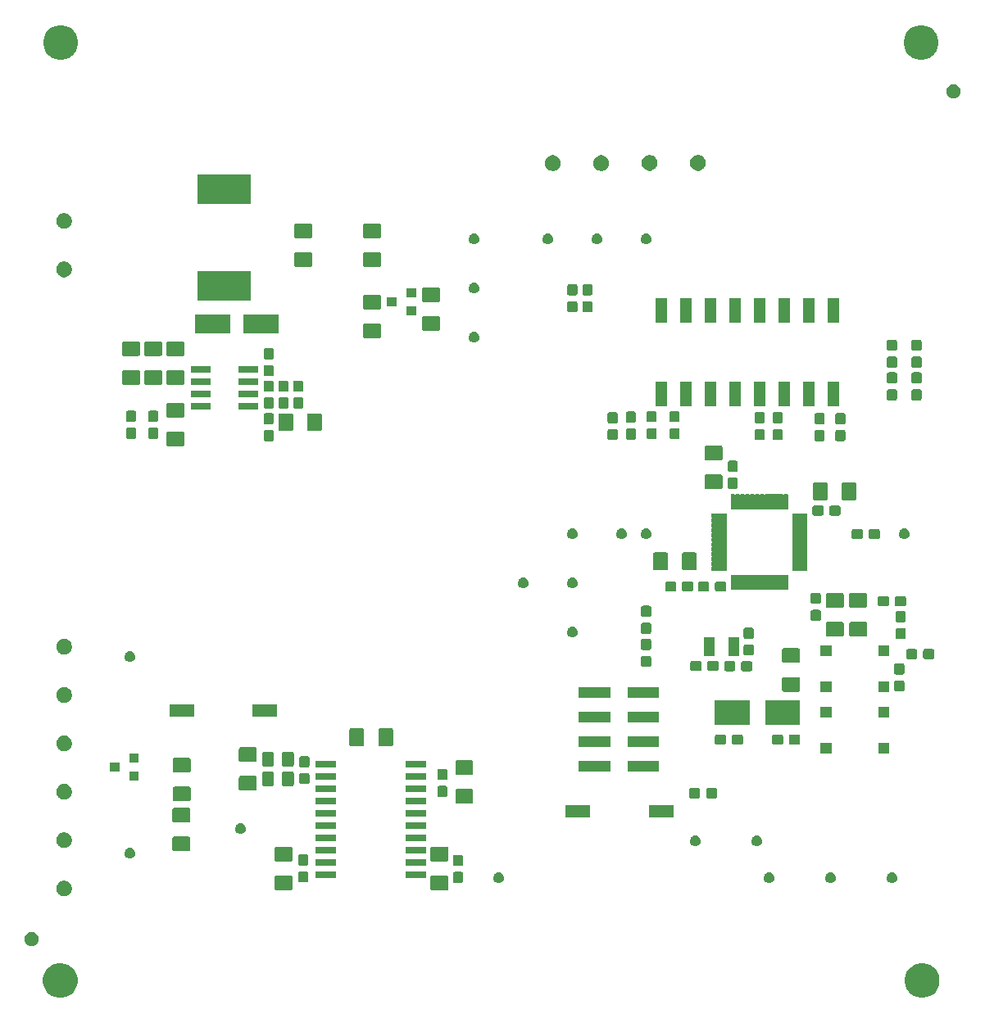
<source format=gbr>
G04 #@! TF.GenerationSoftware,KiCad,Pcbnew,5.1.5*
G04 #@! TF.CreationDate,2020-01-08T22:08:46+02:00*
G04 #@! TF.ProjectId,proto_II_assembly,70726f74-6f5f-4494-995f-617373656d62,rev?*
G04 #@! TF.SameCoordinates,Original*
G04 #@! TF.FileFunction,Soldermask,Top*
G04 #@! TF.FilePolarity,Negative*
%FSLAX46Y46*%
G04 Gerber Fmt 4.6, Leading zero omitted, Abs format (unit mm)*
G04 Created by KiCad (PCBNEW 5.1.5) date 2020-01-08 22:08:46*
%MOMM*%
%LPD*%
G04 APERTURE LIST*
G04 #@! TA.AperFunction,NonConductor*
%ADD10C,0.160000*%
G04 #@! TD*
G04 APERTURE END LIST*
D10*
G36*
X133175331Y-128268212D02*
G01*
X133503092Y-128403975D01*
X133798070Y-128601073D01*
X134048928Y-128851931D01*
X134246026Y-129146909D01*
X134381789Y-129474670D01*
X134451000Y-129822617D01*
X134451000Y-130177385D01*
X134381789Y-130525332D01*
X134246026Y-130853093D01*
X134048928Y-131148071D01*
X133798070Y-131398929D01*
X133503092Y-131596027D01*
X133175331Y-131731790D01*
X132827384Y-131801001D01*
X132472616Y-131801001D01*
X132124669Y-131731790D01*
X131796908Y-131596027D01*
X131501930Y-131398929D01*
X131251072Y-131148071D01*
X131053974Y-130853093D01*
X130918211Y-130525332D01*
X130849000Y-130177385D01*
X130849000Y-129822617D01*
X130918211Y-129474670D01*
X131053974Y-129146909D01*
X131251072Y-128851931D01*
X131501930Y-128601073D01*
X131796908Y-128403975D01*
X132124669Y-128268212D01*
X132472616Y-128199001D01*
X132827384Y-128199001D01*
X133175331Y-128268212D01*
G37*
G36*
X44125331Y-128268212D02*
G01*
X44453092Y-128403975D01*
X44748070Y-128601073D01*
X44998928Y-128851931D01*
X45196026Y-129146909D01*
X45331789Y-129474670D01*
X45401000Y-129822617D01*
X45401000Y-130177385D01*
X45331789Y-130525332D01*
X45196026Y-130853093D01*
X44998928Y-131148071D01*
X44748070Y-131398929D01*
X44453092Y-131596027D01*
X44125331Y-131731790D01*
X43777384Y-131801001D01*
X43422616Y-131801001D01*
X43074669Y-131731790D01*
X42746908Y-131596027D01*
X42451930Y-131398929D01*
X42201072Y-131148071D01*
X42003974Y-130853093D01*
X41868211Y-130525332D01*
X41799000Y-130177385D01*
X41799000Y-129822617D01*
X41868211Y-129474670D01*
X42003974Y-129146909D01*
X42201072Y-128851931D01*
X42451930Y-128601073D01*
X42746908Y-128403975D01*
X43074669Y-128268212D01*
X43422616Y-128199001D01*
X43777384Y-128199001D01*
X44125331Y-128268212D01*
G37*
G36*
X40858766Y-125008821D02*
G01*
X40995257Y-125065358D01*
X41118097Y-125147437D01*
X41222563Y-125251903D01*
X41304642Y-125374743D01*
X41361179Y-125511234D01*
X41390000Y-125656130D01*
X41390000Y-125803870D01*
X41361179Y-125948766D01*
X41304642Y-126085257D01*
X41222563Y-126208097D01*
X41118097Y-126312563D01*
X40995257Y-126394642D01*
X40858766Y-126451179D01*
X40713870Y-126480000D01*
X40566130Y-126480000D01*
X40421234Y-126451179D01*
X40284743Y-126394642D01*
X40161903Y-126312563D01*
X40057437Y-126208097D01*
X39975358Y-126085257D01*
X39918821Y-125948766D01*
X39890000Y-125803870D01*
X39890000Y-125656130D01*
X39918821Y-125511234D01*
X39975358Y-125374743D01*
X40057437Y-125251903D01*
X40161903Y-125147437D01*
X40284743Y-125065358D01*
X40421234Y-125008821D01*
X40566130Y-124980000D01*
X40713870Y-124980000D01*
X40858766Y-125008821D01*
G37*
G36*
X44237142Y-119718242D02*
G01*
X44385101Y-119779529D01*
X44518255Y-119868499D01*
X44631501Y-119981745D01*
X44720471Y-120114899D01*
X44781758Y-120262858D01*
X44813000Y-120419925D01*
X44813000Y-120580075D01*
X44781758Y-120737142D01*
X44720471Y-120885101D01*
X44631501Y-121018255D01*
X44518255Y-121131501D01*
X44385101Y-121220471D01*
X44237142Y-121281758D01*
X44080075Y-121313000D01*
X43919925Y-121313000D01*
X43762858Y-121281758D01*
X43614899Y-121220471D01*
X43481745Y-121131501D01*
X43368499Y-121018255D01*
X43279529Y-120885101D01*
X43218242Y-120737142D01*
X43187000Y-120580075D01*
X43187000Y-120419925D01*
X43218242Y-120262858D01*
X43279529Y-120114899D01*
X43368499Y-119981745D01*
X43481745Y-119868499D01*
X43614899Y-119779529D01*
X43762858Y-119718242D01*
X43919925Y-119687000D01*
X44080075Y-119687000D01*
X44237142Y-119718242D01*
G37*
G36*
X83561782Y-119155681D02*
G01*
X83596701Y-119166274D01*
X83628883Y-119183476D01*
X83657093Y-119206627D01*
X83680244Y-119234837D01*
X83697446Y-119267019D01*
X83708039Y-119301938D01*
X83712220Y-119344395D01*
X83712220Y-120485605D01*
X83708039Y-120528062D01*
X83697446Y-120562981D01*
X83680244Y-120595163D01*
X83657093Y-120623373D01*
X83628883Y-120646524D01*
X83596701Y-120663726D01*
X83561782Y-120674319D01*
X83519325Y-120678500D01*
X82053115Y-120678500D01*
X82010658Y-120674319D01*
X81975739Y-120663726D01*
X81943557Y-120646524D01*
X81915347Y-120623373D01*
X81892196Y-120595163D01*
X81874994Y-120562981D01*
X81864401Y-120528062D01*
X81860220Y-120485605D01*
X81860220Y-119344395D01*
X81864401Y-119301938D01*
X81874994Y-119267019D01*
X81892196Y-119234837D01*
X81915347Y-119206627D01*
X81943557Y-119183476D01*
X81975739Y-119166274D01*
X82010658Y-119155681D01*
X82053115Y-119151500D01*
X83519325Y-119151500D01*
X83561782Y-119155681D01*
G37*
G36*
X67450562Y-119155681D02*
G01*
X67485481Y-119166274D01*
X67517663Y-119183476D01*
X67545873Y-119206627D01*
X67569024Y-119234837D01*
X67586226Y-119267019D01*
X67596819Y-119301938D01*
X67601000Y-119344395D01*
X67601000Y-120485605D01*
X67596819Y-120528062D01*
X67586226Y-120562981D01*
X67569024Y-120595163D01*
X67545873Y-120623373D01*
X67517663Y-120646524D01*
X67485481Y-120663726D01*
X67450562Y-120674319D01*
X67408105Y-120678500D01*
X65941895Y-120678500D01*
X65899438Y-120674319D01*
X65864519Y-120663726D01*
X65832337Y-120646524D01*
X65804127Y-120623373D01*
X65780976Y-120595163D01*
X65763774Y-120562981D01*
X65753181Y-120528062D01*
X65749000Y-120485605D01*
X65749000Y-119344395D01*
X65753181Y-119301938D01*
X65763774Y-119267019D01*
X65780976Y-119234837D01*
X65804127Y-119206627D01*
X65832337Y-119183476D01*
X65864519Y-119166274D01*
X65899438Y-119155681D01*
X65941895Y-119151500D01*
X67408105Y-119151500D01*
X67450562Y-119155681D01*
G37*
G36*
X117000721Y-118850174D02*
G01*
X117100995Y-118891709D01*
X117100996Y-118891710D01*
X117191242Y-118952010D01*
X117267990Y-119028758D01*
X117298345Y-119074188D01*
X117328291Y-119119005D01*
X117369826Y-119219279D01*
X117391000Y-119325730D01*
X117391000Y-119434270D01*
X117369826Y-119540721D01*
X117328291Y-119640995D01*
X117307666Y-119671862D01*
X117267990Y-119731242D01*
X117191242Y-119807990D01*
X117174245Y-119819347D01*
X117100995Y-119868291D01*
X117000721Y-119909826D01*
X116894270Y-119931000D01*
X116785730Y-119931000D01*
X116679279Y-119909826D01*
X116579005Y-119868291D01*
X116505755Y-119819347D01*
X116488758Y-119807990D01*
X116412010Y-119731242D01*
X116372334Y-119671862D01*
X116351709Y-119640995D01*
X116310174Y-119540721D01*
X116289000Y-119434270D01*
X116289000Y-119325730D01*
X116310174Y-119219279D01*
X116351709Y-119119005D01*
X116381655Y-119074188D01*
X116412010Y-119028758D01*
X116488758Y-118952010D01*
X116579004Y-118891710D01*
X116579005Y-118891709D01*
X116679279Y-118850174D01*
X116785730Y-118829000D01*
X116894270Y-118829000D01*
X117000721Y-118850174D01*
G37*
G36*
X89060721Y-118850174D02*
G01*
X89160995Y-118891709D01*
X89160996Y-118891710D01*
X89251242Y-118952010D01*
X89327990Y-119028758D01*
X89358345Y-119074188D01*
X89388291Y-119119005D01*
X89429826Y-119219279D01*
X89451000Y-119325730D01*
X89451000Y-119434270D01*
X89429826Y-119540721D01*
X89388291Y-119640995D01*
X89367666Y-119671862D01*
X89327990Y-119731242D01*
X89251242Y-119807990D01*
X89234245Y-119819347D01*
X89160995Y-119868291D01*
X89060721Y-119909826D01*
X88954270Y-119931000D01*
X88845730Y-119931000D01*
X88739279Y-119909826D01*
X88639005Y-119868291D01*
X88565755Y-119819347D01*
X88548758Y-119807990D01*
X88472010Y-119731242D01*
X88432334Y-119671862D01*
X88411709Y-119640995D01*
X88370174Y-119540721D01*
X88349000Y-119434270D01*
X88349000Y-119325730D01*
X88370174Y-119219279D01*
X88411709Y-119119005D01*
X88441655Y-119074188D01*
X88472010Y-119028758D01*
X88548758Y-118952010D01*
X88639004Y-118891710D01*
X88639005Y-118891709D01*
X88739279Y-118850174D01*
X88845730Y-118829000D01*
X88954270Y-118829000D01*
X89060721Y-118850174D01*
G37*
G36*
X123350721Y-118850174D02*
G01*
X123450995Y-118891709D01*
X123450996Y-118891710D01*
X123541242Y-118952010D01*
X123617990Y-119028758D01*
X123648345Y-119074188D01*
X123678291Y-119119005D01*
X123719826Y-119219279D01*
X123741000Y-119325730D01*
X123741000Y-119434270D01*
X123719826Y-119540721D01*
X123678291Y-119640995D01*
X123657666Y-119671862D01*
X123617990Y-119731242D01*
X123541242Y-119807990D01*
X123524245Y-119819347D01*
X123450995Y-119868291D01*
X123350721Y-119909826D01*
X123244270Y-119931000D01*
X123135730Y-119931000D01*
X123029279Y-119909826D01*
X122929005Y-119868291D01*
X122855755Y-119819347D01*
X122838758Y-119807990D01*
X122762010Y-119731242D01*
X122722334Y-119671862D01*
X122701709Y-119640995D01*
X122660174Y-119540721D01*
X122639000Y-119434270D01*
X122639000Y-119325730D01*
X122660174Y-119219279D01*
X122701709Y-119119005D01*
X122731655Y-119074188D01*
X122762010Y-119028758D01*
X122838758Y-118952010D01*
X122929004Y-118891710D01*
X122929005Y-118891709D01*
X123029279Y-118850174D01*
X123135730Y-118829000D01*
X123244270Y-118829000D01*
X123350721Y-118850174D01*
G37*
G36*
X129700721Y-118850174D02*
G01*
X129800995Y-118891709D01*
X129800996Y-118891710D01*
X129891242Y-118952010D01*
X129967990Y-119028758D01*
X129998345Y-119074188D01*
X130028291Y-119119005D01*
X130069826Y-119219279D01*
X130091000Y-119325730D01*
X130091000Y-119434270D01*
X130069826Y-119540721D01*
X130028291Y-119640995D01*
X130007666Y-119671862D01*
X129967990Y-119731242D01*
X129891242Y-119807990D01*
X129874245Y-119819347D01*
X129800995Y-119868291D01*
X129700721Y-119909826D01*
X129594270Y-119931000D01*
X129485730Y-119931000D01*
X129379279Y-119909826D01*
X129279005Y-119868291D01*
X129205755Y-119819347D01*
X129188758Y-119807990D01*
X129112010Y-119731242D01*
X129072334Y-119671862D01*
X129051709Y-119640995D01*
X129010174Y-119540721D01*
X128989000Y-119434270D01*
X128989000Y-119325730D01*
X129010174Y-119219279D01*
X129051709Y-119119005D01*
X129081655Y-119074188D01*
X129112010Y-119028758D01*
X129188758Y-118952010D01*
X129279004Y-118891710D01*
X129279005Y-118891709D01*
X129379279Y-118850174D01*
X129485730Y-118829000D01*
X129594270Y-118829000D01*
X129700721Y-118850174D01*
G37*
G36*
X85068419Y-118774125D02*
G01*
X85105915Y-118785500D01*
X85140474Y-118803972D01*
X85170767Y-118828833D01*
X85195628Y-118859126D01*
X85214100Y-118893685D01*
X85225475Y-118931181D01*
X85229920Y-118976318D01*
X85229920Y-119715042D01*
X85225475Y-119760179D01*
X85214100Y-119797675D01*
X85195628Y-119832234D01*
X85170767Y-119862527D01*
X85140474Y-119887388D01*
X85105915Y-119905860D01*
X85068419Y-119917235D01*
X85023282Y-119921680D01*
X84384558Y-119921680D01*
X84339421Y-119917235D01*
X84301925Y-119905860D01*
X84267366Y-119887388D01*
X84237073Y-119862527D01*
X84212212Y-119832234D01*
X84193740Y-119797675D01*
X84182365Y-119760179D01*
X84177920Y-119715042D01*
X84177920Y-118976318D01*
X84182365Y-118931181D01*
X84193740Y-118893685D01*
X84212212Y-118859126D01*
X84237073Y-118828833D01*
X84267366Y-118803972D01*
X84301925Y-118785500D01*
X84339421Y-118774125D01*
X84384558Y-118769680D01*
X85023282Y-118769680D01*
X85068419Y-118774125D01*
G37*
G36*
X69071499Y-118730945D02*
G01*
X69108995Y-118742320D01*
X69143554Y-118760792D01*
X69173847Y-118785653D01*
X69198708Y-118815946D01*
X69217180Y-118850505D01*
X69228555Y-118888001D01*
X69233000Y-118933138D01*
X69233000Y-119671862D01*
X69228555Y-119716999D01*
X69217180Y-119754495D01*
X69198708Y-119789054D01*
X69173847Y-119819347D01*
X69143554Y-119844208D01*
X69108995Y-119862680D01*
X69071499Y-119874055D01*
X69026362Y-119878500D01*
X68387638Y-119878500D01*
X68342501Y-119874055D01*
X68305005Y-119862680D01*
X68270446Y-119844208D01*
X68240153Y-119819347D01*
X68215292Y-119789054D01*
X68196820Y-119754495D01*
X68185445Y-119716999D01*
X68181000Y-119671862D01*
X68181000Y-118933138D01*
X68185445Y-118888001D01*
X68196820Y-118850505D01*
X68215292Y-118815946D01*
X68240153Y-118785653D01*
X68270446Y-118760792D01*
X68305005Y-118742320D01*
X68342501Y-118730945D01*
X68387638Y-118726500D01*
X69026362Y-118726500D01*
X69071499Y-118730945D01*
G37*
G36*
X72026928Y-118714264D02*
G01*
X72048009Y-118720660D01*
X72067445Y-118731048D01*
X72084476Y-118745024D01*
X72098452Y-118762055D01*
X72108840Y-118781491D01*
X72115236Y-118802572D01*
X72118000Y-118830640D01*
X72118000Y-119294360D01*
X72115236Y-119322428D01*
X72108840Y-119343509D01*
X72098452Y-119362945D01*
X72084476Y-119379976D01*
X72067445Y-119393952D01*
X72048009Y-119404340D01*
X72026928Y-119410736D01*
X71998860Y-119413500D01*
X70085140Y-119413500D01*
X70057072Y-119410736D01*
X70035991Y-119404340D01*
X70016555Y-119393952D01*
X69999524Y-119379976D01*
X69985548Y-119362945D01*
X69975160Y-119343509D01*
X69968764Y-119322428D01*
X69966000Y-119294360D01*
X69966000Y-118830640D01*
X69968764Y-118802572D01*
X69975160Y-118781491D01*
X69985548Y-118762055D01*
X69999524Y-118745024D01*
X70016555Y-118731048D01*
X70035991Y-118720660D01*
X70057072Y-118714264D01*
X70085140Y-118711500D01*
X71998860Y-118711500D01*
X72026928Y-118714264D01*
G37*
G36*
X81326928Y-118714264D02*
G01*
X81348009Y-118720660D01*
X81367445Y-118731048D01*
X81384476Y-118745024D01*
X81398452Y-118762055D01*
X81408840Y-118781491D01*
X81415236Y-118802572D01*
X81418000Y-118830640D01*
X81418000Y-119294360D01*
X81415236Y-119322428D01*
X81408840Y-119343509D01*
X81398452Y-119362945D01*
X81384476Y-119379976D01*
X81367445Y-119393952D01*
X81348009Y-119404340D01*
X81326928Y-119410736D01*
X81298860Y-119413500D01*
X79385140Y-119413500D01*
X79357072Y-119410736D01*
X79335991Y-119404340D01*
X79316555Y-119393952D01*
X79299524Y-119379976D01*
X79285548Y-119362945D01*
X79275160Y-119343509D01*
X79268764Y-119322428D01*
X79266000Y-119294360D01*
X79266000Y-118830640D01*
X79268764Y-118802572D01*
X79275160Y-118781491D01*
X79285548Y-118762055D01*
X79299524Y-118745024D01*
X79316555Y-118731048D01*
X79335991Y-118720660D01*
X79357072Y-118714264D01*
X79385140Y-118711500D01*
X81298860Y-118711500D01*
X81326928Y-118714264D01*
G37*
G36*
X85068419Y-117024125D02*
G01*
X85105915Y-117035500D01*
X85140474Y-117053972D01*
X85170767Y-117078833D01*
X85195628Y-117109126D01*
X85214100Y-117143685D01*
X85225475Y-117181181D01*
X85229920Y-117226318D01*
X85229920Y-117965042D01*
X85225475Y-118010179D01*
X85214100Y-118047675D01*
X85195628Y-118082234D01*
X85170767Y-118112527D01*
X85140474Y-118137388D01*
X85105915Y-118155860D01*
X85068419Y-118167235D01*
X85023282Y-118171680D01*
X84384558Y-118171680D01*
X84339421Y-118167235D01*
X84301925Y-118155860D01*
X84267366Y-118137388D01*
X84237073Y-118112527D01*
X84212212Y-118082234D01*
X84193740Y-118047675D01*
X84182365Y-118010179D01*
X84177920Y-117965042D01*
X84177920Y-117226318D01*
X84182365Y-117181181D01*
X84193740Y-117143685D01*
X84212212Y-117109126D01*
X84237073Y-117078833D01*
X84267366Y-117053972D01*
X84301925Y-117035500D01*
X84339421Y-117024125D01*
X84384558Y-117019680D01*
X85023282Y-117019680D01*
X85068419Y-117024125D01*
G37*
G36*
X81326928Y-117444264D02*
G01*
X81348009Y-117450660D01*
X81367445Y-117461048D01*
X81384476Y-117475024D01*
X81398452Y-117492055D01*
X81408840Y-117511491D01*
X81415236Y-117532572D01*
X81418000Y-117560640D01*
X81418000Y-118024360D01*
X81415236Y-118052428D01*
X81408840Y-118073509D01*
X81398452Y-118092945D01*
X81384476Y-118109976D01*
X81367445Y-118123952D01*
X81348009Y-118134340D01*
X81326928Y-118140736D01*
X81298860Y-118143500D01*
X79385140Y-118143500D01*
X79357072Y-118140736D01*
X79335991Y-118134340D01*
X79316555Y-118123952D01*
X79299524Y-118109976D01*
X79285548Y-118092945D01*
X79275160Y-118073509D01*
X79268764Y-118052428D01*
X79266000Y-118024360D01*
X79266000Y-117560640D01*
X79268764Y-117532572D01*
X79275160Y-117511491D01*
X79285548Y-117492055D01*
X79299524Y-117475024D01*
X79316555Y-117461048D01*
X79335991Y-117450660D01*
X79357072Y-117444264D01*
X79385140Y-117441500D01*
X81298860Y-117441500D01*
X81326928Y-117444264D01*
G37*
G36*
X72026928Y-117444264D02*
G01*
X72048009Y-117450660D01*
X72067445Y-117461048D01*
X72084476Y-117475024D01*
X72098452Y-117492055D01*
X72108840Y-117511491D01*
X72115236Y-117532572D01*
X72118000Y-117560640D01*
X72118000Y-118024360D01*
X72115236Y-118052428D01*
X72108840Y-118073509D01*
X72098452Y-118092945D01*
X72084476Y-118109976D01*
X72067445Y-118123952D01*
X72048009Y-118134340D01*
X72026928Y-118140736D01*
X71998860Y-118143500D01*
X70085140Y-118143500D01*
X70057072Y-118140736D01*
X70035991Y-118134340D01*
X70016555Y-118123952D01*
X69999524Y-118109976D01*
X69985548Y-118092945D01*
X69975160Y-118073509D01*
X69968764Y-118052428D01*
X69966000Y-118024360D01*
X69966000Y-117560640D01*
X69968764Y-117532572D01*
X69975160Y-117511491D01*
X69985548Y-117492055D01*
X69999524Y-117475024D01*
X70016555Y-117461048D01*
X70035991Y-117450660D01*
X70057072Y-117444264D01*
X70085140Y-117441500D01*
X71998860Y-117441500D01*
X72026928Y-117444264D01*
G37*
G36*
X69071499Y-116980945D02*
G01*
X69108995Y-116992320D01*
X69143554Y-117010792D01*
X69173847Y-117035653D01*
X69198708Y-117065946D01*
X69217180Y-117100505D01*
X69228555Y-117138001D01*
X69233000Y-117183138D01*
X69233000Y-117921862D01*
X69228555Y-117966999D01*
X69217180Y-118004495D01*
X69198708Y-118039054D01*
X69173847Y-118069347D01*
X69143554Y-118094208D01*
X69108995Y-118112680D01*
X69071499Y-118124055D01*
X69026362Y-118128500D01*
X68387638Y-118128500D01*
X68342501Y-118124055D01*
X68305005Y-118112680D01*
X68270446Y-118094208D01*
X68240153Y-118069347D01*
X68215292Y-118039054D01*
X68196820Y-118004495D01*
X68185445Y-117966999D01*
X68181000Y-117921862D01*
X68181000Y-117183138D01*
X68185445Y-117138001D01*
X68196820Y-117100505D01*
X68215292Y-117065946D01*
X68240153Y-117035653D01*
X68270446Y-117010792D01*
X68305005Y-116992320D01*
X68342501Y-116980945D01*
X68387638Y-116976500D01*
X69026362Y-116976500D01*
X69071499Y-116980945D01*
G37*
G36*
X83561782Y-116180681D02*
G01*
X83596701Y-116191274D01*
X83628883Y-116208476D01*
X83657093Y-116231627D01*
X83680244Y-116259837D01*
X83697446Y-116292019D01*
X83708039Y-116326938D01*
X83712220Y-116369395D01*
X83712220Y-117510605D01*
X83708039Y-117553062D01*
X83697446Y-117587981D01*
X83680244Y-117620163D01*
X83657093Y-117648373D01*
X83628883Y-117671524D01*
X83596701Y-117688726D01*
X83561782Y-117699319D01*
X83519325Y-117703500D01*
X82053115Y-117703500D01*
X82010658Y-117699319D01*
X81975739Y-117688726D01*
X81943557Y-117671524D01*
X81915347Y-117648373D01*
X81892196Y-117620163D01*
X81874994Y-117587981D01*
X81864401Y-117553062D01*
X81860220Y-117510605D01*
X81860220Y-116369395D01*
X81864401Y-116326938D01*
X81874994Y-116292019D01*
X81892196Y-116259837D01*
X81915347Y-116231627D01*
X81943557Y-116208476D01*
X81975739Y-116191274D01*
X82010658Y-116180681D01*
X82053115Y-116176500D01*
X83519325Y-116176500D01*
X83561782Y-116180681D01*
G37*
G36*
X67450562Y-116180681D02*
G01*
X67485481Y-116191274D01*
X67517663Y-116208476D01*
X67545873Y-116231627D01*
X67569024Y-116259837D01*
X67586226Y-116292019D01*
X67596819Y-116326938D01*
X67601000Y-116369395D01*
X67601000Y-117510605D01*
X67596819Y-117553062D01*
X67586226Y-117587981D01*
X67569024Y-117620163D01*
X67545873Y-117648373D01*
X67517663Y-117671524D01*
X67485481Y-117688726D01*
X67450562Y-117699319D01*
X67408105Y-117703500D01*
X65941895Y-117703500D01*
X65899438Y-117699319D01*
X65864519Y-117688726D01*
X65832337Y-117671524D01*
X65804127Y-117648373D01*
X65780976Y-117620163D01*
X65763774Y-117587981D01*
X65753181Y-117553062D01*
X65749000Y-117510605D01*
X65749000Y-116369395D01*
X65753181Y-116326938D01*
X65763774Y-116292019D01*
X65780976Y-116259837D01*
X65804127Y-116231627D01*
X65832337Y-116208476D01*
X65864519Y-116191274D01*
X65899438Y-116180681D01*
X65941895Y-116176500D01*
X67408105Y-116176500D01*
X67450562Y-116180681D01*
G37*
G36*
X50960721Y-116310174D02*
G01*
X51060995Y-116351709D01*
X51060996Y-116351710D01*
X51151242Y-116412010D01*
X51227990Y-116488758D01*
X51227991Y-116488760D01*
X51288291Y-116579005D01*
X51329826Y-116679279D01*
X51351000Y-116785730D01*
X51351000Y-116894270D01*
X51329826Y-117000721D01*
X51288291Y-117100995D01*
X51288290Y-117100996D01*
X51227990Y-117191242D01*
X51151242Y-117267990D01*
X51105812Y-117298345D01*
X51060995Y-117328291D01*
X50960721Y-117369826D01*
X50854270Y-117391000D01*
X50745730Y-117391000D01*
X50639279Y-117369826D01*
X50539005Y-117328291D01*
X50494188Y-117298345D01*
X50448758Y-117267990D01*
X50372010Y-117191242D01*
X50311710Y-117100996D01*
X50311709Y-117100995D01*
X50270174Y-117000721D01*
X50249000Y-116894270D01*
X50249000Y-116785730D01*
X50270174Y-116679279D01*
X50311709Y-116579005D01*
X50372009Y-116488760D01*
X50372010Y-116488758D01*
X50448758Y-116412010D01*
X50539004Y-116351710D01*
X50539005Y-116351709D01*
X50639279Y-116310174D01*
X50745730Y-116289000D01*
X50854270Y-116289000D01*
X50960721Y-116310174D01*
G37*
G36*
X72026928Y-116174264D02*
G01*
X72048009Y-116180660D01*
X72067445Y-116191048D01*
X72084476Y-116205024D01*
X72098452Y-116222055D01*
X72108840Y-116241491D01*
X72115236Y-116262572D01*
X72118000Y-116290640D01*
X72118000Y-116754360D01*
X72115236Y-116782428D01*
X72108840Y-116803509D01*
X72098452Y-116822945D01*
X72084476Y-116839976D01*
X72067445Y-116853952D01*
X72048009Y-116864340D01*
X72026928Y-116870736D01*
X71998860Y-116873500D01*
X70085140Y-116873500D01*
X70057072Y-116870736D01*
X70035991Y-116864340D01*
X70016555Y-116853952D01*
X69999524Y-116839976D01*
X69985548Y-116822945D01*
X69975160Y-116803509D01*
X69968764Y-116782428D01*
X69966000Y-116754360D01*
X69966000Y-116290640D01*
X69968764Y-116262572D01*
X69975160Y-116241491D01*
X69985548Y-116222055D01*
X69999524Y-116205024D01*
X70016555Y-116191048D01*
X70035991Y-116180660D01*
X70057072Y-116174264D01*
X70085140Y-116171500D01*
X71998860Y-116171500D01*
X72026928Y-116174264D01*
G37*
G36*
X81326928Y-116174264D02*
G01*
X81348009Y-116180660D01*
X81367445Y-116191048D01*
X81384476Y-116205024D01*
X81398452Y-116222055D01*
X81408840Y-116241491D01*
X81415236Y-116262572D01*
X81418000Y-116290640D01*
X81418000Y-116754360D01*
X81415236Y-116782428D01*
X81408840Y-116803509D01*
X81398452Y-116822945D01*
X81384476Y-116839976D01*
X81367445Y-116853952D01*
X81348009Y-116864340D01*
X81326928Y-116870736D01*
X81298860Y-116873500D01*
X79385140Y-116873500D01*
X79357072Y-116870736D01*
X79335991Y-116864340D01*
X79316555Y-116853952D01*
X79299524Y-116839976D01*
X79285548Y-116822945D01*
X79275160Y-116803509D01*
X79268764Y-116782428D01*
X79266000Y-116754360D01*
X79266000Y-116290640D01*
X79268764Y-116262572D01*
X79275160Y-116241491D01*
X79285548Y-116222055D01*
X79299524Y-116205024D01*
X79316555Y-116191048D01*
X79335991Y-116180660D01*
X79357072Y-116174264D01*
X79385140Y-116171500D01*
X81298860Y-116171500D01*
X81326928Y-116174264D01*
G37*
G36*
X56889242Y-115129781D02*
G01*
X56924161Y-115140374D01*
X56956343Y-115157576D01*
X56984553Y-115180727D01*
X57007704Y-115208937D01*
X57024906Y-115241119D01*
X57035499Y-115276038D01*
X57039680Y-115318495D01*
X57039680Y-116459705D01*
X57035499Y-116502162D01*
X57024906Y-116537081D01*
X57007704Y-116569263D01*
X56984553Y-116597473D01*
X56956343Y-116620624D01*
X56924161Y-116637826D01*
X56889242Y-116648419D01*
X56846785Y-116652600D01*
X55380575Y-116652600D01*
X55338118Y-116648419D01*
X55303199Y-116637826D01*
X55271017Y-116620624D01*
X55242807Y-116597473D01*
X55219656Y-116569263D01*
X55202454Y-116537081D01*
X55191861Y-116502162D01*
X55187680Y-116459705D01*
X55187680Y-115318495D01*
X55191861Y-115276038D01*
X55202454Y-115241119D01*
X55219656Y-115208937D01*
X55242807Y-115180727D01*
X55271017Y-115157576D01*
X55303199Y-115140374D01*
X55338118Y-115129781D01*
X55380575Y-115125600D01*
X56846785Y-115125600D01*
X56889242Y-115129781D01*
G37*
G36*
X44237142Y-114718242D02*
G01*
X44385101Y-114779529D01*
X44518255Y-114868499D01*
X44631501Y-114981745D01*
X44720471Y-115114899D01*
X44781758Y-115262858D01*
X44813000Y-115419925D01*
X44813000Y-115580075D01*
X44781758Y-115737142D01*
X44720471Y-115885101D01*
X44631501Y-116018255D01*
X44518255Y-116131501D01*
X44385101Y-116220471D01*
X44237142Y-116281758D01*
X44080075Y-116313000D01*
X43919925Y-116313000D01*
X43762858Y-116281758D01*
X43614899Y-116220471D01*
X43481745Y-116131501D01*
X43368499Y-116018255D01*
X43279529Y-115885101D01*
X43218242Y-115737142D01*
X43187000Y-115580075D01*
X43187000Y-115419925D01*
X43218242Y-115262858D01*
X43279529Y-115114899D01*
X43368499Y-114981745D01*
X43481745Y-114868499D01*
X43614899Y-114779529D01*
X43762858Y-114718242D01*
X43919925Y-114687000D01*
X44080075Y-114687000D01*
X44237142Y-114718242D01*
G37*
G36*
X109380721Y-115040174D02*
G01*
X109480995Y-115081709D01*
X109480996Y-115081710D01*
X109571242Y-115142010D01*
X109647990Y-115218758D01*
X109647991Y-115218760D01*
X109708291Y-115309005D01*
X109749826Y-115409279D01*
X109771000Y-115515730D01*
X109771000Y-115624270D01*
X109749826Y-115730721D01*
X109708291Y-115830995D01*
X109708290Y-115830996D01*
X109647990Y-115921242D01*
X109571242Y-115997990D01*
X109540913Y-116018255D01*
X109480995Y-116058291D01*
X109380721Y-116099826D01*
X109274270Y-116121000D01*
X109165730Y-116121000D01*
X109059279Y-116099826D01*
X108959005Y-116058291D01*
X108899087Y-116018255D01*
X108868758Y-115997990D01*
X108792010Y-115921242D01*
X108731710Y-115830996D01*
X108731709Y-115830995D01*
X108690174Y-115730721D01*
X108669000Y-115624270D01*
X108669000Y-115515730D01*
X108690174Y-115409279D01*
X108731709Y-115309005D01*
X108792009Y-115218760D01*
X108792010Y-115218758D01*
X108868758Y-115142010D01*
X108959004Y-115081710D01*
X108959005Y-115081709D01*
X109059279Y-115040174D01*
X109165730Y-115019000D01*
X109274270Y-115019000D01*
X109380721Y-115040174D01*
G37*
G36*
X115730721Y-115040174D02*
G01*
X115830995Y-115081709D01*
X115830996Y-115081710D01*
X115921242Y-115142010D01*
X115997990Y-115218758D01*
X115997991Y-115218760D01*
X116058291Y-115309005D01*
X116099826Y-115409279D01*
X116121000Y-115515730D01*
X116121000Y-115624270D01*
X116099826Y-115730721D01*
X116058291Y-115830995D01*
X116058290Y-115830996D01*
X115997990Y-115921242D01*
X115921242Y-115997990D01*
X115890913Y-116018255D01*
X115830995Y-116058291D01*
X115730721Y-116099826D01*
X115624270Y-116121000D01*
X115515730Y-116121000D01*
X115409279Y-116099826D01*
X115309005Y-116058291D01*
X115249087Y-116018255D01*
X115218758Y-115997990D01*
X115142010Y-115921242D01*
X115081710Y-115830996D01*
X115081709Y-115830995D01*
X115040174Y-115730721D01*
X115019000Y-115624270D01*
X115019000Y-115515730D01*
X115040174Y-115409279D01*
X115081709Y-115309005D01*
X115142009Y-115218760D01*
X115142010Y-115218758D01*
X115218758Y-115142010D01*
X115309004Y-115081710D01*
X115309005Y-115081709D01*
X115409279Y-115040174D01*
X115515730Y-115019000D01*
X115624270Y-115019000D01*
X115730721Y-115040174D01*
G37*
G36*
X81326928Y-114904264D02*
G01*
X81348009Y-114910660D01*
X81367445Y-114921048D01*
X81384476Y-114935024D01*
X81398452Y-114952055D01*
X81408840Y-114971491D01*
X81415236Y-114992572D01*
X81418000Y-115020640D01*
X81418000Y-115484360D01*
X81415236Y-115512428D01*
X81408840Y-115533509D01*
X81398452Y-115552945D01*
X81384476Y-115569976D01*
X81367445Y-115583952D01*
X81348009Y-115594340D01*
X81326928Y-115600736D01*
X81298860Y-115603500D01*
X79385140Y-115603500D01*
X79357072Y-115600736D01*
X79335991Y-115594340D01*
X79316555Y-115583952D01*
X79299524Y-115569976D01*
X79285548Y-115552945D01*
X79275160Y-115533509D01*
X79268764Y-115512428D01*
X79266000Y-115484360D01*
X79266000Y-115020640D01*
X79268764Y-114992572D01*
X79275160Y-114971491D01*
X79285548Y-114952055D01*
X79299524Y-114935024D01*
X79316555Y-114921048D01*
X79335991Y-114910660D01*
X79357072Y-114904264D01*
X79385140Y-114901500D01*
X81298860Y-114901500D01*
X81326928Y-114904264D01*
G37*
G36*
X72026928Y-114904264D02*
G01*
X72048009Y-114910660D01*
X72067445Y-114921048D01*
X72084476Y-114935024D01*
X72098452Y-114952055D01*
X72108840Y-114971491D01*
X72115236Y-114992572D01*
X72118000Y-115020640D01*
X72118000Y-115484360D01*
X72115236Y-115512428D01*
X72108840Y-115533509D01*
X72098452Y-115552945D01*
X72084476Y-115569976D01*
X72067445Y-115583952D01*
X72048009Y-115594340D01*
X72026928Y-115600736D01*
X71998860Y-115603500D01*
X70085140Y-115603500D01*
X70057072Y-115600736D01*
X70035991Y-115594340D01*
X70016555Y-115583952D01*
X69999524Y-115569976D01*
X69985548Y-115552945D01*
X69975160Y-115533509D01*
X69968764Y-115512428D01*
X69966000Y-115484360D01*
X69966000Y-115020640D01*
X69968764Y-114992572D01*
X69975160Y-114971491D01*
X69985548Y-114952055D01*
X69999524Y-114935024D01*
X70016555Y-114921048D01*
X70035991Y-114910660D01*
X70057072Y-114904264D01*
X70085140Y-114901500D01*
X71998860Y-114901500D01*
X72026928Y-114904264D01*
G37*
G36*
X62390721Y-113770174D02*
G01*
X62490995Y-113811709D01*
X62490996Y-113811710D01*
X62581242Y-113872010D01*
X62657990Y-113948758D01*
X62657991Y-113948760D01*
X62718291Y-114039005D01*
X62759826Y-114139279D01*
X62781000Y-114245730D01*
X62781000Y-114354270D01*
X62759826Y-114460721D01*
X62718291Y-114560995D01*
X62718290Y-114560996D01*
X62657990Y-114651242D01*
X62581242Y-114727990D01*
X62535812Y-114758345D01*
X62490995Y-114788291D01*
X62390721Y-114829826D01*
X62284270Y-114851000D01*
X62175730Y-114851000D01*
X62069279Y-114829826D01*
X61969005Y-114788291D01*
X61924188Y-114758345D01*
X61878758Y-114727990D01*
X61802010Y-114651242D01*
X61741710Y-114560996D01*
X61741709Y-114560995D01*
X61700174Y-114460721D01*
X61679000Y-114354270D01*
X61679000Y-114245730D01*
X61700174Y-114139279D01*
X61741709Y-114039005D01*
X61802009Y-113948760D01*
X61802010Y-113948758D01*
X61878758Y-113872010D01*
X61969004Y-113811710D01*
X61969005Y-113811709D01*
X62069279Y-113770174D01*
X62175730Y-113749000D01*
X62284270Y-113749000D01*
X62390721Y-113770174D01*
G37*
G36*
X81326928Y-113634264D02*
G01*
X81348009Y-113640660D01*
X81367445Y-113651048D01*
X81384476Y-113665024D01*
X81398452Y-113682055D01*
X81408840Y-113701491D01*
X81415236Y-113722572D01*
X81418000Y-113750640D01*
X81418000Y-114214360D01*
X81415236Y-114242428D01*
X81408840Y-114263509D01*
X81398452Y-114282945D01*
X81384476Y-114299976D01*
X81367445Y-114313952D01*
X81348009Y-114324340D01*
X81326928Y-114330736D01*
X81298860Y-114333500D01*
X79385140Y-114333500D01*
X79357072Y-114330736D01*
X79335991Y-114324340D01*
X79316555Y-114313952D01*
X79299524Y-114299976D01*
X79285548Y-114282945D01*
X79275160Y-114263509D01*
X79268764Y-114242428D01*
X79266000Y-114214360D01*
X79266000Y-113750640D01*
X79268764Y-113722572D01*
X79275160Y-113701491D01*
X79285548Y-113682055D01*
X79299524Y-113665024D01*
X79316555Y-113651048D01*
X79335991Y-113640660D01*
X79357072Y-113634264D01*
X79385140Y-113631500D01*
X81298860Y-113631500D01*
X81326928Y-113634264D01*
G37*
G36*
X72026928Y-113634264D02*
G01*
X72048009Y-113640660D01*
X72067445Y-113651048D01*
X72084476Y-113665024D01*
X72098452Y-113682055D01*
X72108840Y-113701491D01*
X72115236Y-113722572D01*
X72118000Y-113750640D01*
X72118000Y-114214360D01*
X72115236Y-114242428D01*
X72108840Y-114263509D01*
X72098452Y-114282945D01*
X72084476Y-114299976D01*
X72067445Y-114313952D01*
X72048009Y-114324340D01*
X72026928Y-114330736D01*
X71998860Y-114333500D01*
X70085140Y-114333500D01*
X70057072Y-114330736D01*
X70035991Y-114324340D01*
X70016555Y-114313952D01*
X69999524Y-114299976D01*
X69985548Y-114282945D01*
X69975160Y-114263509D01*
X69968764Y-114242428D01*
X69966000Y-114214360D01*
X69966000Y-113750640D01*
X69968764Y-113722572D01*
X69975160Y-113701491D01*
X69985548Y-113682055D01*
X69999524Y-113665024D01*
X70016555Y-113651048D01*
X70035991Y-113640660D01*
X70057072Y-113634264D01*
X70085140Y-113631500D01*
X71998860Y-113631500D01*
X72026928Y-113634264D01*
G37*
G36*
X56889242Y-112154781D02*
G01*
X56924161Y-112165374D01*
X56956343Y-112182576D01*
X56984553Y-112205727D01*
X57007704Y-112233937D01*
X57024906Y-112266119D01*
X57035499Y-112301038D01*
X57039680Y-112343495D01*
X57039680Y-113484705D01*
X57035499Y-113527162D01*
X57024906Y-113562081D01*
X57007704Y-113594263D01*
X56984553Y-113622473D01*
X56956343Y-113645624D01*
X56924161Y-113662826D01*
X56889242Y-113673419D01*
X56846785Y-113677600D01*
X55380575Y-113677600D01*
X55338118Y-113673419D01*
X55303199Y-113662826D01*
X55271017Y-113645624D01*
X55242807Y-113622473D01*
X55219656Y-113594263D01*
X55202454Y-113562081D01*
X55191861Y-113527162D01*
X55187680Y-113484705D01*
X55187680Y-112343495D01*
X55191861Y-112301038D01*
X55202454Y-112266119D01*
X55219656Y-112233937D01*
X55242807Y-112205727D01*
X55271017Y-112182576D01*
X55303199Y-112165374D01*
X55338118Y-112154781D01*
X55380575Y-112150600D01*
X56846785Y-112150600D01*
X56889242Y-112154781D01*
G37*
G36*
X98362800Y-113133000D02*
G01*
X95820800Y-113133000D01*
X95820800Y-111911000D01*
X98362800Y-111911000D01*
X98362800Y-113133000D01*
G37*
G36*
X106972800Y-113133000D02*
G01*
X104430800Y-113133000D01*
X104430800Y-111911000D01*
X106972800Y-111911000D01*
X106972800Y-113133000D01*
G37*
G36*
X72026928Y-112364264D02*
G01*
X72048009Y-112370660D01*
X72067445Y-112381048D01*
X72084476Y-112395024D01*
X72098452Y-112412055D01*
X72108840Y-112431491D01*
X72115236Y-112452572D01*
X72118000Y-112480640D01*
X72118000Y-112944360D01*
X72115236Y-112972428D01*
X72108840Y-112993509D01*
X72098452Y-113012945D01*
X72084476Y-113029976D01*
X72067445Y-113043952D01*
X72048009Y-113054340D01*
X72026928Y-113060736D01*
X71998860Y-113063500D01*
X70085140Y-113063500D01*
X70057072Y-113060736D01*
X70035991Y-113054340D01*
X70016555Y-113043952D01*
X69999524Y-113029976D01*
X69985548Y-113012945D01*
X69975160Y-112993509D01*
X69968764Y-112972428D01*
X69966000Y-112944360D01*
X69966000Y-112480640D01*
X69968764Y-112452572D01*
X69975160Y-112431491D01*
X69985548Y-112412055D01*
X69999524Y-112395024D01*
X70016555Y-112381048D01*
X70035991Y-112370660D01*
X70057072Y-112364264D01*
X70085140Y-112361500D01*
X71998860Y-112361500D01*
X72026928Y-112364264D01*
G37*
G36*
X81326928Y-112364264D02*
G01*
X81348009Y-112370660D01*
X81367445Y-112381048D01*
X81384476Y-112395024D01*
X81398452Y-112412055D01*
X81408840Y-112431491D01*
X81415236Y-112452572D01*
X81418000Y-112480640D01*
X81418000Y-112944360D01*
X81415236Y-112972428D01*
X81408840Y-112993509D01*
X81398452Y-113012945D01*
X81384476Y-113029976D01*
X81367445Y-113043952D01*
X81348009Y-113054340D01*
X81326928Y-113060736D01*
X81298860Y-113063500D01*
X79385140Y-113063500D01*
X79357072Y-113060736D01*
X79335991Y-113054340D01*
X79316555Y-113043952D01*
X79299524Y-113029976D01*
X79285548Y-113012945D01*
X79275160Y-112993509D01*
X79268764Y-112972428D01*
X79266000Y-112944360D01*
X79266000Y-112480640D01*
X79268764Y-112452572D01*
X79275160Y-112431491D01*
X79285548Y-112412055D01*
X79299524Y-112395024D01*
X79316555Y-112381048D01*
X79335991Y-112370660D01*
X79357072Y-112364264D01*
X79385140Y-112361500D01*
X81298860Y-112361500D01*
X81326928Y-112364264D01*
G37*
G36*
X81326928Y-111094264D02*
G01*
X81348009Y-111100660D01*
X81367445Y-111111048D01*
X81384476Y-111125024D01*
X81398452Y-111142055D01*
X81408840Y-111161491D01*
X81415236Y-111182572D01*
X81418000Y-111210640D01*
X81418000Y-111674360D01*
X81415236Y-111702428D01*
X81408840Y-111723509D01*
X81398452Y-111742945D01*
X81384476Y-111759976D01*
X81367445Y-111773952D01*
X81348009Y-111784340D01*
X81326928Y-111790736D01*
X81298860Y-111793500D01*
X79385140Y-111793500D01*
X79357072Y-111790736D01*
X79335991Y-111784340D01*
X79316555Y-111773952D01*
X79299524Y-111759976D01*
X79285548Y-111742945D01*
X79275160Y-111723509D01*
X79268764Y-111702428D01*
X79266000Y-111674360D01*
X79266000Y-111210640D01*
X79268764Y-111182572D01*
X79275160Y-111161491D01*
X79285548Y-111142055D01*
X79299524Y-111125024D01*
X79316555Y-111111048D01*
X79335991Y-111100660D01*
X79357072Y-111094264D01*
X79385140Y-111091500D01*
X81298860Y-111091500D01*
X81326928Y-111094264D01*
G37*
G36*
X72026928Y-111094264D02*
G01*
X72048009Y-111100660D01*
X72067445Y-111111048D01*
X72084476Y-111125024D01*
X72098452Y-111142055D01*
X72108840Y-111161491D01*
X72115236Y-111182572D01*
X72118000Y-111210640D01*
X72118000Y-111674360D01*
X72115236Y-111702428D01*
X72108840Y-111723509D01*
X72098452Y-111742945D01*
X72084476Y-111759976D01*
X72067445Y-111773952D01*
X72048009Y-111784340D01*
X72026928Y-111790736D01*
X71998860Y-111793500D01*
X70085140Y-111793500D01*
X70057072Y-111790736D01*
X70035991Y-111784340D01*
X70016555Y-111773952D01*
X69999524Y-111759976D01*
X69985548Y-111742945D01*
X69975160Y-111723509D01*
X69968764Y-111702428D01*
X69966000Y-111674360D01*
X69966000Y-111210640D01*
X69968764Y-111182572D01*
X69975160Y-111161491D01*
X69985548Y-111142055D01*
X69999524Y-111125024D01*
X70016555Y-111111048D01*
X70035991Y-111100660D01*
X70057072Y-111094264D01*
X70085140Y-111091500D01*
X71998860Y-111091500D01*
X72026928Y-111094264D01*
G37*
G36*
X86124642Y-110225041D02*
G01*
X86159561Y-110235634D01*
X86191743Y-110252836D01*
X86219953Y-110275987D01*
X86243104Y-110304197D01*
X86260306Y-110336379D01*
X86270899Y-110371298D01*
X86275080Y-110413755D01*
X86275080Y-111554965D01*
X86270899Y-111597422D01*
X86260306Y-111632341D01*
X86243104Y-111664523D01*
X86219953Y-111692733D01*
X86191743Y-111715884D01*
X86159561Y-111733086D01*
X86124642Y-111743679D01*
X86082185Y-111747860D01*
X84615975Y-111747860D01*
X84573518Y-111743679D01*
X84538599Y-111733086D01*
X84506417Y-111715884D01*
X84478207Y-111692733D01*
X84455056Y-111664523D01*
X84437854Y-111632341D01*
X84427261Y-111597422D01*
X84423080Y-111554965D01*
X84423080Y-110413755D01*
X84427261Y-110371298D01*
X84437854Y-110336379D01*
X84455056Y-110304197D01*
X84478207Y-110275987D01*
X84506417Y-110252836D01*
X84538599Y-110235634D01*
X84573518Y-110225041D01*
X84615975Y-110220860D01*
X86082185Y-110220860D01*
X86124642Y-110225041D01*
G37*
G36*
X56946662Y-109962581D02*
G01*
X56981581Y-109973174D01*
X57013763Y-109990376D01*
X57041973Y-110013527D01*
X57065124Y-110041737D01*
X57082326Y-110073919D01*
X57092919Y-110108838D01*
X57097100Y-110151295D01*
X57097100Y-111292505D01*
X57092919Y-111334962D01*
X57082326Y-111369881D01*
X57065124Y-111402063D01*
X57041973Y-111430273D01*
X57013763Y-111453424D01*
X56981581Y-111470626D01*
X56946662Y-111481219D01*
X56904205Y-111485400D01*
X55437995Y-111485400D01*
X55395538Y-111481219D01*
X55360619Y-111470626D01*
X55328437Y-111453424D01*
X55300227Y-111430273D01*
X55277076Y-111402063D01*
X55259874Y-111369881D01*
X55249281Y-111334962D01*
X55245100Y-111292505D01*
X55245100Y-110151295D01*
X55249281Y-110108838D01*
X55259874Y-110073919D01*
X55277076Y-110041737D01*
X55300227Y-110013527D01*
X55328437Y-109990376D01*
X55360619Y-109973174D01*
X55395538Y-109962581D01*
X55437995Y-109958400D01*
X56904205Y-109958400D01*
X56946662Y-109962581D01*
G37*
G36*
X44237142Y-109718242D02*
G01*
X44385101Y-109779529D01*
X44518255Y-109868499D01*
X44631501Y-109981745D01*
X44720471Y-110114899D01*
X44781758Y-110262858D01*
X44813000Y-110419925D01*
X44813000Y-110580075D01*
X44781758Y-110737142D01*
X44720471Y-110885101D01*
X44631501Y-111018255D01*
X44518255Y-111131501D01*
X44385101Y-111220471D01*
X44237142Y-111281758D01*
X44080075Y-111313000D01*
X43919925Y-111313000D01*
X43762858Y-111281758D01*
X43614899Y-111220471D01*
X43481745Y-111131501D01*
X43368499Y-111018255D01*
X43279529Y-110885101D01*
X43218242Y-110737142D01*
X43187000Y-110580075D01*
X43187000Y-110419925D01*
X43218242Y-110262858D01*
X43279529Y-110114899D01*
X43368499Y-109981745D01*
X43481745Y-109868499D01*
X43614899Y-109779529D01*
X43762858Y-109718242D01*
X43919925Y-109687000D01*
X44080075Y-109687000D01*
X44237142Y-109718242D01*
G37*
G36*
X111322299Y-110120845D02*
G01*
X111359795Y-110132220D01*
X111394354Y-110150692D01*
X111424647Y-110175553D01*
X111449508Y-110205846D01*
X111467980Y-110240405D01*
X111479355Y-110277901D01*
X111483800Y-110323038D01*
X111483800Y-110961762D01*
X111479355Y-111006899D01*
X111467980Y-111044395D01*
X111449508Y-111078954D01*
X111424647Y-111109247D01*
X111394354Y-111134108D01*
X111359795Y-111152580D01*
X111322299Y-111163955D01*
X111277162Y-111168400D01*
X110538438Y-111168400D01*
X110493301Y-111163955D01*
X110455805Y-111152580D01*
X110421246Y-111134108D01*
X110390953Y-111109247D01*
X110366092Y-111078954D01*
X110347620Y-111044395D01*
X110336245Y-111006899D01*
X110331800Y-110961762D01*
X110331800Y-110323038D01*
X110336245Y-110277901D01*
X110347620Y-110240405D01*
X110366092Y-110205846D01*
X110390953Y-110175553D01*
X110421246Y-110150692D01*
X110455805Y-110132220D01*
X110493301Y-110120845D01*
X110538438Y-110116400D01*
X111277162Y-110116400D01*
X111322299Y-110120845D01*
G37*
G36*
X109572299Y-110120845D02*
G01*
X109609795Y-110132220D01*
X109644354Y-110150692D01*
X109674647Y-110175553D01*
X109699508Y-110205846D01*
X109717980Y-110240405D01*
X109729355Y-110277901D01*
X109733800Y-110323038D01*
X109733800Y-110961762D01*
X109729355Y-111006899D01*
X109717980Y-111044395D01*
X109699508Y-111078954D01*
X109674647Y-111109247D01*
X109644354Y-111134108D01*
X109609795Y-111152580D01*
X109572299Y-111163955D01*
X109527162Y-111168400D01*
X108788438Y-111168400D01*
X108743301Y-111163955D01*
X108705805Y-111152580D01*
X108671246Y-111134108D01*
X108640953Y-111109247D01*
X108616092Y-111078954D01*
X108597620Y-111044395D01*
X108586245Y-111006899D01*
X108581800Y-110961762D01*
X108581800Y-110323038D01*
X108586245Y-110277901D01*
X108597620Y-110240405D01*
X108616092Y-110205846D01*
X108640953Y-110175553D01*
X108671246Y-110150692D01*
X108705805Y-110132220D01*
X108743301Y-110120845D01*
X108788438Y-110116400D01*
X109527162Y-110116400D01*
X109572299Y-110120845D01*
G37*
G36*
X83463139Y-109889205D02*
G01*
X83500635Y-109900580D01*
X83535194Y-109919052D01*
X83565487Y-109943913D01*
X83590348Y-109974206D01*
X83608820Y-110008765D01*
X83620195Y-110046261D01*
X83624640Y-110091398D01*
X83624640Y-110830122D01*
X83620195Y-110875259D01*
X83608820Y-110912755D01*
X83590348Y-110947314D01*
X83565487Y-110977607D01*
X83535194Y-111002468D01*
X83500635Y-111020940D01*
X83463139Y-111032315D01*
X83418002Y-111036760D01*
X82779278Y-111036760D01*
X82734141Y-111032315D01*
X82696645Y-111020940D01*
X82662086Y-111002468D01*
X82631793Y-110977607D01*
X82606932Y-110947314D01*
X82588460Y-110912755D01*
X82577085Y-110875259D01*
X82572640Y-110830122D01*
X82572640Y-110091398D01*
X82577085Y-110046261D01*
X82588460Y-110008765D01*
X82606932Y-109974206D01*
X82631793Y-109943913D01*
X82662086Y-109919052D01*
X82696645Y-109900580D01*
X82734141Y-109889205D01*
X82779278Y-109884760D01*
X83418002Y-109884760D01*
X83463139Y-109889205D01*
G37*
G36*
X72026928Y-109824264D02*
G01*
X72048009Y-109830660D01*
X72067445Y-109841048D01*
X72084476Y-109855024D01*
X72098452Y-109872055D01*
X72108840Y-109891491D01*
X72115236Y-109912572D01*
X72118000Y-109940640D01*
X72118000Y-110404360D01*
X72115236Y-110432428D01*
X72108840Y-110453509D01*
X72098452Y-110472945D01*
X72084476Y-110489976D01*
X72067445Y-110503952D01*
X72048009Y-110514340D01*
X72026928Y-110520736D01*
X71998860Y-110523500D01*
X70085140Y-110523500D01*
X70057072Y-110520736D01*
X70035991Y-110514340D01*
X70016555Y-110503952D01*
X69999524Y-110489976D01*
X69985548Y-110472945D01*
X69975160Y-110453509D01*
X69968764Y-110432428D01*
X69966000Y-110404360D01*
X69966000Y-109940640D01*
X69968764Y-109912572D01*
X69975160Y-109891491D01*
X69985548Y-109872055D01*
X69999524Y-109855024D01*
X70016555Y-109841048D01*
X70035991Y-109830660D01*
X70057072Y-109824264D01*
X70085140Y-109821500D01*
X71998860Y-109821500D01*
X72026928Y-109824264D01*
G37*
G36*
X81326928Y-109824264D02*
G01*
X81348009Y-109830660D01*
X81367445Y-109841048D01*
X81384476Y-109855024D01*
X81398452Y-109872055D01*
X81408840Y-109891491D01*
X81415236Y-109912572D01*
X81418000Y-109940640D01*
X81418000Y-110404360D01*
X81415236Y-110432428D01*
X81408840Y-110453509D01*
X81398452Y-110472945D01*
X81384476Y-110489976D01*
X81367445Y-110503952D01*
X81348009Y-110514340D01*
X81326928Y-110520736D01*
X81298860Y-110523500D01*
X79385140Y-110523500D01*
X79357072Y-110520736D01*
X79335991Y-110514340D01*
X79316555Y-110503952D01*
X79299524Y-110489976D01*
X79285548Y-110472945D01*
X79275160Y-110453509D01*
X79268764Y-110432428D01*
X79266000Y-110404360D01*
X79266000Y-109940640D01*
X79268764Y-109912572D01*
X79275160Y-109891491D01*
X79285548Y-109872055D01*
X79299524Y-109855024D01*
X79316555Y-109841048D01*
X79335991Y-109830660D01*
X79357072Y-109824264D01*
X79385140Y-109821500D01*
X81298860Y-109821500D01*
X81326928Y-109824264D01*
G37*
G36*
X63767562Y-108868681D02*
G01*
X63802481Y-108879274D01*
X63834663Y-108896476D01*
X63862873Y-108919627D01*
X63886024Y-108947837D01*
X63903226Y-108980019D01*
X63913819Y-109014938D01*
X63918000Y-109057395D01*
X63918000Y-110198605D01*
X63913819Y-110241062D01*
X63903226Y-110275981D01*
X63886024Y-110308163D01*
X63862873Y-110336373D01*
X63834663Y-110359524D01*
X63802481Y-110376726D01*
X63767562Y-110387319D01*
X63725105Y-110391500D01*
X62258895Y-110391500D01*
X62216438Y-110387319D01*
X62181519Y-110376726D01*
X62149337Y-110359524D01*
X62121127Y-110336373D01*
X62097976Y-110308163D01*
X62080774Y-110275981D01*
X62070181Y-110241062D01*
X62066000Y-110198605D01*
X62066000Y-109057395D01*
X62070181Y-109014938D01*
X62080774Y-108980019D01*
X62097976Y-108947837D01*
X62121127Y-108919627D01*
X62149337Y-108896476D01*
X62181519Y-108879274D01*
X62216438Y-108868681D01*
X62258895Y-108864500D01*
X63725105Y-108864500D01*
X63767562Y-108868681D01*
G37*
G36*
X65533174Y-108409965D02*
G01*
X65570867Y-108421399D01*
X65605603Y-108439966D01*
X65636048Y-108464952D01*
X65661034Y-108495397D01*
X65679601Y-108530133D01*
X65691035Y-108567826D01*
X65695500Y-108613161D01*
X65695500Y-109699839D01*
X65691035Y-109745174D01*
X65679601Y-109782867D01*
X65661034Y-109817603D01*
X65636048Y-109848048D01*
X65605603Y-109873034D01*
X65570867Y-109891601D01*
X65533174Y-109903035D01*
X65487839Y-109907500D01*
X64651161Y-109907500D01*
X64605826Y-109903035D01*
X64568133Y-109891601D01*
X64533397Y-109873034D01*
X64502952Y-109848048D01*
X64477966Y-109817603D01*
X64459399Y-109782867D01*
X64447965Y-109745174D01*
X64443500Y-109699839D01*
X64443500Y-108613161D01*
X64447965Y-108567826D01*
X64459399Y-108530133D01*
X64477966Y-108495397D01*
X64502952Y-108464952D01*
X64533397Y-108439966D01*
X64568133Y-108421399D01*
X64605826Y-108409965D01*
X64651161Y-108405500D01*
X65487839Y-108405500D01*
X65533174Y-108409965D01*
G37*
G36*
X67583174Y-108409965D02*
G01*
X67620867Y-108421399D01*
X67655603Y-108439966D01*
X67686048Y-108464952D01*
X67711034Y-108495397D01*
X67729601Y-108530133D01*
X67741035Y-108567826D01*
X67745500Y-108613161D01*
X67745500Y-109699839D01*
X67741035Y-109745174D01*
X67729601Y-109782867D01*
X67711034Y-109817603D01*
X67686048Y-109848048D01*
X67655603Y-109873034D01*
X67620867Y-109891601D01*
X67583174Y-109903035D01*
X67537839Y-109907500D01*
X66701161Y-109907500D01*
X66655826Y-109903035D01*
X66618133Y-109891601D01*
X66583397Y-109873034D01*
X66552952Y-109848048D01*
X66527966Y-109817603D01*
X66509399Y-109782867D01*
X66497965Y-109745174D01*
X66493500Y-109699839D01*
X66493500Y-108613161D01*
X66497965Y-108567826D01*
X66509399Y-108530133D01*
X66527966Y-108495397D01*
X66552952Y-108464952D01*
X66583397Y-108439966D01*
X66618133Y-108421399D01*
X66655826Y-108409965D01*
X66701161Y-108405500D01*
X67537839Y-108405500D01*
X67583174Y-108409965D01*
G37*
G36*
X69198499Y-108570945D02*
G01*
X69235995Y-108582320D01*
X69270554Y-108600792D01*
X69300847Y-108625653D01*
X69325708Y-108655946D01*
X69344180Y-108690505D01*
X69355555Y-108728001D01*
X69360000Y-108773138D01*
X69360000Y-109511862D01*
X69355555Y-109556999D01*
X69344180Y-109594495D01*
X69325708Y-109629054D01*
X69300847Y-109659347D01*
X69270554Y-109684208D01*
X69235995Y-109702680D01*
X69198499Y-109714055D01*
X69153362Y-109718500D01*
X68514638Y-109718500D01*
X68469501Y-109714055D01*
X68432005Y-109702680D01*
X68397446Y-109684208D01*
X68367153Y-109659347D01*
X68342292Y-109629054D01*
X68323820Y-109594495D01*
X68312445Y-109556999D01*
X68308000Y-109511862D01*
X68308000Y-108773138D01*
X68312445Y-108728001D01*
X68323820Y-108690505D01*
X68342292Y-108655946D01*
X68367153Y-108625653D01*
X68397446Y-108600792D01*
X68432005Y-108582320D01*
X68469501Y-108570945D01*
X68514638Y-108566500D01*
X69153362Y-108566500D01*
X69198499Y-108570945D01*
G37*
G36*
X51728500Y-109351000D02*
G01*
X50726500Y-109351000D01*
X50726500Y-108449000D01*
X51728500Y-108449000D01*
X51728500Y-109351000D01*
G37*
G36*
X83463139Y-108139205D02*
G01*
X83500635Y-108150580D01*
X83535194Y-108169052D01*
X83565487Y-108193913D01*
X83590348Y-108224206D01*
X83608820Y-108258765D01*
X83620195Y-108296261D01*
X83624640Y-108341398D01*
X83624640Y-109080122D01*
X83620195Y-109125259D01*
X83608820Y-109162755D01*
X83590348Y-109197314D01*
X83565487Y-109227607D01*
X83535194Y-109252468D01*
X83500635Y-109270940D01*
X83463139Y-109282315D01*
X83418002Y-109286760D01*
X82779278Y-109286760D01*
X82734141Y-109282315D01*
X82696645Y-109270940D01*
X82662086Y-109252468D01*
X82631793Y-109227607D01*
X82606932Y-109197314D01*
X82588460Y-109162755D01*
X82577085Y-109125259D01*
X82572640Y-109080122D01*
X82572640Y-108341398D01*
X82577085Y-108296261D01*
X82588460Y-108258765D01*
X82606932Y-108224206D01*
X82631793Y-108193913D01*
X82662086Y-108169052D01*
X82696645Y-108150580D01*
X82734141Y-108139205D01*
X82779278Y-108134760D01*
X83418002Y-108134760D01*
X83463139Y-108139205D01*
G37*
G36*
X72026928Y-108554264D02*
G01*
X72048009Y-108560660D01*
X72067445Y-108571048D01*
X72084476Y-108585024D01*
X72098452Y-108602055D01*
X72108840Y-108621491D01*
X72115236Y-108642572D01*
X72118000Y-108670640D01*
X72118000Y-109134360D01*
X72115236Y-109162428D01*
X72108840Y-109183509D01*
X72098452Y-109202945D01*
X72084476Y-109219976D01*
X72067445Y-109233952D01*
X72048009Y-109244340D01*
X72026928Y-109250736D01*
X71998860Y-109253500D01*
X70085140Y-109253500D01*
X70057072Y-109250736D01*
X70035991Y-109244340D01*
X70016555Y-109233952D01*
X69999524Y-109219976D01*
X69985548Y-109202945D01*
X69975160Y-109183509D01*
X69968764Y-109162428D01*
X69966000Y-109134360D01*
X69966000Y-108670640D01*
X69968764Y-108642572D01*
X69975160Y-108621491D01*
X69985548Y-108602055D01*
X69999524Y-108585024D01*
X70016555Y-108571048D01*
X70035991Y-108560660D01*
X70057072Y-108554264D01*
X70085140Y-108551500D01*
X71998860Y-108551500D01*
X72026928Y-108554264D01*
G37*
G36*
X81326928Y-108554264D02*
G01*
X81348009Y-108560660D01*
X81367445Y-108571048D01*
X81384476Y-108585024D01*
X81398452Y-108602055D01*
X81408840Y-108621491D01*
X81415236Y-108642572D01*
X81418000Y-108670640D01*
X81418000Y-109134360D01*
X81415236Y-109162428D01*
X81408840Y-109183509D01*
X81398452Y-109202945D01*
X81384476Y-109219976D01*
X81367445Y-109233952D01*
X81348009Y-109244340D01*
X81326928Y-109250736D01*
X81298860Y-109253500D01*
X79385140Y-109253500D01*
X79357072Y-109250736D01*
X79335991Y-109244340D01*
X79316555Y-109233952D01*
X79299524Y-109219976D01*
X79285548Y-109202945D01*
X79275160Y-109183509D01*
X79268764Y-109162428D01*
X79266000Y-109134360D01*
X79266000Y-108670640D01*
X79268764Y-108642572D01*
X79275160Y-108621491D01*
X79285548Y-108602055D01*
X79299524Y-108585024D01*
X79316555Y-108571048D01*
X79335991Y-108560660D01*
X79357072Y-108554264D01*
X79385140Y-108551500D01*
X81298860Y-108551500D01*
X81326928Y-108554264D01*
G37*
G36*
X86124642Y-107250041D02*
G01*
X86159561Y-107260634D01*
X86191743Y-107277836D01*
X86219953Y-107300987D01*
X86243104Y-107329197D01*
X86260306Y-107361379D01*
X86270899Y-107396298D01*
X86275080Y-107438755D01*
X86275080Y-108579965D01*
X86270899Y-108622422D01*
X86260306Y-108657341D01*
X86243104Y-108689523D01*
X86219953Y-108717733D01*
X86191743Y-108740884D01*
X86159561Y-108758086D01*
X86124642Y-108768679D01*
X86082185Y-108772860D01*
X84615975Y-108772860D01*
X84573518Y-108768679D01*
X84538599Y-108758086D01*
X84506417Y-108740884D01*
X84478207Y-108717733D01*
X84455056Y-108689523D01*
X84437854Y-108657341D01*
X84427261Y-108622422D01*
X84423080Y-108579965D01*
X84423080Y-107438755D01*
X84427261Y-107396298D01*
X84437854Y-107361379D01*
X84455056Y-107329197D01*
X84478207Y-107300987D01*
X84506417Y-107277836D01*
X84538599Y-107260634D01*
X84573518Y-107250041D01*
X84615975Y-107245860D01*
X86082185Y-107245860D01*
X86124642Y-107250041D01*
G37*
G36*
X56946662Y-106987581D02*
G01*
X56981581Y-106998174D01*
X57013763Y-107015376D01*
X57041973Y-107038527D01*
X57065124Y-107066737D01*
X57082326Y-107098919D01*
X57092919Y-107133838D01*
X57097100Y-107176295D01*
X57097100Y-108317505D01*
X57092919Y-108359962D01*
X57082326Y-108394881D01*
X57065124Y-108427063D01*
X57041973Y-108455273D01*
X57013763Y-108478424D01*
X56981581Y-108495626D01*
X56946662Y-108506219D01*
X56904205Y-108510400D01*
X55437995Y-108510400D01*
X55395538Y-108506219D01*
X55360619Y-108495626D01*
X55328437Y-108478424D01*
X55300227Y-108455273D01*
X55277076Y-108427063D01*
X55259874Y-108394881D01*
X55249281Y-108359962D01*
X55245100Y-108317505D01*
X55245100Y-107176295D01*
X55249281Y-107133838D01*
X55259874Y-107098919D01*
X55277076Y-107066737D01*
X55300227Y-107038527D01*
X55328437Y-107015376D01*
X55360619Y-106998174D01*
X55395538Y-106987581D01*
X55437995Y-106983400D01*
X56904205Y-106983400D01*
X56946662Y-106987581D01*
G37*
G36*
X49728500Y-108401000D02*
G01*
X48726500Y-108401000D01*
X48726500Y-107499000D01*
X49728500Y-107499000D01*
X49728500Y-108401000D01*
G37*
G36*
X105497000Y-108374000D02*
G01*
X102245000Y-108374000D01*
X102245000Y-107272000D01*
X105497000Y-107272000D01*
X105497000Y-108374000D01*
G37*
G36*
X100447000Y-108374000D02*
G01*
X97195000Y-108374000D01*
X97195000Y-107272000D01*
X100447000Y-107272000D01*
X100447000Y-108374000D01*
G37*
G36*
X81326928Y-107284264D02*
G01*
X81348009Y-107290660D01*
X81367445Y-107301048D01*
X81384476Y-107315024D01*
X81398452Y-107332055D01*
X81408840Y-107351491D01*
X81415236Y-107372572D01*
X81418000Y-107400640D01*
X81418000Y-107864360D01*
X81415236Y-107892428D01*
X81408840Y-107913509D01*
X81398452Y-107932945D01*
X81384476Y-107949976D01*
X81367445Y-107963952D01*
X81348009Y-107974340D01*
X81326928Y-107980736D01*
X81298860Y-107983500D01*
X79385140Y-107983500D01*
X79357072Y-107980736D01*
X79335991Y-107974340D01*
X79316555Y-107963952D01*
X79299524Y-107949976D01*
X79285548Y-107932945D01*
X79275160Y-107913509D01*
X79268764Y-107892428D01*
X79266000Y-107864360D01*
X79266000Y-107400640D01*
X79268764Y-107372572D01*
X79275160Y-107351491D01*
X79285548Y-107332055D01*
X79299524Y-107315024D01*
X79316555Y-107301048D01*
X79335991Y-107290660D01*
X79357072Y-107284264D01*
X79385140Y-107281500D01*
X81298860Y-107281500D01*
X81326928Y-107284264D01*
G37*
G36*
X72026928Y-107284264D02*
G01*
X72048009Y-107290660D01*
X72067445Y-107301048D01*
X72084476Y-107315024D01*
X72098452Y-107332055D01*
X72108840Y-107351491D01*
X72115236Y-107372572D01*
X72118000Y-107400640D01*
X72118000Y-107864360D01*
X72115236Y-107892428D01*
X72108840Y-107913509D01*
X72098452Y-107932945D01*
X72084476Y-107949976D01*
X72067445Y-107963952D01*
X72048009Y-107974340D01*
X72026928Y-107980736D01*
X71998860Y-107983500D01*
X70085140Y-107983500D01*
X70057072Y-107980736D01*
X70035991Y-107974340D01*
X70016555Y-107963952D01*
X69999524Y-107949976D01*
X69985548Y-107932945D01*
X69975160Y-107913509D01*
X69968764Y-107892428D01*
X69966000Y-107864360D01*
X69966000Y-107400640D01*
X69968764Y-107372572D01*
X69975160Y-107351491D01*
X69985548Y-107332055D01*
X69999524Y-107315024D01*
X70016555Y-107301048D01*
X70035991Y-107290660D01*
X70057072Y-107284264D01*
X70085140Y-107281500D01*
X71998860Y-107281500D01*
X72026928Y-107284264D01*
G37*
G36*
X69198499Y-106820945D02*
G01*
X69235995Y-106832320D01*
X69270554Y-106850792D01*
X69300847Y-106875653D01*
X69325708Y-106905946D01*
X69344180Y-106940505D01*
X69355555Y-106978001D01*
X69360000Y-107023138D01*
X69360000Y-107761862D01*
X69355555Y-107806999D01*
X69344180Y-107844495D01*
X69325708Y-107879054D01*
X69300847Y-107909347D01*
X69270554Y-107934208D01*
X69235995Y-107952680D01*
X69198499Y-107964055D01*
X69153362Y-107968500D01*
X68514638Y-107968500D01*
X68469501Y-107964055D01*
X68432005Y-107952680D01*
X68397446Y-107934208D01*
X68367153Y-107909347D01*
X68342292Y-107879054D01*
X68323820Y-107844495D01*
X68312445Y-107806999D01*
X68308000Y-107761862D01*
X68308000Y-107023138D01*
X68312445Y-106978001D01*
X68323820Y-106940505D01*
X68342292Y-106905946D01*
X68367153Y-106875653D01*
X68397446Y-106850792D01*
X68432005Y-106832320D01*
X68469501Y-106820945D01*
X68514638Y-106816500D01*
X69153362Y-106816500D01*
X69198499Y-106820945D01*
G37*
G36*
X65542174Y-106377965D02*
G01*
X65579867Y-106389399D01*
X65614603Y-106407966D01*
X65645048Y-106432952D01*
X65670034Y-106463397D01*
X65688601Y-106498133D01*
X65700035Y-106535826D01*
X65704500Y-106581161D01*
X65704500Y-107667839D01*
X65700035Y-107713174D01*
X65688601Y-107750867D01*
X65670034Y-107785603D01*
X65645048Y-107816048D01*
X65614603Y-107841034D01*
X65579867Y-107859601D01*
X65542174Y-107871035D01*
X65496839Y-107875500D01*
X64660161Y-107875500D01*
X64614826Y-107871035D01*
X64577133Y-107859601D01*
X64542397Y-107841034D01*
X64511952Y-107816048D01*
X64486966Y-107785603D01*
X64468399Y-107750867D01*
X64456965Y-107713174D01*
X64452500Y-107667839D01*
X64452500Y-106581161D01*
X64456965Y-106535826D01*
X64468399Y-106498133D01*
X64486966Y-106463397D01*
X64511952Y-106432952D01*
X64542397Y-106407966D01*
X64577133Y-106389399D01*
X64614826Y-106377965D01*
X64660161Y-106373500D01*
X65496839Y-106373500D01*
X65542174Y-106377965D01*
G37*
G36*
X67592174Y-106377965D02*
G01*
X67629867Y-106389399D01*
X67664603Y-106407966D01*
X67695048Y-106432952D01*
X67720034Y-106463397D01*
X67738601Y-106498133D01*
X67750035Y-106535826D01*
X67754500Y-106581161D01*
X67754500Y-107667839D01*
X67750035Y-107713174D01*
X67738601Y-107750867D01*
X67720034Y-107785603D01*
X67695048Y-107816048D01*
X67664603Y-107841034D01*
X67629867Y-107859601D01*
X67592174Y-107871035D01*
X67546839Y-107875500D01*
X66710161Y-107875500D01*
X66664826Y-107871035D01*
X66627133Y-107859601D01*
X66592397Y-107841034D01*
X66561952Y-107816048D01*
X66536966Y-107785603D01*
X66518399Y-107750867D01*
X66506965Y-107713174D01*
X66502500Y-107667839D01*
X66502500Y-106581161D01*
X66506965Y-106535826D01*
X66518399Y-106498133D01*
X66536966Y-106463397D01*
X66561952Y-106432952D01*
X66592397Y-106407966D01*
X66627133Y-106389399D01*
X66664826Y-106377965D01*
X66710161Y-106373500D01*
X67546839Y-106373500D01*
X67592174Y-106377965D01*
G37*
G36*
X51728500Y-107451000D02*
G01*
X50726500Y-107451000D01*
X50726500Y-106549000D01*
X51728500Y-106549000D01*
X51728500Y-107451000D01*
G37*
G36*
X63767562Y-105893681D02*
G01*
X63802481Y-105904274D01*
X63834663Y-105921476D01*
X63862873Y-105944627D01*
X63886024Y-105972837D01*
X63903226Y-106005019D01*
X63913819Y-106039938D01*
X63918000Y-106082395D01*
X63918000Y-107223605D01*
X63913819Y-107266062D01*
X63903226Y-107300981D01*
X63886024Y-107333163D01*
X63862873Y-107361373D01*
X63834663Y-107384524D01*
X63802481Y-107401726D01*
X63767562Y-107412319D01*
X63725105Y-107416500D01*
X62258895Y-107416500D01*
X62216438Y-107412319D01*
X62181519Y-107401726D01*
X62149337Y-107384524D01*
X62121127Y-107361373D01*
X62097976Y-107333163D01*
X62080774Y-107300981D01*
X62070181Y-107266062D01*
X62066000Y-107223605D01*
X62066000Y-106082395D01*
X62070181Y-106039938D01*
X62080774Y-106005019D01*
X62097976Y-105972837D01*
X62121127Y-105944627D01*
X62149337Y-105921476D01*
X62181519Y-105904274D01*
X62216438Y-105893681D01*
X62258895Y-105889500D01*
X63725105Y-105889500D01*
X63767562Y-105893681D01*
G37*
G36*
X129281120Y-106540500D02*
G01*
X128178360Y-106540500D01*
X128178360Y-105437740D01*
X129281120Y-105437740D01*
X129281120Y-106540500D01*
G37*
G36*
X123281640Y-106540500D02*
G01*
X122178880Y-106540500D01*
X122178880Y-105437740D01*
X123281640Y-105437740D01*
X123281640Y-106540500D01*
G37*
G36*
X44237142Y-104718242D02*
G01*
X44385101Y-104779529D01*
X44518255Y-104868499D01*
X44631501Y-104981745D01*
X44720471Y-105114899D01*
X44781758Y-105262858D01*
X44813000Y-105419925D01*
X44813000Y-105580075D01*
X44781758Y-105737142D01*
X44720471Y-105885101D01*
X44631501Y-106018255D01*
X44518255Y-106131501D01*
X44385101Y-106220471D01*
X44237142Y-106281758D01*
X44080075Y-106313000D01*
X43919925Y-106313000D01*
X43762858Y-106281758D01*
X43614899Y-106220471D01*
X43481745Y-106131501D01*
X43368499Y-106018255D01*
X43279529Y-105885101D01*
X43218242Y-105737142D01*
X43187000Y-105580075D01*
X43187000Y-105419925D01*
X43218242Y-105262858D01*
X43279529Y-105114899D01*
X43368499Y-104981745D01*
X43481745Y-104868499D01*
X43614899Y-104779529D01*
X43762858Y-104718242D01*
X43919925Y-104687000D01*
X44080075Y-104687000D01*
X44237142Y-104718242D01*
G37*
G36*
X100447000Y-105834000D02*
G01*
X97195000Y-105834000D01*
X97195000Y-104732000D01*
X100447000Y-104732000D01*
X100447000Y-105834000D01*
G37*
G36*
X105497000Y-105834000D02*
G01*
X102245000Y-105834000D01*
X102245000Y-104732000D01*
X105497000Y-104732000D01*
X105497000Y-105834000D01*
G37*
G36*
X77838282Y-103929381D02*
G01*
X77873201Y-103939974D01*
X77905383Y-103957176D01*
X77933593Y-103980327D01*
X77956744Y-104008537D01*
X77973946Y-104040719D01*
X77984539Y-104075638D01*
X77988720Y-104118095D01*
X77988720Y-105584305D01*
X77984539Y-105626762D01*
X77973946Y-105661681D01*
X77956744Y-105693863D01*
X77933593Y-105722073D01*
X77905383Y-105745224D01*
X77873201Y-105762426D01*
X77838282Y-105773019D01*
X77795825Y-105777200D01*
X76654615Y-105777200D01*
X76612158Y-105773019D01*
X76577239Y-105762426D01*
X76545057Y-105745224D01*
X76516847Y-105722073D01*
X76493696Y-105693863D01*
X76476494Y-105661681D01*
X76465901Y-105626762D01*
X76461720Y-105584305D01*
X76461720Y-104118095D01*
X76465901Y-104075638D01*
X76476494Y-104040719D01*
X76493696Y-104008537D01*
X76516847Y-103980327D01*
X76545057Y-103957176D01*
X76577239Y-103939974D01*
X76612158Y-103929381D01*
X76654615Y-103925200D01*
X77795825Y-103925200D01*
X77838282Y-103929381D01*
G37*
G36*
X74863282Y-103929381D02*
G01*
X74898201Y-103939974D01*
X74930383Y-103957176D01*
X74958593Y-103980327D01*
X74981744Y-104008537D01*
X74998946Y-104040719D01*
X75009539Y-104075638D01*
X75013720Y-104118095D01*
X75013720Y-105584305D01*
X75009539Y-105626762D01*
X74998946Y-105661681D01*
X74981744Y-105693863D01*
X74958593Y-105722073D01*
X74930383Y-105745224D01*
X74898201Y-105762426D01*
X74863282Y-105773019D01*
X74820825Y-105777200D01*
X73679615Y-105777200D01*
X73637158Y-105773019D01*
X73602239Y-105762426D01*
X73570057Y-105745224D01*
X73541847Y-105722073D01*
X73518696Y-105693863D01*
X73501494Y-105661681D01*
X73490901Y-105626762D01*
X73486720Y-105584305D01*
X73486720Y-104118095D01*
X73490901Y-104075638D01*
X73501494Y-104040719D01*
X73518696Y-104008537D01*
X73541847Y-103980327D01*
X73570057Y-103957176D01*
X73602239Y-103939974D01*
X73637158Y-103929381D01*
X73679615Y-103925200D01*
X74820825Y-103925200D01*
X74863282Y-103929381D01*
G37*
G36*
X112239499Y-104578445D02*
G01*
X112276995Y-104589820D01*
X112311554Y-104608292D01*
X112341847Y-104633153D01*
X112366708Y-104663446D01*
X112385180Y-104698005D01*
X112396555Y-104735501D01*
X112401000Y-104780638D01*
X112401000Y-105419362D01*
X112396555Y-105464499D01*
X112385180Y-105501995D01*
X112366708Y-105536554D01*
X112341847Y-105566847D01*
X112311554Y-105591708D01*
X112276995Y-105610180D01*
X112239499Y-105621555D01*
X112194362Y-105626000D01*
X111455638Y-105626000D01*
X111410501Y-105621555D01*
X111373005Y-105610180D01*
X111338446Y-105591708D01*
X111308153Y-105566847D01*
X111283292Y-105536554D01*
X111264820Y-105501995D01*
X111253445Y-105464499D01*
X111249000Y-105419362D01*
X111249000Y-104780638D01*
X111253445Y-104735501D01*
X111264820Y-104698005D01*
X111283292Y-104663446D01*
X111308153Y-104633153D01*
X111338446Y-104608292D01*
X111373005Y-104589820D01*
X111410501Y-104578445D01*
X111455638Y-104574000D01*
X112194362Y-104574000D01*
X112239499Y-104578445D01*
G37*
G36*
X118139499Y-104578445D02*
G01*
X118176995Y-104589820D01*
X118211554Y-104608292D01*
X118241847Y-104633153D01*
X118266708Y-104663446D01*
X118285180Y-104698005D01*
X118296555Y-104735501D01*
X118301000Y-104780638D01*
X118301000Y-105419362D01*
X118296555Y-105464499D01*
X118285180Y-105501995D01*
X118266708Y-105536554D01*
X118241847Y-105566847D01*
X118211554Y-105591708D01*
X118176995Y-105610180D01*
X118139499Y-105621555D01*
X118094362Y-105626000D01*
X117355638Y-105626000D01*
X117310501Y-105621555D01*
X117273005Y-105610180D01*
X117238446Y-105591708D01*
X117208153Y-105566847D01*
X117183292Y-105536554D01*
X117164820Y-105501995D01*
X117153445Y-105464499D01*
X117149000Y-105419362D01*
X117149000Y-104780638D01*
X117153445Y-104735501D01*
X117164820Y-104698005D01*
X117183292Y-104663446D01*
X117208153Y-104633153D01*
X117238446Y-104608292D01*
X117273005Y-104589820D01*
X117310501Y-104578445D01*
X117355638Y-104574000D01*
X118094362Y-104574000D01*
X118139499Y-104578445D01*
G37*
G36*
X119889499Y-104578445D02*
G01*
X119926995Y-104589820D01*
X119961554Y-104608292D01*
X119991847Y-104633153D01*
X120016708Y-104663446D01*
X120035180Y-104698005D01*
X120046555Y-104735501D01*
X120051000Y-104780638D01*
X120051000Y-105419362D01*
X120046555Y-105464499D01*
X120035180Y-105501995D01*
X120016708Y-105536554D01*
X119991847Y-105566847D01*
X119961554Y-105591708D01*
X119926995Y-105610180D01*
X119889499Y-105621555D01*
X119844362Y-105626000D01*
X119105638Y-105626000D01*
X119060501Y-105621555D01*
X119023005Y-105610180D01*
X118988446Y-105591708D01*
X118958153Y-105566847D01*
X118933292Y-105536554D01*
X118914820Y-105501995D01*
X118903445Y-105464499D01*
X118899000Y-105419362D01*
X118899000Y-104780638D01*
X118903445Y-104735501D01*
X118914820Y-104698005D01*
X118933292Y-104663446D01*
X118958153Y-104633153D01*
X118988446Y-104608292D01*
X119023005Y-104589820D01*
X119060501Y-104578445D01*
X119105638Y-104574000D01*
X119844362Y-104574000D01*
X119889499Y-104578445D01*
G37*
G36*
X113989499Y-104578445D02*
G01*
X114026995Y-104589820D01*
X114061554Y-104608292D01*
X114091847Y-104633153D01*
X114116708Y-104663446D01*
X114135180Y-104698005D01*
X114146555Y-104735501D01*
X114151000Y-104780638D01*
X114151000Y-105419362D01*
X114146555Y-105464499D01*
X114135180Y-105501995D01*
X114116708Y-105536554D01*
X114091847Y-105566847D01*
X114061554Y-105591708D01*
X114026995Y-105610180D01*
X113989499Y-105621555D01*
X113944362Y-105626000D01*
X113205638Y-105626000D01*
X113160501Y-105621555D01*
X113123005Y-105610180D01*
X113088446Y-105591708D01*
X113058153Y-105566847D01*
X113033292Y-105536554D01*
X113014820Y-105501995D01*
X113003445Y-105464499D01*
X112999000Y-105419362D01*
X112999000Y-104780638D01*
X113003445Y-104735501D01*
X113014820Y-104698005D01*
X113033292Y-104663446D01*
X113058153Y-104633153D01*
X113088446Y-104608292D01*
X113123005Y-104589820D01*
X113160501Y-104578445D01*
X113205638Y-104574000D01*
X113944362Y-104574000D01*
X113989499Y-104578445D01*
G37*
G36*
X114846959Y-103581480D02*
G01*
X111244959Y-103581480D01*
X111244959Y-101079480D01*
X114846959Y-101079480D01*
X114846959Y-103581480D01*
G37*
G36*
X120046959Y-103581480D02*
G01*
X116444959Y-103581480D01*
X116444959Y-101079480D01*
X120046959Y-101079480D01*
X120046959Y-103581480D01*
G37*
G36*
X100447000Y-103294000D02*
G01*
X97195000Y-103294000D01*
X97195000Y-102192000D01*
X100447000Y-102192000D01*
X100447000Y-103294000D01*
G37*
G36*
X105497000Y-103294000D02*
G01*
X102245000Y-103294000D01*
X102245000Y-102192000D01*
X105497000Y-102192000D01*
X105497000Y-103294000D01*
G37*
G36*
X123281640Y-102842260D02*
G01*
X122178880Y-102842260D01*
X122178880Y-101739500D01*
X123281640Y-101739500D01*
X123281640Y-102842260D01*
G37*
G36*
X129281120Y-102842260D02*
G01*
X128178360Y-102842260D01*
X128178360Y-101739500D01*
X129281120Y-101739500D01*
X129281120Y-102842260D01*
G37*
G36*
X57418000Y-102719000D02*
G01*
X54876000Y-102719000D01*
X54876000Y-101497000D01*
X57418000Y-101497000D01*
X57418000Y-102719000D01*
G37*
G36*
X66028000Y-102719000D02*
G01*
X63486000Y-102719000D01*
X63486000Y-101497000D01*
X66028000Y-101497000D01*
X66028000Y-102719000D01*
G37*
G36*
X44237142Y-99718242D02*
G01*
X44385101Y-99779529D01*
X44518255Y-99868499D01*
X44631501Y-99981745D01*
X44720471Y-100114899D01*
X44781758Y-100262858D01*
X44813000Y-100419925D01*
X44813000Y-100580075D01*
X44781758Y-100737142D01*
X44720471Y-100885101D01*
X44631501Y-101018255D01*
X44518255Y-101131501D01*
X44385101Y-101220471D01*
X44237142Y-101281758D01*
X44080075Y-101313000D01*
X43919925Y-101313000D01*
X43762858Y-101281758D01*
X43614899Y-101220471D01*
X43481745Y-101131501D01*
X43368499Y-101018255D01*
X43279529Y-100885101D01*
X43218242Y-100737142D01*
X43187000Y-100580075D01*
X43187000Y-100419925D01*
X43218242Y-100262858D01*
X43279529Y-100114899D01*
X43368499Y-99981745D01*
X43481745Y-99868499D01*
X43614899Y-99779529D01*
X43762858Y-99718242D01*
X43919925Y-99687000D01*
X44080075Y-99687000D01*
X44237142Y-99718242D01*
G37*
G36*
X100447000Y-100754000D02*
G01*
X97195000Y-100754000D01*
X97195000Y-99652000D01*
X100447000Y-99652000D01*
X100447000Y-100754000D01*
G37*
G36*
X105497000Y-100754000D02*
G01*
X102245000Y-100754000D01*
X102245000Y-99652000D01*
X105497000Y-99652000D01*
X105497000Y-100754000D01*
G37*
G36*
X129281120Y-100190500D02*
G01*
X128178360Y-100190500D01*
X128178360Y-99087740D01*
X129281120Y-99087740D01*
X129281120Y-100190500D01*
G37*
G36*
X123281640Y-100190500D02*
G01*
X122178880Y-100190500D01*
X122178880Y-99087740D01*
X123281640Y-99087740D01*
X123281640Y-100190500D01*
G37*
G36*
X119888622Y-98633981D02*
G01*
X119923541Y-98644574D01*
X119955723Y-98661776D01*
X119983933Y-98684927D01*
X120007084Y-98713137D01*
X120024286Y-98745319D01*
X120034879Y-98780238D01*
X120039060Y-98822695D01*
X120039060Y-99963905D01*
X120034879Y-100006362D01*
X120024286Y-100041281D01*
X120007084Y-100073463D01*
X119983933Y-100101673D01*
X119955723Y-100124824D01*
X119923541Y-100142026D01*
X119888622Y-100152619D01*
X119846165Y-100156800D01*
X118379955Y-100156800D01*
X118337498Y-100152619D01*
X118302579Y-100142026D01*
X118270397Y-100124824D01*
X118242187Y-100101673D01*
X118219036Y-100073463D01*
X118201834Y-100041281D01*
X118191241Y-100006362D01*
X118187060Y-99963905D01*
X118187060Y-98822695D01*
X118191241Y-98780238D01*
X118201834Y-98745319D01*
X118219036Y-98713137D01*
X118242187Y-98684927D01*
X118270397Y-98661776D01*
X118302579Y-98644574D01*
X118337498Y-98633981D01*
X118379955Y-98629800D01*
X119846165Y-98629800D01*
X119888622Y-98633981D01*
G37*
G36*
X130666499Y-98982445D02*
G01*
X130703995Y-98993820D01*
X130738554Y-99012292D01*
X130768847Y-99037153D01*
X130793708Y-99067446D01*
X130812180Y-99102005D01*
X130823555Y-99139501D01*
X130828000Y-99184638D01*
X130828000Y-99923362D01*
X130823555Y-99968499D01*
X130812180Y-100005995D01*
X130793708Y-100040554D01*
X130768847Y-100070847D01*
X130738554Y-100095708D01*
X130703995Y-100114180D01*
X130666499Y-100125555D01*
X130621362Y-100130000D01*
X129982638Y-100130000D01*
X129937501Y-100125555D01*
X129900005Y-100114180D01*
X129865446Y-100095708D01*
X129835153Y-100070847D01*
X129810292Y-100040554D01*
X129791820Y-100005995D01*
X129780445Y-99968499D01*
X129776000Y-99923362D01*
X129776000Y-99184638D01*
X129780445Y-99139501D01*
X129791820Y-99102005D01*
X129810292Y-99067446D01*
X129835153Y-99037153D01*
X129865446Y-99012292D01*
X129900005Y-98993820D01*
X129937501Y-98982445D01*
X129982638Y-98978000D01*
X130621362Y-98978000D01*
X130666499Y-98982445D01*
G37*
G36*
X130666499Y-97232445D02*
G01*
X130703995Y-97243820D01*
X130738554Y-97262292D01*
X130768847Y-97287153D01*
X130793708Y-97317446D01*
X130812180Y-97352005D01*
X130823555Y-97389501D01*
X130828000Y-97434638D01*
X130828000Y-98173362D01*
X130823555Y-98218499D01*
X130812180Y-98255995D01*
X130793708Y-98290554D01*
X130768847Y-98320847D01*
X130738554Y-98345708D01*
X130703995Y-98364180D01*
X130666499Y-98375555D01*
X130621362Y-98380000D01*
X129982638Y-98380000D01*
X129937501Y-98375555D01*
X129900005Y-98364180D01*
X129865446Y-98345708D01*
X129835153Y-98320847D01*
X129810292Y-98290554D01*
X129791820Y-98255995D01*
X129780445Y-98218499D01*
X129776000Y-98173362D01*
X129776000Y-97434638D01*
X129780445Y-97389501D01*
X129791820Y-97352005D01*
X129810292Y-97317446D01*
X129835153Y-97287153D01*
X129865446Y-97262292D01*
X129900005Y-97243820D01*
X129937501Y-97232445D01*
X129982638Y-97228000D01*
X130621362Y-97228000D01*
X130666499Y-97232445D01*
G37*
G36*
X114944339Y-96991585D02*
G01*
X114981835Y-97002960D01*
X115016394Y-97021432D01*
X115046687Y-97046293D01*
X115071548Y-97076586D01*
X115090020Y-97111145D01*
X115101395Y-97148641D01*
X115105840Y-97193778D01*
X115105840Y-97832502D01*
X115101395Y-97877639D01*
X115090020Y-97915135D01*
X115071548Y-97949694D01*
X115046687Y-97979987D01*
X115016394Y-98004848D01*
X114981835Y-98023320D01*
X114944339Y-98034695D01*
X114899202Y-98039140D01*
X114160478Y-98039140D01*
X114115341Y-98034695D01*
X114077845Y-98023320D01*
X114043286Y-98004848D01*
X114012993Y-97979987D01*
X113988132Y-97949694D01*
X113969660Y-97915135D01*
X113958285Y-97877639D01*
X113953840Y-97832502D01*
X113953840Y-97193778D01*
X113958285Y-97148641D01*
X113969660Y-97111145D01*
X113988132Y-97076586D01*
X114012993Y-97046293D01*
X114043286Y-97021432D01*
X114077845Y-97002960D01*
X114115341Y-96991585D01*
X114160478Y-96987140D01*
X114899202Y-96987140D01*
X114944339Y-96991585D01*
G37*
G36*
X113194339Y-96991585D02*
G01*
X113231835Y-97002960D01*
X113266394Y-97021432D01*
X113296687Y-97046293D01*
X113321548Y-97076586D01*
X113340020Y-97111145D01*
X113351395Y-97148641D01*
X113355840Y-97193778D01*
X113355840Y-97832502D01*
X113351395Y-97877639D01*
X113340020Y-97915135D01*
X113321548Y-97949694D01*
X113296687Y-97979987D01*
X113266394Y-98004848D01*
X113231835Y-98023320D01*
X113194339Y-98034695D01*
X113149202Y-98039140D01*
X112410478Y-98039140D01*
X112365341Y-98034695D01*
X112327845Y-98023320D01*
X112293286Y-98004848D01*
X112262993Y-97979987D01*
X112238132Y-97949694D01*
X112219660Y-97915135D01*
X112208285Y-97877639D01*
X112203840Y-97832502D01*
X112203840Y-97193778D01*
X112208285Y-97148641D01*
X112219660Y-97111145D01*
X112238132Y-97076586D01*
X112262993Y-97046293D01*
X112293286Y-97021432D01*
X112327845Y-97002960D01*
X112365341Y-96991585D01*
X112410478Y-96987140D01*
X113149202Y-96987140D01*
X113194339Y-96991585D01*
G37*
G36*
X111453078Y-96973805D02*
G01*
X111490574Y-96985180D01*
X111525133Y-97003652D01*
X111555426Y-97028513D01*
X111580287Y-97058806D01*
X111598759Y-97093365D01*
X111610134Y-97130861D01*
X111614579Y-97175998D01*
X111614579Y-97814722D01*
X111610134Y-97859859D01*
X111598759Y-97897355D01*
X111580287Y-97931914D01*
X111555426Y-97962207D01*
X111525133Y-97987068D01*
X111490574Y-98005540D01*
X111453078Y-98016915D01*
X111407941Y-98021360D01*
X110669217Y-98021360D01*
X110624080Y-98016915D01*
X110586584Y-98005540D01*
X110552025Y-97987068D01*
X110521732Y-97962207D01*
X110496871Y-97931914D01*
X110478399Y-97897355D01*
X110467024Y-97859859D01*
X110462579Y-97814722D01*
X110462579Y-97175998D01*
X110467024Y-97130861D01*
X110478399Y-97093365D01*
X110496871Y-97058806D01*
X110521732Y-97028513D01*
X110552025Y-97003652D01*
X110586584Y-96985180D01*
X110624080Y-96973805D01*
X110669217Y-96969360D01*
X111407941Y-96969360D01*
X111453078Y-96973805D01*
G37*
G36*
X109703078Y-96973805D02*
G01*
X109740574Y-96985180D01*
X109775133Y-97003652D01*
X109805426Y-97028513D01*
X109830287Y-97058806D01*
X109848759Y-97093365D01*
X109860134Y-97130861D01*
X109864579Y-97175998D01*
X109864579Y-97814722D01*
X109860134Y-97859859D01*
X109848759Y-97897355D01*
X109830287Y-97931914D01*
X109805426Y-97962207D01*
X109775133Y-97987068D01*
X109740574Y-98005540D01*
X109703078Y-98016915D01*
X109657941Y-98021360D01*
X108919217Y-98021360D01*
X108874080Y-98016915D01*
X108836584Y-98005540D01*
X108802025Y-97987068D01*
X108771732Y-97962207D01*
X108746871Y-97931914D01*
X108728399Y-97897355D01*
X108717024Y-97859859D01*
X108712579Y-97814722D01*
X108712579Y-97175998D01*
X108717024Y-97130861D01*
X108728399Y-97093365D01*
X108746871Y-97058806D01*
X108771732Y-97028513D01*
X108802025Y-97003652D01*
X108836584Y-96985180D01*
X108874080Y-96973805D01*
X108919217Y-96969360D01*
X109657941Y-96969360D01*
X109703078Y-96973805D01*
G37*
G36*
X104504499Y-96442445D02*
G01*
X104541995Y-96453820D01*
X104576554Y-96472292D01*
X104606847Y-96497153D01*
X104631708Y-96527446D01*
X104650180Y-96562005D01*
X104661555Y-96599501D01*
X104666000Y-96644638D01*
X104666000Y-97383362D01*
X104661555Y-97428499D01*
X104650180Y-97465995D01*
X104631708Y-97500554D01*
X104606847Y-97530847D01*
X104576554Y-97555708D01*
X104541995Y-97574180D01*
X104504499Y-97585555D01*
X104459362Y-97590000D01*
X103820638Y-97590000D01*
X103775501Y-97585555D01*
X103738005Y-97574180D01*
X103703446Y-97555708D01*
X103673153Y-97530847D01*
X103648292Y-97500554D01*
X103629820Y-97465995D01*
X103618445Y-97428499D01*
X103614000Y-97383362D01*
X103614000Y-96644638D01*
X103618445Y-96599501D01*
X103629820Y-96562005D01*
X103648292Y-96527446D01*
X103673153Y-96497153D01*
X103703446Y-96472292D01*
X103738005Y-96453820D01*
X103775501Y-96442445D01*
X103820638Y-96438000D01*
X104459362Y-96438000D01*
X104504499Y-96442445D01*
G37*
G36*
X119888622Y-95658981D02*
G01*
X119923541Y-95669574D01*
X119955723Y-95686776D01*
X119983933Y-95709927D01*
X120007084Y-95738137D01*
X120024286Y-95770319D01*
X120034879Y-95805238D01*
X120039060Y-95847695D01*
X120039060Y-96988905D01*
X120034879Y-97031362D01*
X120024286Y-97066281D01*
X120007084Y-97098463D01*
X119983933Y-97126673D01*
X119955723Y-97149824D01*
X119923541Y-97167026D01*
X119888622Y-97177619D01*
X119846165Y-97181800D01*
X118379955Y-97181800D01*
X118337498Y-97177619D01*
X118302579Y-97167026D01*
X118270397Y-97149824D01*
X118242187Y-97126673D01*
X118219036Y-97098463D01*
X118201834Y-97066281D01*
X118191241Y-97031362D01*
X118187060Y-96988905D01*
X118187060Y-95847695D01*
X118191241Y-95805238D01*
X118201834Y-95770319D01*
X118219036Y-95738137D01*
X118242187Y-95709927D01*
X118270397Y-95686776D01*
X118302579Y-95669574D01*
X118337498Y-95658981D01*
X118379955Y-95654800D01*
X119846165Y-95654800D01*
X119888622Y-95658981D01*
G37*
G36*
X50960721Y-95990174D02*
G01*
X51060995Y-96031709D01*
X51060996Y-96031710D01*
X51151242Y-96092010D01*
X51227990Y-96168758D01*
X51227991Y-96168760D01*
X51288291Y-96259005D01*
X51329826Y-96359279D01*
X51351000Y-96465730D01*
X51351000Y-96574270D01*
X51329826Y-96680721D01*
X51288291Y-96780995D01*
X51258345Y-96825812D01*
X51227990Y-96871242D01*
X51151242Y-96947990D01*
X51124035Y-96966169D01*
X51060995Y-97008291D01*
X50960721Y-97049826D01*
X50854270Y-97071000D01*
X50745730Y-97071000D01*
X50639279Y-97049826D01*
X50539005Y-97008291D01*
X50475965Y-96966169D01*
X50448758Y-96947990D01*
X50372010Y-96871242D01*
X50341655Y-96825812D01*
X50311709Y-96780995D01*
X50270174Y-96680721D01*
X50249000Y-96574270D01*
X50249000Y-96465730D01*
X50270174Y-96359279D01*
X50311709Y-96259005D01*
X50372009Y-96168760D01*
X50372010Y-96168758D01*
X50448758Y-96092010D01*
X50539004Y-96031710D01*
X50539005Y-96031709D01*
X50639279Y-95990174D01*
X50745730Y-95969000D01*
X50854270Y-95969000D01*
X50960721Y-95990174D01*
G37*
G36*
X132000499Y-95744445D02*
G01*
X132037995Y-95755820D01*
X132072554Y-95774292D01*
X132102847Y-95799153D01*
X132127708Y-95829446D01*
X132146180Y-95864005D01*
X132157555Y-95901501D01*
X132162000Y-95946638D01*
X132162000Y-96585362D01*
X132157555Y-96630499D01*
X132146180Y-96667995D01*
X132127708Y-96702554D01*
X132102847Y-96732847D01*
X132072554Y-96757708D01*
X132037995Y-96776180D01*
X132000499Y-96787555D01*
X131955362Y-96792000D01*
X131216638Y-96792000D01*
X131171501Y-96787555D01*
X131134005Y-96776180D01*
X131099446Y-96757708D01*
X131069153Y-96732847D01*
X131044292Y-96702554D01*
X131025820Y-96667995D01*
X131014445Y-96630499D01*
X131010000Y-96585362D01*
X131010000Y-95946638D01*
X131014445Y-95901501D01*
X131025820Y-95864005D01*
X131044292Y-95829446D01*
X131069153Y-95799153D01*
X131099446Y-95774292D01*
X131134005Y-95755820D01*
X131171501Y-95744445D01*
X131216638Y-95740000D01*
X131955362Y-95740000D01*
X132000499Y-95744445D01*
G37*
G36*
X133750499Y-95744445D02*
G01*
X133787995Y-95755820D01*
X133822554Y-95774292D01*
X133852847Y-95799153D01*
X133877708Y-95829446D01*
X133896180Y-95864005D01*
X133907555Y-95901501D01*
X133912000Y-95946638D01*
X133912000Y-96585362D01*
X133907555Y-96630499D01*
X133896180Y-96667995D01*
X133877708Y-96702554D01*
X133852847Y-96732847D01*
X133822554Y-96757708D01*
X133787995Y-96776180D01*
X133750499Y-96787555D01*
X133705362Y-96792000D01*
X132966638Y-96792000D01*
X132921501Y-96787555D01*
X132884005Y-96776180D01*
X132849446Y-96757708D01*
X132819153Y-96732847D01*
X132794292Y-96702554D01*
X132775820Y-96667995D01*
X132764445Y-96630499D01*
X132760000Y-96585362D01*
X132760000Y-95946638D01*
X132764445Y-95901501D01*
X132775820Y-95864005D01*
X132794292Y-95829446D01*
X132819153Y-95799153D01*
X132849446Y-95774292D01*
X132884005Y-95755820D01*
X132921501Y-95744445D01*
X132966638Y-95740000D01*
X133705362Y-95740000D01*
X133750499Y-95744445D01*
G37*
G36*
X129281120Y-96492260D02*
G01*
X128178360Y-96492260D01*
X128178360Y-95389500D01*
X129281120Y-95389500D01*
X129281120Y-96492260D01*
G37*
G36*
X123281640Y-96492260D02*
G01*
X122178880Y-96492260D01*
X122178880Y-95389500D01*
X123281640Y-95389500D01*
X123281640Y-96492260D01*
G37*
G36*
X111215940Y-96437220D02*
G01*
X110113940Y-96437220D01*
X110113940Y-94535220D01*
X111215940Y-94535220D01*
X111215940Y-96437220D01*
G37*
G36*
X113715940Y-96437220D02*
G01*
X112613940Y-96437220D01*
X112613940Y-94535220D01*
X113715940Y-94535220D01*
X113715940Y-96437220D01*
G37*
G36*
X115098839Y-95271505D02*
G01*
X115136335Y-95282880D01*
X115170894Y-95301352D01*
X115201187Y-95326213D01*
X115226048Y-95356506D01*
X115244520Y-95391065D01*
X115255895Y-95428561D01*
X115260340Y-95473698D01*
X115260340Y-96212422D01*
X115255895Y-96257559D01*
X115244520Y-96295055D01*
X115226048Y-96329614D01*
X115201187Y-96359907D01*
X115170894Y-96384768D01*
X115136335Y-96403240D01*
X115098839Y-96414615D01*
X115053702Y-96419060D01*
X114414978Y-96419060D01*
X114369841Y-96414615D01*
X114332345Y-96403240D01*
X114297786Y-96384768D01*
X114267493Y-96359907D01*
X114242632Y-96329614D01*
X114224160Y-96295055D01*
X114212785Y-96257559D01*
X114208340Y-96212422D01*
X114208340Y-95473698D01*
X114212785Y-95428561D01*
X114224160Y-95391065D01*
X114242632Y-95356506D01*
X114267493Y-95326213D01*
X114297786Y-95301352D01*
X114332345Y-95282880D01*
X114369841Y-95271505D01*
X114414978Y-95267060D01*
X115053702Y-95267060D01*
X115098839Y-95271505D01*
G37*
G36*
X44237142Y-94718242D02*
G01*
X44385101Y-94779529D01*
X44518255Y-94868499D01*
X44631501Y-94981745D01*
X44720471Y-95114899D01*
X44781758Y-95262858D01*
X44813000Y-95419925D01*
X44813000Y-95580075D01*
X44781758Y-95737142D01*
X44720471Y-95885101D01*
X44631501Y-96018255D01*
X44518255Y-96131501D01*
X44385101Y-96220471D01*
X44237142Y-96281758D01*
X44080075Y-96313000D01*
X43919925Y-96313000D01*
X43762858Y-96281758D01*
X43614899Y-96220471D01*
X43481745Y-96131501D01*
X43368499Y-96018255D01*
X43279529Y-95885101D01*
X43218242Y-95737142D01*
X43187000Y-95580075D01*
X43187000Y-95419925D01*
X43218242Y-95262858D01*
X43279529Y-95114899D01*
X43368499Y-94981745D01*
X43481745Y-94868499D01*
X43614899Y-94779529D01*
X43762858Y-94718242D01*
X43919925Y-94687000D01*
X44080075Y-94687000D01*
X44237142Y-94718242D01*
G37*
G36*
X104504499Y-94692445D02*
G01*
X104541995Y-94703820D01*
X104576554Y-94722292D01*
X104606847Y-94747153D01*
X104631708Y-94777446D01*
X104650180Y-94812005D01*
X104661555Y-94849501D01*
X104666000Y-94894638D01*
X104666000Y-95633362D01*
X104661555Y-95678499D01*
X104650180Y-95715995D01*
X104631708Y-95750554D01*
X104606847Y-95780847D01*
X104576554Y-95805708D01*
X104541995Y-95824180D01*
X104504499Y-95835555D01*
X104459362Y-95840000D01*
X103820638Y-95840000D01*
X103775501Y-95835555D01*
X103738005Y-95824180D01*
X103703446Y-95805708D01*
X103673153Y-95780847D01*
X103648292Y-95750554D01*
X103629820Y-95715995D01*
X103618445Y-95678499D01*
X103614000Y-95633362D01*
X103614000Y-94894638D01*
X103618445Y-94849501D01*
X103629820Y-94812005D01*
X103648292Y-94777446D01*
X103673153Y-94747153D01*
X103703446Y-94722292D01*
X103738005Y-94703820D01*
X103775501Y-94692445D01*
X103820638Y-94688000D01*
X104459362Y-94688000D01*
X104504499Y-94692445D01*
G37*
G36*
X130818899Y-93572245D02*
G01*
X130856395Y-93583620D01*
X130890954Y-93602092D01*
X130921247Y-93626953D01*
X130946108Y-93657246D01*
X130964580Y-93691805D01*
X130975955Y-93729301D01*
X130980400Y-93774438D01*
X130980400Y-94513162D01*
X130975955Y-94558299D01*
X130964580Y-94595795D01*
X130946108Y-94630354D01*
X130921247Y-94660647D01*
X130890954Y-94685508D01*
X130856395Y-94703980D01*
X130818899Y-94715355D01*
X130773762Y-94719800D01*
X130135038Y-94719800D01*
X130089901Y-94715355D01*
X130052405Y-94703980D01*
X130017846Y-94685508D01*
X129987553Y-94660647D01*
X129962692Y-94630354D01*
X129944220Y-94595795D01*
X129932845Y-94558299D01*
X129928400Y-94513162D01*
X129928400Y-93774438D01*
X129932845Y-93729301D01*
X129944220Y-93691805D01*
X129962692Y-93657246D01*
X129987553Y-93626953D01*
X130017846Y-93602092D01*
X130052405Y-93583620D01*
X130089901Y-93572245D01*
X130135038Y-93567800D01*
X130773762Y-93567800D01*
X130818899Y-93572245D01*
G37*
G36*
X115098839Y-93521505D02*
G01*
X115136335Y-93532880D01*
X115170894Y-93551352D01*
X115201187Y-93576213D01*
X115226048Y-93606506D01*
X115244520Y-93641065D01*
X115255895Y-93678561D01*
X115260340Y-93723698D01*
X115260340Y-94462422D01*
X115255895Y-94507559D01*
X115244520Y-94545055D01*
X115226048Y-94579614D01*
X115201187Y-94609907D01*
X115170894Y-94634768D01*
X115136335Y-94653240D01*
X115098839Y-94664615D01*
X115053702Y-94669060D01*
X114414978Y-94669060D01*
X114369841Y-94664615D01*
X114332345Y-94653240D01*
X114297786Y-94634768D01*
X114267493Y-94609907D01*
X114242632Y-94579614D01*
X114224160Y-94545055D01*
X114212785Y-94507559D01*
X114208340Y-94462422D01*
X114208340Y-93723698D01*
X114212785Y-93678561D01*
X114224160Y-93641065D01*
X114242632Y-93606506D01*
X114267493Y-93576213D01*
X114297786Y-93551352D01*
X114332345Y-93532880D01*
X114369841Y-93521505D01*
X114414978Y-93517060D01*
X115053702Y-93517060D01*
X115098839Y-93521505D01*
G37*
G36*
X96680721Y-93450174D02*
G01*
X96780995Y-93491709D01*
X96780996Y-93491710D01*
X96871242Y-93552010D01*
X96947990Y-93628758D01*
X96967025Y-93657246D01*
X97008291Y-93719005D01*
X97049826Y-93819279D01*
X97071000Y-93925730D01*
X97071000Y-94034270D01*
X97049826Y-94140721D01*
X97008291Y-94240995D01*
X96991479Y-94266156D01*
X96947990Y-94331242D01*
X96871242Y-94407990D01*
X96842679Y-94427075D01*
X96780995Y-94468291D01*
X96680721Y-94509826D01*
X96574270Y-94531000D01*
X96465730Y-94531000D01*
X96359279Y-94509826D01*
X96259005Y-94468291D01*
X96197321Y-94427075D01*
X96168758Y-94407990D01*
X96092010Y-94331242D01*
X96048521Y-94266156D01*
X96031709Y-94240995D01*
X95990174Y-94140721D01*
X95969000Y-94034270D01*
X95969000Y-93925730D01*
X95990174Y-93819279D01*
X96031709Y-93719005D01*
X96072975Y-93657246D01*
X96092010Y-93628758D01*
X96168758Y-93552010D01*
X96259004Y-93491710D01*
X96259005Y-93491709D01*
X96359279Y-93450174D01*
X96465730Y-93429000D01*
X96574270Y-93429000D01*
X96680721Y-93450174D01*
G37*
G36*
X124405969Y-92936232D02*
G01*
X124440888Y-92946825D01*
X124473070Y-92964027D01*
X124501280Y-92987178D01*
X124524431Y-93015388D01*
X124541633Y-93047570D01*
X124552226Y-93082489D01*
X124556407Y-93124946D01*
X124556407Y-94266156D01*
X124552226Y-94308613D01*
X124541633Y-94343532D01*
X124524431Y-94375714D01*
X124501280Y-94403924D01*
X124473070Y-94427075D01*
X124440888Y-94444277D01*
X124405969Y-94454870D01*
X124363512Y-94459051D01*
X122897302Y-94459051D01*
X122854845Y-94454870D01*
X122819926Y-94444277D01*
X122787744Y-94427075D01*
X122759534Y-94403924D01*
X122736383Y-94375714D01*
X122719181Y-94343532D01*
X122708588Y-94308613D01*
X122704407Y-94266156D01*
X122704407Y-93124946D01*
X122708588Y-93082489D01*
X122719181Y-93047570D01*
X122736383Y-93015388D01*
X122759534Y-92987178D01*
X122787744Y-92964027D01*
X122819926Y-92946825D01*
X122854845Y-92936232D01*
X122897302Y-92932051D01*
X124363512Y-92932051D01*
X124405969Y-92936232D01*
G37*
G36*
X126818970Y-92936232D02*
G01*
X126853889Y-92946825D01*
X126886071Y-92964027D01*
X126914281Y-92987178D01*
X126937432Y-93015388D01*
X126954634Y-93047570D01*
X126965227Y-93082489D01*
X126969408Y-93124946D01*
X126969408Y-94266156D01*
X126965227Y-94308613D01*
X126954634Y-94343532D01*
X126937432Y-94375714D01*
X126914281Y-94403924D01*
X126886071Y-94427075D01*
X126853889Y-94444277D01*
X126818970Y-94454870D01*
X126776513Y-94459051D01*
X125310303Y-94459051D01*
X125267846Y-94454870D01*
X125232927Y-94444277D01*
X125200745Y-94427075D01*
X125172535Y-94403924D01*
X125149384Y-94375714D01*
X125132182Y-94343532D01*
X125121589Y-94308613D01*
X125117408Y-94266156D01*
X125117408Y-93124946D01*
X125121589Y-93082489D01*
X125132182Y-93047570D01*
X125149384Y-93015388D01*
X125172535Y-92987178D01*
X125200745Y-92964027D01*
X125232927Y-92946825D01*
X125267846Y-92936232D01*
X125310303Y-92932051D01*
X126776513Y-92932051D01*
X126818970Y-92936232D01*
G37*
G36*
X104504499Y-93013445D02*
G01*
X104541995Y-93024820D01*
X104576554Y-93043292D01*
X104606847Y-93068153D01*
X104631708Y-93098446D01*
X104650180Y-93133005D01*
X104661555Y-93170501D01*
X104666000Y-93215638D01*
X104666000Y-93954362D01*
X104661555Y-93999499D01*
X104650180Y-94036995D01*
X104631708Y-94071554D01*
X104606847Y-94101847D01*
X104576554Y-94126708D01*
X104541995Y-94145180D01*
X104504499Y-94156555D01*
X104459362Y-94161000D01*
X103820638Y-94161000D01*
X103775501Y-94156555D01*
X103738005Y-94145180D01*
X103703446Y-94126708D01*
X103673153Y-94101847D01*
X103648292Y-94071554D01*
X103629820Y-94036995D01*
X103618445Y-93999499D01*
X103614000Y-93954362D01*
X103614000Y-93215638D01*
X103618445Y-93170501D01*
X103629820Y-93133005D01*
X103648292Y-93098446D01*
X103673153Y-93068153D01*
X103703446Y-93043292D01*
X103738005Y-93024820D01*
X103775501Y-93013445D01*
X103820638Y-93009000D01*
X104459362Y-93009000D01*
X104504499Y-93013445D01*
G37*
G36*
X130818899Y-91822245D02*
G01*
X130856395Y-91833620D01*
X130890954Y-91852092D01*
X130921247Y-91876953D01*
X130946108Y-91907246D01*
X130964580Y-91941805D01*
X130975955Y-91979301D01*
X130980400Y-92024438D01*
X130980400Y-92763162D01*
X130975955Y-92808299D01*
X130964580Y-92845795D01*
X130946108Y-92880354D01*
X130921247Y-92910647D01*
X130890954Y-92935508D01*
X130856395Y-92953980D01*
X130818899Y-92965355D01*
X130773762Y-92969800D01*
X130135038Y-92969800D01*
X130089901Y-92965355D01*
X130052405Y-92953980D01*
X130017846Y-92935508D01*
X129987553Y-92910647D01*
X129962692Y-92880354D01*
X129944220Y-92845795D01*
X129932845Y-92808299D01*
X129928400Y-92763162D01*
X129928400Y-92024438D01*
X129932845Y-91979301D01*
X129944220Y-91941805D01*
X129962692Y-91907246D01*
X129987553Y-91876953D01*
X130017846Y-91852092D01*
X130052405Y-91833620D01*
X130089901Y-91822245D01*
X130135038Y-91817800D01*
X130773762Y-91817800D01*
X130818899Y-91822245D01*
G37*
G36*
X122026407Y-91685996D02*
G01*
X122063903Y-91697371D01*
X122098462Y-91715843D01*
X122128755Y-91740704D01*
X122153616Y-91770997D01*
X122172088Y-91805556D01*
X122183463Y-91843052D01*
X122187908Y-91888189D01*
X122187908Y-92626913D01*
X122183463Y-92672050D01*
X122172088Y-92709546D01*
X122153616Y-92744105D01*
X122128755Y-92774398D01*
X122098462Y-92799259D01*
X122063903Y-92817731D01*
X122026407Y-92829106D01*
X121981270Y-92833551D01*
X121342546Y-92833551D01*
X121297409Y-92829106D01*
X121259913Y-92817731D01*
X121225354Y-92799259D01*
X121195061Y-92774398D01*
X121170200Y-92744105D01*
X121151728Y-92709546D01*
X121140353Y-92672050D01*
X121135908Y-92626913D01*
X121135908Y-91888189D01*
X121140353Y-91843052D01*
X121151728Y-91805556D01*
X121170200Y-91770997D01*
X121195061Y-91740704D01*
X121225354Y-91715843D01*
X121259913Y-91697371D01*
X121297409Y-91685996D01*
X121342546Y-91681551D01*
X121981270Y-91681551D01*
X122026407Y-91685996D01*
G37*
G36*
X104504499Y-91263445D02*
G01*
X104541995Y-91274820D01*
X104576554Y-91293292D01*
X104606847Y-91318153D01*
X104631708Y-91348446D01*
X104650180Y-91383005D01*
X104661555Y-91420501D01*
X104666000Y-91465638D01*
X104666000Y-92204362D01*
X104661555Y-92249499D01*
X104650180Y-92286995D01*
X104631708Y-92321554D01*
X104606847Y-92351847D01*
X104576554Y-92376708D01*
X104541995Y-92395180D01*
X104504499Y-92406555D01*
X104459362Y-92411000D01*
X103820638Y-92411000D01*
X103775501Y-92406555D01*
X103738005Y-92395180D01*
X103703446Y-92376708D01*
X103673153Y-92351847D01*
X103648292Y-92321554D01*
X103629820Y-92286995D01*
X103618445Y-92249499D01*
X103614000Y-92204362D01*
X103614000Y-91465638D01*
X103618445Y-91420501D01*
X103629820Y-91383005D01*
X103648292Y-91348446D01*
X103673153Y-91318153D01*
X103703446Y-91293292D01*
X103738005Y-91274820D01*
X103775501Y-91263445D01*
X103820638Y-91259000D01*
X104459362Y-91259000D01*
X104504499Y-91263445D01*
G37*
G36*
X124405969Y-89961232D02*
G01*
X124440888Y-89971825D01*
X124473070Y-89989027D01*
X124501280Y-90012178D01*
X124524431Y-90040388D01*
X124541633Y-90072570D01*
X124552226Y-90107489D01*
X124556407Y-90149946D01*
X124556407Y-91291156D01*
X124552226Y-91333613D01*
X124541633Y-91368532D01*
X124524431Y-91400714D01*
X124501280Y-91428924D01*
X124473070Y-91452075D01*
X124440888Y-91469277D01*
X124405969Y-91479870D01*
X124363512Y-91484051D01*
X122897302Y-91484051D01*
X122854845Y-91479870D01*
X122819926Y-91469277D01*
X122787744Y-91452075D01*
X122759534Y-91428924D01*
X122736383Y-91400714D01*
X122719181Y-91368532D01*
X122708588Y-91333613D01*
X122704407Y-91291156D01*
X122704407Y-90149946D01*
X122708588Y-90107489D01*
X122719181Y-90072570D01*
X122736383Y-90040388D01*
X122759534Y-90012178D01*
X122787744Y-89989027D01*
X122819926Y-89971825D01*
X122854845Y-89961232D01*
X122897302Y-89957051D01*
X124363512Y-89957051D01*
X124405969Y-89961232D01*
G37*
G36*
X126818970Y-89961232D02*
G01*
X126853889Y-89971825D01*
X126886071Y-89989027D01*
X126914281Y-90012178D01*
X126937432Y-90040388D01*
X126954634Y-90072570D01*
X126965227Y-90107489D01*
X126969408Y-90149946D01*
X126969408Y-91291156D01*
X126965227Y-91333613D01*
X126954634Y-91368532D01*
X126937432Y-91400714D01*
X126914281Y-91428924D01*
X126886071Y-91452075D01*
X126853889Y-91469277D01*
X126818970Y-91479870D01*
X126776513Y-91484051D01*
X125310303Y-91484051D01*
X125267846Y-91479870D01*
X125232927Y-91469277D01*
X125200745Y-91452075D01*
X125172535Y-91428924D01*
X125149384Y-91400714D01*
X125132182Y-91368532D01*
X125121589Y-91333613D01*
X125117408Y-91291156D01*
X125117408Y-90149946D01*
X125121589Y-90107489D01*
X125132182Y-90072570D01*
X125149384Y-90040388D01*
X125172535Y-90012178D01*
X125200745Y-89989027D01*
X125232927Y-89971825D01*
X125267846Y-89961232D01*
X125310303Y-89957051D01*
X126776513Y-89957051D01*
X126818970Y-89961232D01*
G37*
G36*
X130829499Y-90283445D02*
G01*
X130866995Y-90294820D01*
X130901554Y-90313292D01*
X130931847Y-90338153D01*
X130956708Y-90368446D01*
X130975180Y-90403005D01*
X130986555Y-90440501D01*
X130991000Y-90485638D01*
X130991000Y-91124362D01*
X130986555Y-91169499D01*
X130975180Y-91206995D01*
X130956708Y-91241554D01*
X130931847Y-91271847D01*
X130901554Y-91296708D01*
X130866995Y-91315180D01*
X130829499Y-91326555D01*
X130784362Y-91331000D01*
X130045638Y-91331000D01*
X130000501Y-91326555D01*
X129963005Y-91315180D01*
X129928446Y-91296708D01*
X129898153Y-91271847D01*
X129873292Y-91241554D01*
X129854820Y-91206995D01*
X129843445Y-91169499D01*
X129839000Y-91124362D01*
X129839000Y-90485638D01*
X129843445Y-90440501D01*
X129854820Y-90403005D01*
X129873292Y-90368446D01*
X129898153Y-90338153D01*
X129928446Y-90313292D01*
X129963005Y-90294820D01*
X130000501Y-90283445D01*
X130045638Y-90279000D01*
X130784362Y-90279000D01*
X130829499Y-90283445D01*
G37*
G36*
X129079499Y-90283445D02*
G01*
X129116995Y-90294820D01*
X129151554Y-90313292D01*
X129181847Y-90338153D01*
X129206708Y-90368446D01*
X129225180Y-90403005D01*
X129236555Y-90440501D01*
X129241000Y-90485638D01*
X129241000Y-91124362D01*
X129236555Y-91169499D01*
X129225180Y-91206995D01*
X129206708Y-91241554D01*
X129181847Y-91271847D01*
X129151554Y-91296708D01*
X129116995Y-91315180D01*
X129079499Y-91326555D01*
X129034362Y-91331000D01*
X128295638Y-91331000D01*
X128250501Y-91326555D01*
X128213005Y-91315180D01*
X128178446Y-91296708D01*
X128148153Y-91271847D01*
X128123292Y-91241554D01*
X128104820Y-91206995D01*
X128093445Y-91169499D01*
X128089000Y-91124362D01*
X128089000Y-90485638D01*
X128093445Y-90440501D01*
X128104820Y-90403005D01*
X128123292Y-90368446D01*
X128148153Y-90338153D01*
X128178446Y-90313292D01*
X128213005Y-90294820D01*
X128250501Y-90283445D01*
X128295638Y-90279000D01*
X129034362Y-90279000D01*
X129079499Y-90283445D01*
G37*
G36*
X122026407Y-89935996D02*
G01*
X122063903Y-89947371D01*
X122098462Y-89965843D01*
X122128755Y-89990704D01*
X122153616Y-90020997D01*
X122172088Y-90055556D01*
X122183463Y-90093052D01*
X122187908Y-90138189D01*
X122187908Y-90876913D01*
X122183463Y-90922050D01*
X122172088Y-90959546D01*
X122153616Y-90994105D01*
X122128755Y-91024398D01*
X122098462Y-91049259D01*
X122063903Y-91067731D01*
X122026407Y-91079106D01*
X121981270Y-91083551D01*
X121342546Y-91083551D01*
X121297409Y-91079106D01*
X121259913Y-91067731D01*
X121225354Y-91049259D01*
X121195061Y-91024398D01*
X121170200Y-90994105D01*
X121151728Y-90959546D01*
X121140353Y-90922050D01*
X121135908Y-90876913D01*
X121135908Y-90138189D01*
X121140353Y-90093052D01*
X121151728Y-90055556D01*
X121170200Y-90020997D01*
X121195061Y-89990704D01*
X121225354Y-89965843D01*
X121259913Y-89947371D01*
X121297409Y-89935996D01*
X121342546Y-89931551D01*
X121981270Y-89931551D01*
X122026407Y-89935996D01*
G37*
G36*
X107089816Y-88771114D02*
G01*
X107127312Y-88782489D01*
X107161871Y-88800961D01*
X107192164Y-88825822D01*
X107217025Y-88856115D01*
X107235497Y-88890674D01*
X107246872Y-88928170D01*
X107251317Y-88973307D01*
X107251317Y-89612031D01*
X107246872Y-89657168D01*
X107235497Y-89694664D01*
X107217025Y-89729223D01*
X107192164Y-89759516D01*
X107161871Y-89784377D01*
X107127312Y-89802849D01*
X107089816Y-89814224D01*
X107044679Y-89818669D01*
X106305955Y-89818669D01*
X106260818Y-89814224D01*
X106223322Y-89802849D01*
X106188763Y-89784377D01*
X106158470Y-89759516D01*
X106133609Y-89729223D01*
X106115137Y-89694664D01*
X106103762Y-89657168D01*
X106099317Y-89612031D01*
X106099317Y-88973307D01*
X106103762Y-88928170D01*
X106115137Y-88890674D01*
X106133609Y-88856115D01*
X106158470Y-88825822D01*
X106188763Y-88800961D01*
X106223322Y-88782489D01*
X106260818Y-88771114D01*
X106305955Y-88766669D01*
X107044679Y-88766669D01*
X107089816Y-88771114D01*
G37*
G36*
X108839816Y-88771114D02*
G01*
X108877312Y-88782489D01*
X108911871Y-88800961D01*
X108942164Y-88825822D01*
X108967025Y-88856115D01*
X108985497Y-88890674D01*
X108996872Y-88928170D01*
X109001317Y-88973307D01*
X109001317Y-89612031D01*
X108996872Y-89657168D01*
X108985497Y-89694664D01*
X108967025Y-89729223D01*
X108942164Y-89759516D01*
X108911871Y-89784377D01*
X108877312Y-89802849D01*
X108839816Y-89814224D01*
X108794679Y-89818669D01*
X108055955Y-89818669D01*
X108010818Y-89814224D01*
X107973322Y-89802849D01*
X107938763Y-89784377D01*
X107908470Y-89759516D01*
X107883609Y-89729223D01*
X107865137Y-89694664D01*
X107853762Y-89657168D01*
X107849317Y-89612031D01*
X107849317Y-88973307D01*
X107853762Y-88928170D01*
X107865137Y-88890674D01*
X107883609Y-88856115D01*
X107908470Y-88825822D01*
X107938763Y-88800961D01*
X107973322Y-88782489D01*
X108010818Y-88771114D01*
X108055955Y-88766669D01*
X108794679Y-88766669D01*
X108839816Y-88771114D01*
G37*
G36*
X112245955Y-88753334D02*
G01*
X112283451Y-88764709D01*
X112318010Y-88783181D01*
X112348303Y-88808042D01*
X112373164Y-88838335D01*
X112391636Y-88872894D01*
X112403011Y-88910390D01*
X112407456Y-88955527D01*
X112407456Y-89594251D01*
X112403011Y-89639388D01*
X112391636Y-89676884D01*
X112373164Y-89711443D01*
X112348303Y-89741736D01*
X112318010Y-89766597D01*
X112283451Y-89785069D01*
X112245955Y-89796444D01*
X112200818Y-89800889D01*
X111462094Y-89800889D01*
X111416957Y-89796444D01*
X111379461Y-89785069D01*
X111344902Y-89766597D01*
X111314609Y-89741736D01*
X111289748Y-89711443D01*
X111271276Y-89676884D01*
X111259901Y-89639388D01*
X111255456Y-89594251D01*
X111255456Y-88955527D01*
X111259901Y-88910390D01*
X111271276Y-88872894D01*
X111289748Y-88838335D01*
X111314609Y-88808042D01*
X111344902Y-88783181D01*
X111379461Y-88764709D01*
X111416957Y-88753334D01*
X111462094Y-88748889D01*
X112200818Y-88748889D01*
X112245955Y-88753334D01*
G37*
G36*
X110495955Y-88753334D02*
G01*
X110533451Y-88764709D01*
X110568010Y-88783181D01*
X110598303Y-88808042D01*
X110623164Y-88838335D01*
X110641636Y-88872894D01*
X110653011Y-88910390D01*
X110657456Y-88955527D01*
X110657456Y-89594251D01*
X110653011Y-89639388D01*
X110641636Y-89676884D01*
X110623164Y-89711443D01*
X110598303Y-89741736D01*
X110568010Y-89766597D01*
X110533451Y-89785069D01*
X110495955Y-89796444D01*
X110450818Y-89800889D01*
X109712094Y-89800889D01*
X109666957Y-89796444D01*
X109629461Y-89785069D01*
X109594902Y-89766597D01*
X109564609Y-89741736D01*
X109539748Y-89711443D01*
X109521276Y-89676884D01*
X109509901Y-89639388D01*
X109505456Y-89594251D01*
X109505456Y-88955527D01*
X109509901Y-88910390D01*
X109521276Y-88872894D01*
X109539748Y-88838335D01*
X109564609Y-88808042D01*
X109594902Y-88783181D01*
X109629461Y-88764709D01*
X109666957Y-88753334D01*
X109712094Y-88748889D01*
X110450818Y-88748889D01*
X110495955Y-88753334D01*
G37*
G36*
X113277650Y-88065512D02*
G01*
X113284664Y-88067640D01*
X113298432Y-88074999D01*
X113321071Y-88084376D01*
X113345104Y-88089156D01*
X113369608Y-88089156D01*
X113393641Y-88084375D01*
X113416278Y-88074999D01*
X113430046Y-88067640D01*
X113437060Y-88065512D01*
X113450495Y-88064189D01*
X113764215Y-88064189D01*
X113777650Y-88065512D01*
X113784664Y-88067640D01*
X113798432Y-88074999D01*
X113821071Y-88084376D01*
X113845104Y-88089156D01*
X113869608Y-88089156D01*
X113893641Y-88084375D01*
X113916278Y-88074999D01*
X113930046Y-88067640D01*
X113937060Y-88065512D01*
X113950495Y-88064189D01*
X114264215Y-88064189D01*
X114277650Y-88065512D01*
X114284664Y-88067640D01*
X114298432Y-88074999D01*
X114321071Y-88084376D01*
X114345104Y-88089156D01*
X114369608Y-88089156D01*
X114393641Y-88084375D01*
X114416278Y-88074999D01*
X114430046Y-88067640D01*
X114437060Y-88065512D01*
X114450495Y-88064189D01*
X114764215Y-88064189D01*
X114777650Y-88065512D01*
X114784664Y-88067640D01*
X114798432Y-88074999D01*
X114821071Y-88084376D01*
X114845104Y-88089156D01*
X114869608Y-88089156D01*
X114893641Y-88084375D01*
X114916278Y-88074999D01*
X114930046Y-88067640D01*
X114937060Y-88065512D01*
X114950495Y-88064189D01*
X115264215Y-88064189D01*
X115277650Y-88065512D01*
X115284664Y-88067640D01*
X115298432Y-88074999D01*
X115321071Y-88084376D01*
X115345104Y-88089156D01*
X115369608Y-88089156D01*
X115393641Y-88084375D01*
X115416278Y-88074999D01*
X115430046Y-88067640D01*
X115437060Y-88065512D01*
X115450495Y-88064189D01*
X115764215Y-88064189D01*
X115777650Y-88065512D01*
X115784664Y-88067640D01*
X115798432Y-88074999D01*
X115821071Y-88084376D01*
X115845104Y-88089156D01*
X115869608Y-88089156D01*
X115893641Y-88084375D01*
X115916278Y-88074999D01*
X115930046Y-88067640D01*
X115937060Y-88065512D01*
X115950495Y-88064189D01*
X116264215Y-88064189D01*
X116277650Y-88065512D01*
X116284664Y-88067640D01*
X116298432Y-88074999D01*
X116321071Y-88084376D01*
X116345104Y-88089156D01*
X116369608Y-88089156D01*
X116393641Y-88084375D01*
X116416278Y-88074999D01*
X116430046Y-88067640D01*
X116437060Y-88065512D01*
X116450495Y-88064189D01*
X116764215Y-88064189D01*
X116777650Y-88065512D01*
X116784664Y-88067640D01*
X116798432Y-88074999D01*
X116821071Y-88084376D01*
X116845104Y-88089156D01*
X116869608Y-88089156D01*
X116893641Y-88084375D01*
X116916278Y-88074999D01*
X116930046Y-88067640D01*
X116937060Y-88065512D01*
X116950495Y-88064189D01*
X117264215Y-88064189D01*
X117277650Y-88065512D01*
X117284664Y-88067640D01*
X117298432Y-88074999D01*
X117321071Y-88084376D01*
X117345104Y-88089156D01*
X117369608Y-88089156D01*
X117393641Y-88084375D01*
X117416278Y-88074999D01*
X117430046Y-88067640D01*
X117437060Y-88065512D01*
X117450495Y-88064189D01*
X117764215Y-88064189D01*
X117777650Y-88065512D01*
X117784664Y-88067640D01*
X117798432Y-88074999D01*
X117821071Y-88084376D01*
X117845104Y-88089156D01*
X117869608Y-88089156D01*
X117893641Y-88084375D01*
X117916278Y-88074999D01*
X117930046Y-88067640D01*
X117937060Y-88065512D01*
X117950495Y-88064189D01*
X118264215Y-88064189D01*
X118277650Y-88065512D01*
X118284664Y-88067640D01*
X118298432Y-88074999D01*
X118321071Y-88084376D01*
X118345104Y-88089156D01*
X118369608Y-88089156D01*
X118393641Y-88084375D01*
X118416278Y-88074999D01*
X118430046Y-88067640D01*
X118437060Y-88065512D01*
X118450495Y-88064189D01*
X118764215Y-88064189D01*
X118777650Y-88065512D01*
X118784665Y-88067640D01*
X118791131Y-88071097D01*
X118796797Y-88075747D01*
X118801447Y-88081413D01*
X118804904Y-88087879D01*
X118807032Y-88094894D01*
X118808355Y-88108329D01*
X118808355Y-89597049D01*
X118807032Y-89610484D01*
X118804904Y-89617499D01*
X118801447Y-89623965D01*
X118796797Y-89629631D01*
X118791131Y-89634281D01*
X118784665Y-89637738D01*
X118777650Y-89639866D01*
X118764215Y-89641189D01*
X118450495Y-89641189D01*
X118437060Y-89639866D01*
X118430046Y-89637738D01*
X118416278Y-89630379D01*
X118393639Y-89621002D01*
X118369606Y-89616222D01*
X118345102Y-89616222D01*
X118321069Y-89621003D01*
X118298432Y-89630379D01*
X118284664Y-89637738D01*
X118277650Y-89639866D01*
X118264215Y-89641189D01*
X117950495Y-89641189D01*
X117937060Y-89639866D01*
X117930046Y-89637738D01*
X117916278Y-89630379D01*
X117893639Y-89621002D01*
X117869606Y-89616222D01*
X117845102Y-89616222D01*
X117821069Y-89621003D01*
X117798432Y-89630379D01*
X117784664Y-89637738D01*
X117777650Y-89639866D01*
X117764215Y-89641189D01*
X117450495Y-89641189D01*
X117437060Y-89639866D01*
X117430046Y-89637738D01*
X117416278Y-89630379D01*
X117393639Y-89621002D01*
X117369606Y-89616222D01*
X117345102Y-89616222D01*
X117321069Y-89621003D01*
X117298432Y-89630379D01*
X117284664Y-89637738D01*
X117277650Y-89639866D01*
X117264215Y-89641189D01*
X116950495Y-89641189D01*
X116937060Y-89639866D01*
X116930046Y-89637738D01*
X116916278Y-89630379D01*
X116893639Y-89621002D01*
X116869606Y-89616222D01*
X116845102Y-89616222D01*
X116821069Y-89621003D01*
X116798432Y-89630379D01*
X116784664Y-89637738D01*
X116777650Y-89639866D01*
X116764215Y-89641189D01*
X116450495Y-89641189D01*
X116437060Y-89639866D01*
X116430046Y-89637738D01*
X116416278Y-89630379D01*
X116393639Y-89621002D01*
X116369606Y-89616222D01*
X116345102Y-89616222D01*
X116321069Y-89621003D01*
X116298432Y-89630379D01*
X116284664Y-89637738D01*
X116277650Y-89639866D01*
X116264215Y-89641189D01*
X115950495Y-89641189D01*
X115937060Y-89639866D01*
X115930046Y-89637738D01*
X115916278Y-89630379D01*
X115893639Y-89621002D01*
X115869606Y-89616222D01*
X115845102Y-89616222D01*
X115821069Y-89621003D01*
X115798432Y-89630379D01*
X115784664Y-89637738D01*
X115777650Y-89639866D01*
X115764215Y-89641189D01*
X115450495Y-89641189D01*
X115437060Y-89639866D01*
X115430046Y-89637738D01*
X115416278Y-89630379D01*
X115393639Y-89621002D01*
X115369606Y-89616222D01*
X115345102Y-89616222D01*
X115321069Y-89621003D01*
X115298432Y-89630379D01*
X115284664Y-89637738D01*
X115277650Y-89639866D01*
X115264215Y-89641189D01*
X114950495Y-89641189D01*
X114937060Y-89639866D01*
X114930046Y-89637738D01*
X114916278Y-89630379D01*
X114893639Y-89621002D01*
X114869606Y-89616222D01*
X114845102Y-89616222D01*
X114821069Y-89621003D01*
X114798432Y-89630379D01*
X114784664Y-89637738D01*
X114777650Y-89639866D01*
X114764215Y-89641189D01*
X114450495Y-89641189D01*
X114437060Y-89639866D01*
X114430046Y-89637738D01*
X114416278Y-89630379D01*
X114393639Y-89621002D01*
X114369606Y-89616222D01*
X114345102Y-89616222D01*
X114321069Y-89621003D01*
X114298432Y-89630379D01*
X114284664Y-89637738D01*
X114277650Y-89639866D01*
X114264215Y-89641189D01*
X113950495Y-89641189D01*
X113937060Y-89639866D01*
X113930046Y-89637738D01*
X113916278Y-89630379D01*
X113893639Y-89621002D01*
X113869606Y-89616222D01*
X113845102Y-89616222D01*
X113821069Y-89621003D01*
X113798432Y-89630379D01*
X113784664Y-89637738D01*
X113777650Y-89639866D01*
X113764215Y-89641189D01*
X113450495Y-89641189D01*
X113437060Y-89639866D01*
X113430046Y-89637738D01*
X113416278Y-89630379D01*
X113393639Y-89621002D01*
X113369606Y-89616222D01*
X113345102Y-89616222D01*
X113321069Y-89621003D01*
X113298432Y-89630379D01*
X113284664Y-89637738D01*
X113277650Y-89639866D01*
X113264215Y-89641189D01*
X112950495Y-89641189D01*
X112937060Y-89639866D01*
X112930045Y-89637738D01*
X112923579Y-89634281D01*
X112917913Y-89629631D01*
X112913263Y-89623965D01*
X112909806Y-89617499D01*
X112907678Y-89610484D01*
X112906355Y-89597049D01*
X112906355Y-88108329D01*
X112907678Y-88094894D01*
X112909806Y-88087879D01*
X112913263Y-88081413D01*
X112917913Y-88075747D01*
X112923579Y-88071097D01*
X112930045Y-88067640D01*
X112937060Y-88065512D01*
X112950495Y-88064189D01*
X113264215Y-88064189D01*
X113277650Y-88065512D01*
G37*
G36*
X96680721Y-88370174D02*
G01*
X96780995Y-88411709D01*
X96780996Y-88411710D01*
X96871242Y-88472010D01*
X96947990Y-88548758D01*
X96947991Y-88548760D01*
X97008291Y-88639005D01*
X97049826Y-88739279D01*
X97071000Y-88845730D01*
X97071000Y-88954270D01*
X97049826Y-89060721D01*
X97008291Y-89160995D01*
X97008290Y-89160996D01*
X96947990Y-89251242D01*
X96871242Y-89327990D01*
X96825812Y-89358345D01*
X96780995Y-89388291D01*
X96680721Y-89429826D01*
X96574270Y-89451000D01*
X96465730Y-89451000D01*
X96359279Y-89429826D01*
X96259005Y-89388291D01*
X96214188Y-89358345D01*
X96168758Y-89327990D01*
X96092010Y-89251242D01*
X96031710Y-89160996D01*
X96031709Y-89160995D01*
X95990174Y-89060721D01*
X95969000Y-88954270D01*
X95969000Y-88845730D01*
X95990174Y-88739279D01*
X96031709Y-88639005D01*
X96092009Y-88548760D01*
X96092010Y-88548758D01*
X96168758Y-88472010D01*
X96259004Y-88411710D01*
X96259005Y-88411709D01*
X96359279Y-88370174D01*
X96465730Y-88349000D01*
X96574270Y-88349000D01*
X96680721Y-88370174D01*
G37*
G36*
X91600721Y-88370174D02*
G01*
X91700995Y-88411709D01*
X91700996Y-88411710D01*
X91791242Y-88472010D01*
X91867990Y-88548758D01*
X91867991Y-88548760D01*
X91928291Y-88639005D01*
X91969826Y-88739279D01*
X91991000Y-88845730D01*
X91991000Y-88954270D01*
X91969826Y-89060721D01*
X91928291Y-89160995D01*
X91928290Y-89160996D01*
X91867990Y-89251242D01*
X91791242Y-89327990D01*
X91745812Y-89358345D01*
X91700995Y-89388291D01*
X91600721Y-89429826D01*
X91494270Y-89451000D01*
X91385730Y-89451000D01*
X91279279Y-89429826D01*
X91179005Y-89388291D01*
X91134188Y-89358345D01*
X91088758Y-89327990D01*
X91012010Y-89251242D01*
X90951710Y-89160996D01*
X90951709Y-89160995D01*
X90910174Y-89060721D01*
X90889000Y-88954270D01*
X90889000Y-88845730D01*
X90910174Y-88739279D01*
X90951709Y-88639005D01*
X91012009Y-88548760D01*
X91012010Y-88548758D01*
X91088758Y-88472010D01*
X91179004Y-88411710D01*
X91179005Y-88411709D01*
X91279279Y-88370174D01*
X91385730Y-88349000D01*
X91494270Y-88349000D01*
X91600721Y-88370174D01*
G37*
G36*
X120777650Y-81740512D02*
G01*
X120784665Y-81742640D01*
X120791131Y-81746097D01*
X120796797Y-81750747D01*
X120801447Y-81756413D01*
X120804904Y-81762879D01*
X120807032Y-81769894D01*
X120808355Y-81783329D01*
X120808355Y-82097049D01*
X120807032Y-82110484D01*
X120804904Y-82117498D01*
X120797545Y-82131266D01*
X120788168Y-82153905D01*
X120783388Y-82177938D01*
X120783388Y-82202442D01*
X120788169Y-82226475D01*
X120797545Y-82249112D01*
X120804904Y-82262880D01*
X120807032Y-82269894D01*
X120808355Y-82283329D01*
X120808355Y-82597049D01*
X120807032Y-82610484D01*
X120804904Y-82617498D01*
X120797545Y-82631266D01*
X120788168Y-82653905D01*
X120783388Y-82677938D01*
X120783388Y-82702442D01*
X120788169Y-82726475D01*
X120797545Y-82749112D01*
X120804904Y-82762880D01*
X120807032Y-82769894D01*
X120808355Y-82783329D01*
X120808355Y-83097049D01*
X120807032Y-83110484D01*
X120804904Y-83117498D01*
X120797545Y-83131266D01*
X120788168Y-83153905D01*
X120783388Y-83177938D01*
X120783388Y-83202442D01*
X120788169Y-83226475D01*
X120797545Y-83249112D01*
X120804904Y-83262880D01*
X120807032Y-83269894D01*
X120808355Y-83283329D01*
X120808355Y-83597049D01*
X120807032Y-83610484D01*
X120804904Y-83617498D01*
X120797545Y-83631266D01*
X120788168Y-83653905D01*
X120783388Y-83677938D01*
X120783388Y-83702442D01*
X120788169Y-83726475D01*
X120797545Y-83749112D01*
X120804904Y-83762880D01*
X120807032Y-83769894D01*
X120808355Y-83783329D01*
X120808355Y-84097049D01*
X120807032Y-84110484D01*
X120804904Y-84117498D01*
X120797545Y-84131266D01*
X120788168Y-84153905D01*
X120783388Y-84177938D01*
X120783388Y-84202442D01*
X120788169Y-84226475D01*
X120797545Y-84249112D01*
X120804904Y-84262880D01*
X120807032Y-84269894D01*
X120808355Y-84283329D01*
X120808355Y-84597049D01*
X120807032Y-84610484D01*
X120804904Y-84617498D01*
X120797545Y-84631266D01*
X120788168Y-84653905D01*
X120783388Y-84677938D01*
X120783388Y-84702442D01*
X120788169Y-84726475D01*
X120797545Y-84749112D01*
X120804904Y-84762880D01*
X120807032Y-84769894D01*
X120808355Y-84783329D01*
X120808355Y-85097049D01*
X120807032Y-85110484D01*
X120804904Y-85117498D01*
X120797545Y-85131266D01*
X120788168Y-85153905D01*
X120783388Y-85177938D01*
X120783388Y-85202442D01*
X120788169Y-85226475D01*
X120797545Y-85249112D01*
X120804904Y-85262880D01*
X120807032Y-85269894D01*
X120808355Y-85283329D01*
X120808355Y-85597049D01*
X120807032Y-85610484D01*
X120804904Y-85617498D01*
X120797545Y-85631266D01*
X120788168Y-85653905D01*
X120783388Y-85677938D01*
X120783388Y-85702442D01*
X120788169Y-85726475D01*
X120797545Y-85749112D01*
X120804904Y-85762880D01*
X120807032Y-85769894D01*
X120808355Y-85783329D01*
X120808355Y-86097049D01*
X120807032Y-86110484D01*
X120804904Y-86117498D01*
X120797545Y-86131266D01*
X120788168Y-86153905D01*
X120783388Y-86177938D01*
X120783388Y-86202442D01*
X120788169Y-86226475D01*
X120797545Y-86249112D01*
X120804904Y-86262880D01*
X120807032Y-86269894D01*
X120808355Y-86283329D01*
X120808355Y-86597049D01*
X120807032Y-86610484D01*
X120804904Y-86617498D01*
X120797545Y-86631266D01*
X120788168Y-86653905D01*
X120783388Y-86677938D01*
X120783388Y-86702442D01*
X120788169Y-86726475D01*
X120797545Y-86749112D01*
X120804904Y-86762880D01*
X120807032Y-86769894D01*
X120808355Y-86783329D01*
X120808355Y-87097049D01*
X120807032Y-87110484D01*
X120804904Y-87117498D01*
X120797545Y-87131266D01*
X120788168Y-87153905D01*
X120783388Y-87177938D01*
X120783388Y-87202442D01*
X120788169Y-87226475D01*
X120797545Y-87249112D01*
X120804904Y-87262880D01*
X120807032Y-87269894D01*
X120808355Y-87283329D01*
X120808355Y-87597049D01*
X120807032Y-87610484D01*
X120804904Y-87617499D01*
X120801447Y-87623965D01*
X120796797Y-87629631D01*
X120791131Y-87634281D01*
X120784665Y-87637738D01*
X120777650Y-87639866D01*
X120764215Y-87641189D01*
X119275495Y-87641189D01*
X119262060Y-87639866D01*
X119255045Y-87637738D01*
X119248579Y-87634281D01*
X119242913Y-87629631D01*
X119238263Y-87623965D01*
X119234806Y-87617499D01*
X119232678Y-87610484D01*
X119231355Y-87597049D01*
X119231355Y-87283329D01*
X119232678Y-87269894D01*
X119234806Y-87262880D01*
X119242165Y-87249112D01*
X119251542Y-87226473D01*
X119256322Y-87202440D01*
X119256322Y-87177936D01*
X119251541Y-87153903D01*
X119242165Y-87131266D01*
X119234806Y-87117498D01*
X119232678Y-87110484D01*
X119231355Y-87097049D01*
X119231355Y-86783329D01*
X119232678Y-86769894D01*
X119234806Y-86762880D01*
X119242165Y-86749112D01*
X119251542Y-86726473D01*
X119256322Y-86702440D01*
X119256322Y-86677936D01*
X119251541Y-86653903D01*
X119242165Y-86631266D01*
X119234806Y-86617498D01*
X119232678Y-86610484D01*
X119231355Y-86597049D01*
X119231355Y-86283329D01*
X119232678Y-86269894D01*
X119234806Y-86262880D01*
X119242165Y-86249112D01*
X119251542Y-86226473D01*
X119256322Y-86202440D01*
X119256322Y-86177936D01*
X119251541Y-86153903D01*
X119242165Y-86131266D01*
X119234806Y-86117498D01*
X119232678Y-86110484D01*
X119231355Y-86097049D01*
X119231355Y-85783329D01*
X119232678Y-85769894D01*
X119234806Y-85762880D01*
X119242165Y-85749112D01*
X119251542Y-85726473D01*
X119256322Y-85702440D01*
X119256322Y-85677936D01*
X119251541Y-85653903D01*
X119242165Y-85631266D01*
X119234806Y-85617498D01*
X119232678Y-85610484D01*
X119231355Y-85597049D01*
X119231355Y-85283329D01*
X119232678Y-85269894D01*
X119234806Y-85262880D01*
X119242165Y-85249112D01*
X119251542Y-85226473D01*
X119256322Y-85202440D01*
X119256322Y-85177936D01*
X119251541Y-85153903D01*
X119242165Y-85131266D01*
X119234806Y-85117498D01*
X119232678Y-85110484D01*
X119231355Y-85097049D01*
X119231355Y-84783329D01*
X119232678Y-84769894D01*
X119234806Y-84762880D01*
X119242165Y-84749112D01*
X119251542Y-84726473D01*
X119256322Y-84702440D01*
X119256322Y-84677936D01*
X119251541Y-84653903D01*
X119242165Y-84631266D01*
X119234806Y-84617498D01*
X119232678Y-84610484D01*
X119231355Y-84597049D01*
X119231355Y-84283329D01*
X119232678Y-84269894D01*
X119234806Y-84262880D01*
X119242165Y-84249112D01*
X119251542Y-84226473D01*
X119256322Y-84202440D01*
X119256322Y-84177936D01*
X119251541Y-84153903D01*
X119242165Y-84131266D01*
X119234806Y-84117498D01*
X119232678Y-84110484D01*
X119231355Y-84097049D01*
X119231355Y-83783329D01*
X119232678Y-83769894D01*
X119234806Y-83762880D01*
X119242165Y-83749112D01*
X119251542Y-83726473D01*
X119256322Y-83702440D01*
X119256322Y-83677936D01*
X119251541Y-83653903D01*
X119242165Y-83631266D01*
X119234806Y-83617498D01*
X119232678Y-83610484D01*
X119231355Y-83597049D01*
X119231355Y-83283329D01*
X119232678Y-83269894D01*
X119234806Y-83262880D01*
X119242165Y-83249112D01*
X119251542Y-83226473D01*
X119256322Y-83202440D01*
X119256322Y-83177936D01*
X119251541Y-83153903D01*
X119242165Y-83131266D01*
X119234806Y-83117498D01*
X119232678Y-83110484D01*
X119231355Y-83097049D01*
X119231355Y-82783329D01*
X119232678Y-82769894D01*
X119234806Y-82762880D01*
X119242165Y-82749112D01*
X119251542Y-82726473D01*
X119256322Y-82702440D01*
X119256322Y-82677936D01*
X119251541Y-82653903D01*
X119242165Y-82631266D01*
X119234806Y-82617498D01*
X119232678Y-82610484D01*
X119231355Y-82597049D01*
X119231355Y-82283329D01*
X119232678Y-82269894D01*
X119234806Y-82262880D01*
X119242165Y-82249112D01*
X119251542Y-82226473D01*
X119256322Y-82202440D01*
X119256322Y-82177936D01*
X119251541Y-82153903D01*
X119242165Y-82131266D01*
X119234806Y-82117498D01*
X119232678Y-82110484D01*
X119231355Y-82097049D01*
X119231355Y-81783329D01*
X119232678Y-81769894D01*
X119234806Y-81762879D01*
X119238263Y-81756413D01*
X119242913Y-81750747D01*
X119248579Y-81746097D01*
X119255045Y-81742640D01*
X119262060Y-81740512D01*
X119275495Y-81739189D01*
X120764215Y-81739189D01*
X120777650Y-81740512D01*
G37*
G36*
X112452650Y-81740512D02*
G01*
X112459665Y-81742640D01*
X112466131Y-81746097D01*
X112471797Y-81750747D01*
X112476447Y-81756413D01*
X112479904Y-81762879D01*
X112482032Y-81769894D01*
X112483355Y-81783329D01*
X112483355Y-82097049D01*
X112482032Y-82110484D01*
X112479904Y-82117498D01*
X112472545Y-82131266D01*
X112463168Y-82153905D01*
X112458388Y-82177938D01*
X112458388Y-82202442D01*
X112463169Y-82226475D01*
X112472545Y-82249112D01*
X112479904Y-82262880D01*
X112482032Y-82269894D01*
X112483355Y-82283329D01*
X112483355Y-82597049D01*
X112482032Y-82610484D01*
X112479904Y-82617498D01*
X112472545Y-82631266D01*
X112463168Y-82653905D01*
X112458388Y-82677938D01*
X112458388Y-82702442D01*
X112463169Y-82726475D01*
X112472545Y-82749112D01*
X112479904Y-82762880D01*
X112482032Y-82769894D01*
X112483355Y-82783329D01*
X112483355Y-83097049D01*
X112482032Y-83110484D01*
X112479904Y-83117498D01*
X112472545Y-83131266D01*
X112463168Y-83153905D01*
X112458388Y-83177938D01*
X112458388Y-83202442D01*
X112463169Y-83226475D01*
X112472545Y-83249112D01*
X112479904Y-83262880D01*
X112482032Y-83269894D01*
X112483355Y-83283329D01*
X112483355Y-83597049D01*
X112482032Y-83610484D01*
X112479904Y-83617498D01*
X112472545Y-83631266D01*
X112463168Y-83653905D01*
X112458388Y-83677938D01*
X112458388Y-83702442D01*
X112463169Y-83726475D01*
X112472545Y-83749112D01*
X112479904Y-83762880D01*
X112482032Y-83769894D01*
X112483355Y-83783329D01*
X112483355Y-84097049D01*
X112482032Y-84110484D01*
X112479904Y-84117498D01*
X112472545Y-84131266D01*
X112463168Y-84153905D01*
X112458388Y-84177938D01*
X112458388Y-84202442D01*
X112463169Y-84226475D01*
X112472545Y-84249112D01*
X112479904Y-84262880D01*
X112482032Y-84269894D01*
X112483355Y-84283329D01*
X112483355Y-84597049D01*
X112482032Y-84610484D01*
X112479904Y-84617498D01*
X112472545Y-84631266D01*
X112463168Y-84653905D01*
X112458388Y-84677938D01*
X112458388Y-84702442D01*
X112463169Y-84726475D01*
X112472545Y-84749112D01*
X112479904Y-84762880D01*
X112482032Y-84769894D01*
X112483355Y-84783329D01*
X112483355Y-85097049D01*
X112482032Y-85110484D01*
X112479904Y-85117498D01*
X112472545Y-85131266D01*
X112463168Y-85153905D01*
X112458388Y-85177938D01*
X112458388Y-85202442D01*
X112463169Y-85226475D01*
X112472545Y-85249112D01*
X112479904Y-85262880D01*
X112482032Y-85269894D01*
X112483355Y-85283329D01*
X112483355Y-85597049D01*
X112482032Y-85610484D01*
X112479904Y-85617498D01*
X112472545Y-85631266D01*
X112463168Y-85653905D01*
X112458388Y-85677938D01*
X112458388Y-85702442D01*
X112463169Y-85726475D01*
X112472545Y-85749112D01*
X112479904Y-85762880D01*
X112482032Y-85769894D01*
X112483355Y-85783329D01*
X112483355Y-86097049D01*
X112482032Y-86110484D01*
X112479904Y-86117498D01*
X112472545Y-86131266D01*
X112463168Y-86153905D01*
X112458388Y-86177938D01*
X112458388Y-86202442D01*
X112463169Y-86226475D01*
X112472545Y-86249112D01*
X112479904Y-86262880D01*
X112482032Y-86269894D01*
X112483355Y-86283329D01*
X112483355Y-86597049D01*
X112482032Y-86610484D01*
X112479904Y-86617498D01*
X112472545Y-86631266D01*
X112463168Y-86653905D01*
X112458388Y-86677938D01*
X112458388Y-86702442D01*
X112463169Y-86726475D01*
X112472545Y-86749112D01*
X112479904Y-86762880D01*
X112482032Y-86769894D01*
X112483355Y-86783329D01*
X112483355Y-87097049D01*
X112482032Y-87110484D01*
X112479904Y-87117498D01*
X112472545Y-87131266D01*
X112463168Y-87153905D01*
X112458388Y-87177938D01*
X112458388Y-87202442D01*
X112463169Y-87226475D01*
X112472545Y-87249112D01*
X112479904Y-87262880D01*
X112482032Y-87269894D01*
X112483355Y-87283329D01*
X112483355Y-87597049D01*
X112482032Y-87610484D01*
X112479904Y-87617499D01*
X112476447Y-87623965D01*
X112471797Y-87629631D01*
X112466131Y-87634281D01*
X112459665Y-87637738D01*
X112452650Y-87639866D01*
X112439215Y-87641189D01*
X110950495Y-87641189D01*
X110937060Y-87639866D01*
X110930045Y-87637738D01*
X110923579Y-87634281D01*
X110917913Y-87629631D01*
X110913263Y-87623965D01*
X110909806Y-87617499D01*
X110907678Y-87610484D01*
X110906355Y-87597049D01*
X110906355Y-87283329D01*
X110907678Y-87269894D01*
X110909806Y-87262880D01*
X110917165Y-87249112D01*
X110926542Y-87226473D01*
X110931322Y-87202440D01*
X110931322Y-87177936D01*
X110926541Y-87153903D01*
X110917165Y-87131266D01*
X110909806Y-87117498D01*
X110907678Y-87110484D01*
X110906355Y-87097049D01*
X110906355Y-86783329D01*
X110907678Y-86769894D01*
X110909806Y-86762880D01*
X110917165Y-86749112D01*
X110926542Y-86726473D01*
X110931322Y-86702440D01*
X110931322Y-86677936D01*
X110926541Y-86653903D01*
X110917165Y-86631266D01*
X110909806Y-86617498D01*
X110907678Y-86610484D01*
X110906355Y-86597049D01*
X110906355Y-86283329D01*
X110907678Y-86269894D01*
X110909806Y-86262880D01*
X110917165Y-86249112D01*
X110926542Y-86226473D01*
X110931322Y-86202440D01*
X110931322Y-86177936D01*
X110926541Y-86153903D01*
X110917165Y-86131266D01*
X110909806Y-86117498D01*
X110907678Y-86110484D01*
X110906355Y-86097049D01*
X110906355Y-85783329D01*
X110907678Y-85769894D01*
X110909806Y-85762880D01*
X110917165Y-85749112D01*
X110926542Y-85726473D01*
X110931322Y-85702440D01*
X110931322Y-85677936D01*
X110926541Y-85653903D01*
X110917165Y-85631266D01*
X110909806Y-85617498D01*
X110907678Y-85610484D01*
X110906355Y-85597049D01*
X110906355Y-85283329D01*
X110907678Y-85269894D01*
X110909806Y-85262880D01*
X110917165Y-85249112D01*
X110926542Y-85226473D01*
X110931322Y-85202440D01*
X110931322Y-85177936D01*
X110926541Y-85153903D01*
X110917165Y-85131266D01*
X110909806Y-85117498D01*
X110907678Y-85110484D01*
X110906355Y-85097049D01*
X110906355Y-84783329D01*
X110907678Y-84769894D01*
X110909806Y-84762880D01*
X110917165Y-84749112D01*
X110926542Y-84726473D01*
X110931322Y-84702440D01*
X110931322Y-84677936D01*
X110926541Y-84653903D01*
X110917165Y-84631266D01*
X110909806Y-84617498D01*
X110907678Y-84610484D01*
X110906355Y-84597049D01*
X110906355Y-84283329D01*
X110907678Y-84269894D01*
X110909806Y-84262880D01*
X110917165Y-84249112D01*
X110926542Y-84226473D01*
X110931322Y-84202440D01*
X110931322Y-84177936D01*
X110926541Y-84153903D01*
X110917165Y-84131266D01*
X110909806Y-84117498D01*
X110907678Y-84110484D01*
X110906355Y-84097049D01*
X110906355Y-83783329D01*
X110907678Y-83769894D01*
X110909806Y-83762880D01*
X110917165Y-83749112D01*
X110926542Y-83726473D01*
X110931322Y-83702440D01*
X110931322Y-83677936D01*
X110926541Y-83653903D01*
X110917165Y-83631266D01*
X110909806Y-83617498D01*
X110907678Y-83610484D01*
X110906355Y-83597049D01*
X110906355Y-83283329D01*
X110907678Y-83269894D01*
X110909806Y-83262880D01*
X110917165Y-83249112D01*
X110926542Y-83226473D01*
X110931322Y-83202440D01*
X110931322Y-83177936D01*
X110926541Y-83153903D01*
X110917165Y-83131266D01*
X110909806Y-83117498D01*
X110907678Y-83110484D01*
X110906355Y-83097049D01*
X110906355Y-82783329D01*
X110907678Y-82769894D01*
X110909806Y-82762880D01*
X110917165Y-82749112D01*
X110926542Y-82726473D01*
X110931322Y-82702440D01*
X110931322Y-82677936D01*
X110926541Y-82653903D01*
X110917165Y-82631266D01*
X110909806Y-82617498D01*
X110907678Y-82610484D01*
X110906355Y-82597049D01*
X110906355Y-82283329D01*
X110907678Y-82269894D01*
X110909806Y-82262880D01*
X110917165Y-82249112D01*
X110926542Y-82226473D01*
X110931322Y-82202440D01*
X110931322Y-82177936D01*
X110926541Y-82153903D01*
X110917165Y-82131266D01*
X110909806Y-82117498D01*
X110907678Y-82110484D01*
X110906355Y-82097049D01*
X110906355Y-81783329D01*
X110907678Y-81769894D01*
X110909806Y-81762879D01*
X110913263Y-81756413D01*
X110917913Y-81750747D01*
X110923579Y-81746097D01*
X110930045Y-81742640D01*
X110937060Y-81740512D01*
X110950495Y-81739189D01*
X112439215Y-81739189D01*
X112452650Y-81740512D01*
G37*
G36*
X109225062Y-85755681D02*
G01*
X109259981Y-85766274D01*
X109292163Y-85783476D01*
X109320373Y-85806627D01*
X109343524Y-85834837D01*
X109360726Y-85867019D01*
X109371319Y-85901938D01*
X109375500Y-85944395D01*
X109375500Y-87410605D01*
X109371319Y-87453062D01*
X109360726Y-87487981D01*
X109343524Y-87520163D01*
X109320373Y-87548373D01*
X109292163Y-87571524D01*
X109259981Y-87588726D01*
X109225062Y-87599319D01*
X109182605Y-87603500D01*
X108041395Y-87603500D01*
X107998938Y-87599319D01*
X107964019Y-87588726D01*
X107931837Y-87571524D01*
X107903627Y-87548373D01*
X107880476Y-87520163D01*
X107863274Y-87487981D01*
X107852681Y-87453062D01*
X107848500Y-87410605D01*
X107848500Y-85944395D01*
X107852681Y-85901938D01*
X107863274Y-85867019D01*
X107880476Y-85834837D01*
X107903627Y-85806627D01*
X107931837Y-85783476D01*
X107964019Y-85766274D01*
X107998938Y-85755681D01*
X108041395Y-85751500D01*
X109182605Y-85751500D01*
X109225062Y-85755681D01*
G37*
G36*
X106250062Y-85755681D02*
G01*
X106284981Y-85766274D01*
X106317163Y-85783476D01*
X106345373Y-85806627D01*
X106368524Y-85834837D01*
X106385726Y-85867019D01*
X106396319Y-85901938D01*
X106400500Y-85944395D01*
X106400500Y-87410605D01*
X106396319Y-87453062D01*
X106385726Y-87487981D01*
X106368524Y-87520163D01*
X106345373Y-87548373D01*
X106317163Y-87571524D01*
X106284981Y-87588726D01*
X106250062Y-87599319D01*
X106207605Y-87603500D01*
X105066395Y-87603500D01*
X105023938Y-87599319D01*
X104989019Y-87588726D01*
X104956837Y-87571524D01*
X104928627Y-87548373D01*
X104905476Y-87520163D01*
X104888274Y-87487981D01*
X104877681Y-87453062D01*
X104873500Y-87410605D01*
X104873500Y-85944395D01*
X104877681Y-85901938D01*
X104888274Y-85867019D01*
X104905476Y-85834837D01*
X104928627Y-85806627D01*
X104956837Y-85783476D01*
X104989019Y-85766274D01*
X105023938Y-85755681D01*
X105066395Y-85751500D01*
X106207605Y-85751500D01*
X106250062Y-85755681D01*
G37*
G36*
X126374399Y-83323845D02*
G01*
X126411895Y-83335220D01*
X126446454Y-83353692D01*
X126476747Y-83378553D01*
X126501608Y-83408846D01*
X126520080Y-83443405D01*
X126531455Y-83480901D01*
X126535900Y-83526038D01*
X126535900Y-84164762D01*
X126531455Y-84209899D01*
X126520080Y-84247395D01*
X126501608Y-84281954D01*
X126476747Y-84312247D01*
X126446454Y-84337108D01*
X126411895Y-84355580D01*
X126374399Y-84366955D01*
X126329262Y-84371400D01*
X125590538Y-84371400D01*
X125545401Y-84366955D01*
X125507905Y-84355580D01*
X125473346Y-84337108D01*
X125443053Y-84312247D01*
X125418192Y-84281954D01*
X125399720Y-84247395D01*
X125388345Y-84209899D01*
X125383900Y-84164762D01*
X125383900Y-83526038D01*
X125388345Y-83480901D01*
X125399720Y-83443405D01*
X125418192Y-83408846D01*
X125443053Y-83378553D01*
X125473346Y-83353692D01*
X125507905Y-83335220D01*
X125545401Y-83323845D01*
X125590538Y-83319400D01*
X126329262Y-83319400D01*
X126374399Y-83323845D01*
G37*
G36*
X128124399Y-83323845D02*
G01*
X128161895Y-83335220D01*
X128196454Y-83353692D01*
X128226747Y-83378553D01*
X128251608Y-83408846D01*
X128270080Y-83443405D01*
X128281455Y-83480901D01*
X128285900Y-83526038D01*
X128285900Y-84164762D01*
X128281455Y-84209899D01*
X128270080Y-84247395D01*
X128251608Y-84281954D01*
X128226747Y-84312247D01*
X128196454Y-84337108D01*
X128161895Y-84355580D01*
X128124399Y-84366955D01*
X128079262Y-84371400D01*
X127340538Y-84371400D01*
X127295401Y-84366955D01*
X127257905Y-84355580D01*
X127223346Y-84337108D01*
X127193053Y-84312247D01*
X127168192Y-84281954D01*
X127149720Y-84247395D01*
X127138345Y-84209899D01*
X127133900Y-84164762D01*
X127133900Y-83526038D01*
X127138345Y-83480901D01*
X127149720Y-83443405D01*
X127168192Y-83408846D01*
X127193053Y-83378553D01*
X127223346Y-83353692D01*
X127257905Y-83335220D01*
X127295401Y-83323845D01*
X127340538Y-83319400D01*
X128079262Y-83319400D01*
X128124399Y-83323845D01*
G37*
G36*
X96680721Y-83290174D02*
G01*
X96780995Y-83331709D01*
X96792535Y-83339420D01*
X96871242Y-83392010D01*
X96947990Y-83468758D01*
X96978345Y-83514188D01*
X97008291Y-83559005D01*
X97049826Y-83659279D01*
X97071000Y-83765730D01*
X97071000Y-83874270D01*
X97049826Y-83980721D01*
X97008291Y-84080995D01*
X97008290Y-84080996D01*
X96947990Y-84171242D01*
X96871242Y-84247990D01*
X96848957Y-84262880D01*
X96780995Y-84308291D01*
X96680721Y-84349826D01*
X96574270Y-84371000D01*
X96465730Y-84371000D01*
X96359279Y-84349826D01*
X96259005Y-84308291D01*
X96191043Y-84262880D01*
X96168758Y-84247990D01*
X96092010Y-84171242D01*
X96031710Y-84080996D01*
X96031709Y-84080995D01*
X95990174Y-83980721D01*
X95969000Y-83874270D01*
X95969000Y-83765730D01*
X95990174Y-83659279D01*
X96031709Y-83559005D01*
X96061655Y-83514188D01*
X96092010Y-83468758D01*
X96168758Y-83392010D01*
X96247465Y-83339420D01*
X96259005Y-83331709D01*
X96359279Y-83290174D01*
X96465730Y-83269000D01*
X96574270Y-83269000D01*
X96680721Y-83290174D01*
G37*
G36*
X104300721Y-83290174D02*
G01*
X104400995Y-83331709D01*
X104412535Y-83339420D01*
X104491242Y-83392010D01*
X104567990Y-83468758D01*
X104598345Y-83514188D01*
X104628291Y-83559005D01*
X104669826Y-83659279D01*
X104691000Y-83765730D01*
X104691000Y-83874270D01*
X104669826Y-83980721D01*
X104628291Y-84080995D01*
X104628290Y-84080996D01*
X104567990Y-84171242D01*
X104491242Y-84247990D01*
X104468957Y-84262880D01*
X104400995Y-84308291D01*
X104300721Y-84349826D01*
X104194270Y-84371000D01*
X104085730Y-84371000D01*
X103979279Y-84349826D01*
X103879005Y-84308291D01*
X103811043Y-84262880D01*
X103788758Y-84247990D01*
X103712010Y-84171242D01*
X103651710Y-84080996D01*
X103651709Y-84080995D01*
X103610174Y-83980721D01*
X103589000Y-83874270D01*
X103589000Y-83765730D01*
X103610174Y-83659279D01*
X103651709Y-83559005D01*
X103681655Y-83514188D01*
X103712010Y-83468758D01*
X103788758Y-83392010D01*
X103867465Y-83339420D01*
X103879005Y-83331709D01*
X103979279Y-83290174D01*
X104085730Y-83269000D01*
X104194270Y-83269000D01*
X104300721Y-83290174D01*
G37*
G36*
X130970721Y-83290174D02*
G01*
X131070995Y-83331709D01*
X131082535Y-83339420D01*
X131161242Y-83392010D01*
X131237990Y-83468758D01*
X131268345Y-83514188D01*
X131298291Y-83559005D01*
X131339826Y-83659279D01*
X131361000Y-83765730D01*
X131361000Y-83874270D01*
X131339826Y-83980721D01*
X131298291Y-84080995D01*
X131298290Y-84080996D01*
X131237990Y-84171242D01*
X131161242Y-84247990D01*
X131138957Y-84262880D01*
X131070995Y-84308291D01*
X130970721Y-84349826D01*
X130864270Y-84371000D01*
X130755730Y-84371000D01*
X130649279Y-84349826D01*
X130549005Y-84308291D01*
X130481043Y-84262880D01*
X130458758Y-84247990D01*
X130382010Y-84171242D01*
X130321710Y-84080996D01*
X130321709Y-84080995D01*
X130280174Y-83980721D01*
X130259000Y-83874270D01*
X130259000Y-83765730D01*
X130280174Y-83659279D01*
X130321709Y-83559005D01*
X130351655Y-83514188D01*
X130382010Y-83468758D01*
X130458758Y-83392010D01*
X130537465Y-83339420D01*
X130549005Y-83331709D01*
X130649279Y-83290174D01*
X130755730Y-83269000D01*
X130864270Y-83269000D01*
X130970721Y-83290174D01*
G37*
G36*
X101760721Y-83290174D02*
G01*
X101860995Y-83331709D01*
X101872535Y-83339420D01*
X101951242Y-83392010D01*
X102027990Y-83468758D01*
X102058345Y-83514188D01*
X102088291Y-83559005D01*
X102129826Y-83659279D01*
X102151000Y-83765730D01*
X102151000Y-83874270D01*
X102129826Y-83980721D01*
X102088291Y-84080995D01*
X102088290Y-84080996D01*
X102027990Y-84171242D01*
X101951242Y-84247990D01*
X101928957Y-84262880D01*
X101860995Y-84308291D01*
X101760721Y-84349826D01*
X101654270Y-84371000D01*
X101545730Y-84371000D01*
X101439279Y-84349826D01*
X101339005Y-84308291D01*
X101271043Y-84262880D01*
X101248758Y-84247990D01*
X101172010Y-84171242D01*
X101111710Y-84080996D01*
X101111709Y-84080995D01*
X101070174Y-83980721D01*
X101049000Y-83874270D01*
X101049000Y-83765730D01*
X101070174Y-83659279D01*
X101111709Y-83559005D01*
X101141655Y-83514188D01*
X101172010Y-83468758D01*
X101248758Y-83392010D01*
X101327465Y-83339420D01*
X101339005Y-83331709D01*
X101439279Y-83290174D01*
X101545730Y-83269000D01*
X101654270Y-83269000D01*
X101760721Y-83290174D01*
G37*
G36*
X122314406Y-80903496D02*
G01*
X122351902Y-80914871D01*
X122386461Y-80933343D01*
X122416754Y-80958204D01*
X122441615Y-80988497D01*
X122460087Y-81023056D01*
X122471462Y-81060552D01*
X122475907Y-81105689D01*
X122475907Y-81744413D01*
X122471462Y-81789550D01*
X122460087Y-81827046D01*
X122441615Y-81861605D01*
X122416754Y-81891898D01*
X122386461Y-81916759D01*
X122351902Y-81935231D01*
X122314406Y-81946606D01*
X122269269Y-81951051D01*
X121530545Y-81951051D01*
X121485408Y-81946606D01*
X121447912Y-81935231D01*
X121413353Y-81916759D01*
X121383060Y-81891898D01*
X121358199Y-81861605D01*
X121339727Y-81827046D01*
X121328352Y-81789550D01*
X121323907Y-81744413D01*
X121323907Y-81105689D01*
X121328352Y-81060552D01*
X121339727Y-81023056D01*
X121358199Y-80988497D01*
X121383060Y-80958204D01*
X121413353Y-80933343D01*
X121447912Y-80914871D01*
X121485408Y-80903496D01*
X121530545Y-80899051D01*
X122269269Y-80899051D01*
X122314406Y-80903496D01*
G37*
G36*
X124064406Y-80903496D02*
G01*
X124101902Y-80914871D01*
X124136461Y-80933343D01*
X124166754Y-80958204D01*
X124191615Y-80988497D01*
X124210087Y-81023056D01*
X124221462Y-81060552D01*
X124225907Y-81105689D01*
X124225907Y-81744413D01*
X124221462Y-81789550D01*
X124210087Y-81827046D01*
X124191615Y-81861605D01*
X124166754Y-81891898D01*
X124136461Y-81916759D01*
X124101902Y-81935231D01*
X124064406Y-81946606D01*
X124019269Y-81951051D01*
X123280545Y-81951051D01*
X123235408Y-81946606D01*
X123197912Y-81935231D01*
X123163353Y-81916759D01*
X123133060Y-81891898D01*
X123108199Y-81861605D01*
X123089727Y-81827046D01*
X123078352Y-81789550D01*
X123073907Y-81744413D01*
X123073907Y-81105689D01*
X123078352Y-81060552D01*
X123089727Y-81023056D01*
X123108199Y-80988497D01*
X123133060Y-80958204D01*
X123163353Y-80933343D01*
X123197912Y-80914871D01*
X123235408Y-80903496D01*
X123280545Y-80899051D01*
X124019269Y-80899051D01*
X124064406Y-80903496D01*
G37*
G36*
X113277650Y-79740512D02*
G01*
X113284664Y-79742640D01*
X113298432Y-79749999D01*
X113321071Y-79759376D01*
X113345104Y-79764156D01*
X113369608Y-79764156D01*
X113393641Y-79759375D01*
X113416278Y-79749999D01*
X113430046Y-79742640D01*
X113437060Y-79740512D01*
X113450495Y-79739189D01*
X113764215Y-79739189D01*
X113777650Y-79740512D01*
X113784664Y-79742640D01*
X113798432Y-79749999D01*
X113821071Y-79759376D01*
X113845104Y-79764156D01*
X113869608Y-79764156D01*
X113893641Y-79759375D01*
X113916278Y-79749999D01*
X113930046Y-79742640D01*
X113937060Y-79740512D01*
X113950495Y-79739189D01*
X114264215Y-79739189D01*
X114277650Y-79740512D01*
X114284664Y-79742640D01*
X114298432Y-79749999D01*
X114321071Y-79759376D01*
X114345104Y-79764156D01*
X114369608Y-79764156D01*
X114393641Y-79759375D01*
X114416278Y-79749999D01*
X114430046Y-79742640D01*
X114437060Y-79740512D01*
X114450495Y-79739189D01*
X114764215Y-79739189D01*
X114777650Y-79740512D01*
X114784664Y-79742640D01*
X114798432Y-79749999D01*
X114821071Y-79759376D01*
X114845104Y-79764156D01*
X114869608Y-79764156D01*
X114893641Y-79759375D01*
X114916278Y-79749999D01*
X114930046Y-79742640D01*
X114937060Y-79740512D01*
X114950495Y-79739189D01*
X115264215Y-79739189D01*
X115277650Y-79740512D01*
X115284664Y-79742640D01*
X115298432Y-79749999D01*
X115321071Y-79759376D01*
X115345104Y-79764156D01*
X115369608Y-79764156D01*
X115393641Y-79759375D01*
X115416278Y-79749999D01*
X115430046Y-79742640D01*
X115437060Y-79740512D01*
X115450495Y-79739189D01*
X115764215Y-79739189D01*
X115777650Y-79740512D01*
X115784664Y-79742640D01*
X115798432Y-79749999D01*
X115821071Y-79759376D01*
X115845104Y-79764156D01*
X115869608Y-79764156D01*
X115893641Y-79759375D01*
X115916278Y-79749999D01*
X115930046Y-79742640D01*
X115937060Y-79740512D01*
X115950495Y-79739189D01*
X116264215Y-79739189D01*
X116277650Y-79740512D01*
X116284664Y-79742640D01*
X116298432Y-79749999D01*
X116321071Y-79759376D01*
X116345104Y-79764156D01*
X116369608Y-79764156D01*
X116393641Y-79759375D01*
X116416278Y-79749999D01*
X116430046Y-79742640D01*
X116437060Y-79740512D01*
X116450495Y-79739189D01*
X116764215Y-79739189D01*
X116777650Y-79740512D01*
X116784664Y-79742640D01*
X116798432Y-79749999D01*
X116821071Y-79759376D01*
X116845104Y-79764156D01*
X116869608Y-79764156D01*
X116893641Y-79759375D01*
X116916278Y-79749999D01*
X116930046Y-79742640D01*
X116937060Y-79740512D01*
X116950495Y-79739189D01*
X117264215Y-79739189D01*
X117277650Y-79740512D01*
X117284664Y-79742640D01*
X117298432Y-79749999D01*
X117321071Y-79759376D01*
X117345104Y-79764156D01*
X117369608Y-79764156D01*
X117393641Y-79759375D01*
X117416278Y-79749999D01*
X117430046Y-79742640D01*
X117437060Y-79740512D01*
X117450495Y-79739189D01*
X117764215Y-79739189D01*
X117777650Y-79740512D01*
X117784664Y-79742640D01*
X117798432Y-79749999D01*
X117821071Y-79759376D01*
X117845104Y-79764156D01*
X117869608Y-79764156D01*
X117893641Y-79759375D01*
X117916278Y-79749999D01*
X117930046Y-79742640D01*
X117937060Y-79740512D01*
X117950495Y-79739189D01*
X118264215Y-79739189D01*
X118277650Y-79740512D01*
X118284664Y-79742640D01*
X118298432Y-79749999D01*
X118321071Y-79759376D01*
X118345104Y-79764156D01*
X118369608Y-79764156D01*
X118393641Y-79759375D01*
X118416278Y-79749999D01*
X118430046Y-79742640D01*
X118437060Y-79740512D01*
X118450495Y-79739189D01*
X118764215Y-79739189D01*
X118777650Y-79740512D01*
X118784665Y-79742640D01*
X118791131Y-79746097D01*
X118796797Y-79750747D01*
X118801447Y-79756413D01*
X118804904Y-79762879D01*
X118807032Y-79769894D01*
X118808355Y-79783329D01*
X118808355Y-81272049D01*
X118807032Y-81285484D01*
X118804904Y-81292499D01*
X118801447Y-81298965D01*
X118796797Y-81304631D01*
X118791131Y-81309281D01*
X118784665Y-81312738D01*
X118777650Y-81314866D01*
X118764215Y-81316189D01*
X118450495Y-81316189D01*
X118437060Y-81314866D01*
X118430046Y-81312738D01*
X118416278Y-81305379D01*
X118393639Y-81296002D01*
X118369606Y-81291222D01*
X118345102Y-81291222D01*
X118321069Y-81296003D01*
X118298432Y-81305379D01*
X118284664Y-81312738D01*
X118277650Y-81314866D01*
X118264215Y-81316189D01*
X117950495Y-81316189D01*
X117937060Y-81314866D01*
X117930046Y-81312738D01*
X117916278Y-81305379D01*
X117893639Y-81296002D01*
X117869606Y-81291222D01*
X117845102Y-81291222D01*
X117821069Y-81296003D01*
X117798432Y-81305379D01*
X117784664Y-81312738D01*
X117777650Y-81314866D01*
X117764215Y-81316189D01*
X117450495Y-81316189D01*
X117437060Y-81314866D01*
X117430046Y-81312738D01*
X117416278Y-81305379D01*
X117393639Y-81296002D01*
X117369606Y-81291222D01*
X117345102Y-81291222D01*
X117321069Y-81296003D01*
X117298432Y-81305379D01*
X117284664Y-81312738D01*
X117277650Y-81314866D01*
X117264215Y-81316189D01*
X116950495Y-81316189D01*
X116937060Y-81314866D01*
X116930046Y-81312738D01*
X116916278Y-81305379D01*
X116893639Y-81296002D01*
X116869606Y-81291222D01*
X116845102Y-81291222D01*
X116821069Y-81296003D01*
X116798432Y-81305379D01*
X116784664Y-81312738D01*
X116777650Y-81314866D01*
X116764215Y-81316189D01*
X116450495Y-81316189D01*
X116437060Y-81314866D01*
X116430046Y-81312738D01*
X116416278Y-81305379D01*
X116393639Y-81296002D01*
X116369606Y-81291222D01*
X116345102Y-81291222D01*
X116321069Y-81296003D01*
X116298432Y-81305379D01*
X116284664Y-81312738D01*
X116277650Y-81314866D01*
X116264215Y-81316189D01*
X115950495Y-81316189D01*
X115937060Y-81314866D01*
X115930046Y-81312738D01*
X115916278Y-81305379D01*
X115893639Y-81296002D01*
X115869606Y-81291222D01*
X115845102Y-81291222D01*
X115821069Y-81296003D01*
X115798432Y-81305379D01*
X115784664Y-81312738D01*
X115777650Y-81314866D01*
X115764215Y-81316189D01*
X115450495Y-81316189D01*
X115437060Y-81314866D01*
X115430046Y-81312738D01*
X115416278Y-81305379D01*
X115393639Y-81296002D01*
X115369606Y-81291222D01*
X115345102Y-81291222D01*
X115321069Y-81296003D01*
X115298432Y-81305379D01*
X115284664Y-81312738D01*
X115277650Y-81314866D01*
X115264215Y-81316189D01*
X114950495Y-81316189D01*
X114937060Y-81314866D01*
X114930046Y-81312738D01*
X114916278Y-81305379D01*
X114893639Y-81296002D01*
X114869606Y-81291222D01*
X114845102Y-81291222D01*
X114821069Y-81296003D01*
X114798432Y-81305379D01*
X114784664Y-81312738D01*
X114777650Y-81314866D01*
X114764215Y-81316189D01*
X114450495Y-81316189D01*
X114437060Y-81314866D01*
X114430046Y-81312738D01*
X114416278Y-81305379D01*
X114393639Y-81296002D01*
X114369606Y-81291222D01*
X114345102Y-81291222D01*
X114321069Y-81296003D01*
X114298432Y-81305379D01*
X114284664Y-81312738D01*
X114277650Y-81314866D01*
X114264215Y-81316189D01*
X113950495Y-81316189D01*
X113937060Y-81314866D01*
X113930046Y-81312738D01*
X113916278Y-81305379D01*
X113893639Y-81296002D01*
X113869606Y-81291222D01*
X113845102Y-81291222D01*
X113821069Y-81296003D01*
X113798432Y-81305379D01*
X113784664Y-81312738D01*
X113777650Y-81314866D01*
X113764215Y-81316189D01*
X113450495Y-81316189D01*
X113437060Y-81314866D01*
X113430046Y-81312738D01*
X113416278Y-81305379D01*
X113393639Y-81296002D01*
X113369606Y-81291222D01*
X113345102Y-81291222D01*
X113321069Y-81296003D01*
X113298432Y-81305379D01*
X113284664Y-81312738D01*
X113277650Y-81314866D01*
X113264215Y-81316189D01*
X112950495Y-81316189D01*
X112937060Y-81314866D01*
X112930045Y-81312738D01*
X112923579Y-81309281D01*
X112917913Y-81304631D01*
X112913263Y-81298965D01*
X112909806Y-81292499D01*
X112907678Y-81285484D01*
X112906355Y-81272049D01*
X112906355Y-79783329D01*
X112907678Y-79769894D01*
X112909806Y-79762879D01*
X112913263Y-79756413D01*
X112917913Y-79750747D01*
X112923579Y-79746097D01*
X112930045Y-79742640D01*
X112937060Y-79740512D01*
X112950495Y-79739189D01*
X113264215Y-79739189D01*
X113277650Y-79740512D01*
G37*
G36*
X122748470Y-78534733D02*
G01*
X122783389Y-78545326D01*
X122815571Y-78562528D01*
X122843781Y-78585679D01*
X122866932Y-78613889D01*
X122884134Y-78646071D01*
X122894727Y-78680990D01*
X122898908Y-78723447D01*
X122898908Y-80189657D01*
X122894727Y-80232114D01*
X122884134Y-80267033D01*
X122866932Y-80299215D01*
X122843781Y-80327425D01*
X122815571Y-80350576D01*
X122783389Y-80367778D01*
X122748470Y-80378371D01*
X122706013Y-80382552D01*
X121564803Y-80382552D01*
X121522346Y-80378371D01*
X121487427Y-80367778D01*
X121455245Y-80350576D01*
X121427035Y-80327425D01*
X121403884Y-80299215D01*
X121386682Y-80267033D01*
X121376089Y-80232114D01*
X121371908Y-80189657D01*
X121371908Y-78723447D01*
X121376089Y-78680990D01*
X121386682Y-78646071D01*
X121403884Y-78613889D01*
X121427035Y-78585679D01*
X121455245Y-78562528D01*
X121487427Y-78545326D01*
X121522346Y-78534733D01*
X121564803Y-78530552D01*
X122706013Y-78530552D01*
X122748470Y-78534733D01*
G37*
G36*
X125723470Y-78534733D02*
G01*
X125758389Y-78545326D01*
X125790571Y-78562528D01*
X125818781Y-78585679D01*
X125841932Y-78613889D01*
X125859134Y-78646071D01*
X125869727Y-78680990D01*
X125873908Y-78723447D01*
X125873908Y-80189657D01*
X125869727Y-80232114D01*
X125859134Y-80267033D01*
X125841932Y-80299215D01*
X125818781Y-80327425D01*
X125790571Y-80350576D01*
X125758389Y-80367778D01*
X125723470Y-80378371D01*
X125681013Y-80382552D01*
X124539803Y-80382552D01*
X124497346Y-80378371D01*
X124462427Y-80367778D01*
X124430245Y-80350576D01*
X124402035Y-80327425D01*
X124378884Y-80299215D01*
X124361682Y-80267033D01*
X124351089Y-80232114D01*
X124346908Y-80189657D01*
X124346908Y-78723447D01*
X124351089Y-78680990D01*
X124361682Y-78646071D01*
X124378884Y-78613889D01*
X124402035Y-78585679D01*
X124430245Y-78562528D01*
X124462427Y-78545326D01*
X124497346Y-78534733D01*
X124539803Y-78530552D01*
X125681013Y-78530552D01*
X125723470Y-78534733D01*
G37*
G36*
X111875162Y-77690181D02*
G01*
X111910081Y-77700774D01*
X111942263Y-77717976D01*
X111970473Y-77741127D01*
X111993624Y-77769337D01*
X112010826Y-77801519D01*
X112021419Y-77836438D01*
X112025600Y-77878895D01*
X112025600Y-79020105D01*
X112021419Y-79062562D01*
X112010826Y-79097481D01*
X111993624Y-79129663D01*
X111970473Y-79157873D01*
X111942263Y-79181024D01*
X111910081Y-79198226D01*
X111875162Y-79208819D01*
X111832705Y-79213000D01*
X110366495Y-79213000D01*
X110324038Y-79208819D01*
X110289119Y-79198226D01*
X110256937Y-79181024D01*
X110228727Y-79157873D01*
X110205576Y-79129663D01*
X110188374Y-79097481D01*
X110177781Y-79062562D01*
X110173600Y-79020105D01*
X110173600Y-77878895D01*
X110177781Y-77836438D01*
X110188374Y-77801519D01*
X110205576Y-77769337D01*
X110228727Y-77741127D01*
X110256937Y-77717976D01*
X110289119Y-77700774D01*
X110324038Y-77690181D01*
X110366495Y-77686000D01*
X111832705Y-77686000D01*
X111875162Y-77690181D01*
G37*
G36*
X113445299Y-78027445D02*
G01*
X113482795Y-78038820D01*
X113517354Y-78057292D01*
X113547647Y-78082153D01*
X113572508Y-78112446D01*
X113590980Y-78147005D01*
X113602355Y-78184501D01*
X113606800Y-78229638D01*
X113606800Y-78968362D01*
X113602355Y-79013499D01*
X113590980Y-79050995D01*
X113572508Y-79085554D01*
X113547647Y-79115847D01*
X113517354Y-79140708D01*
X113482795Y-79159180D01*
X113445299Y-79170555D01*
X113400162Y-79175000D01*
X112761438Y-79175000D01*
X112716301Y-79170555D01*
X112678805Y-79159180D01*
X112644246Y-79140708D01*
X112613953Y-79115847D01*
X112589092Y-79085554D01*
X112570620Y-79050995D01*
X112559245Y-79013499D01*
X112554800Y-78968362D01*
X112554800Y-78229638D01*
X112559245Y-78184501D01*
X112570620Y-78147005D01*
X112589092Y-78112446D01*
X112613953Y-78082153D01*
X112644246Y-78057292D01*
X112678805Y-78038820D01*
X112716301Y-78027445D01*
X112761438Y-78023000D01*
X113400162Y-78023000D01*
X113445299Y-78027445D01*
G37*
G36*
X113445299Y-76277445D02*
G01*
X113482795Y-76288820D01*
X113517354Y-76307292D01*
X113547647Y-76332153D01*
X113572508Y-76362446D01*
X113590980Y-76397005D01*
X113602355Y-76434501D01*
X113606800Y-76479638D01*
X113606800Y-77218362D01*
X113602355Y-77263499D01*
X113590980Y-77300995D01*
X113572508Y-77335554D01*
X113547647Y-77365847D01*
X113517354Y-77390708D01*
X113482795Y-77409180D01*
X113445299Y-77420555D01*
X113400162Y-77425000D01*
X112761438Y-77425000D01*
X112716301Y-77420555D01*
X112678805Y-77409180D01*
X112644246Y-77390708D01*
X112613953Y-77365847D01*
X112589092Y-77335554D01*
X112570620Y-77300995D01*
X112559245Y-77263499D01*
X112554800Y-77218362D01*
X112554800Y-76479638D01*
X112559245Y-76434501D01*
X112570620Y-76397005D01*
X112589092Y-76362446D01*
X112613953Y-76332153D01*
X112644246Y-76307292D01*
X112678805Y-76288820D01*
X112716301Y-76277445D01*
X112761438Y-76273000D01*
X113400162Y-76273000D01*
X113445299Y-76277445D01*
G37*
G36*
X111875162Y-74715181D02*
G01*
X111910081Y-74725774D01*
X111942263Y-74742976D01*
X111970473Y-74766127D01*
X111993624Y-74794337D01*
X112010826Y-74826519D01*
X112021419Y-74861438D01*
X112025600Y-74903895D01*
X112025600Y-76045105D01*
X112021419Y-76087562D01*
X112010826Y-76122481D01*
X111993624Y-76154663D01*
X111970473Y-76182873D01*
X111942263Y-76206024D01*
X111910081Y-76223226D01*
X111875162Y-76233819D01*
X111832705Y-76238000D01*
X110366495Y-76238000D01*
X110324038Y-76233819D01*
X110289119Y-76223226D01*
X110256937Y-76206024D01*
X110228727Y-76182873D01*
X110205576Y-76154663D01*
X110188374Y-76122481D01*
X110177781Y-76087562D01*
X110173600Y-76045105D01*
X110173600Y-74903895D01*
X110177781Y-74861438D01*
X110188374Y-74826519D01*
X110205576Y-74794337D01*
X110228727Y-74766127D01*
X110256937Y-74742976D01*
X110289119Y-74725774D01*
X110324038Y-74715181D01*
X110366495Y-74711000D01*
X111832705Y-74711000D01*
X111875162Y-74715181D01*
G37*
G36*
X56275062Y-73277681D02*
G01*
X56309981Y-73288274D01*
X56342163Y-73305476D01*
X56370373Y-73328627D01*
X56393524Y-73356837D01*
X56410726Y-73389019D01*
X56421319Y-73423938D01*
X56425500Y-73466395D01*
X56425500Y-74607605D01*
X56421319Y-74650062D01*
X56410726Y-74684981D01*
X56393524Y-74717163D01*
X56370373Y-74745373D01*
X56342163Y-74768524D01*
X56309981Y-74785726D01*
X56275062Y-74796319D01*
X56232605Y-74800500D01*
X54766395Y-74800500D01*
X54723938Y-74796319D01*
X54689019Y-74785726D01*
X54656837Y-74768524D01*
X54628627Y-74745373D01*
X54605476Y-74717163D01*
X54588274Y-74684981D01*
X54577681Y-74650062D01*
X54573500Y-74607605D01*
X54573500Y-73466395D01*
X54577681Y-73423938D01*
X54588274Y-73389019D01*
X54605476Y-73356837D01*
X54628627Y-73328627D01*
X54656837Y-73305476D01*
X54689019Y-73288274D01*
X54723938Y-73277681D01*
X54766395Y-73273500D01*
X56232605Y-73273500D01*
X56275062Y-73277681D01*
G37*
G36*
X124570499Y-73111245D02*
G01*
X124607995Y-73122620D01*
X124642554Y-73141092D01*
X124672847Y-73165953D01*
X124697708Y-73196246D01*
X124716180Y-73230805D01*
X124727555Y-73268301D01*
X124732000Y-73313438D01*
X124732000Y-74052162D01*
X124727555Y-74097299D01*
X124716180Y-74134795D01*
X124697708Y-74169354D01*
X124672847Y-74199647D01*
X124642554Y-74224508D01*
X124607995Y-74242980D01*
X124570499Y-74254355D01*
X124525362Y-74258800D01*
X123886638Y-74258800D01*
X123841501Y-74254355D01*
X123804005Y-74242980D01*
X123769446Y-74224508D01*
X123739153Y-74199647D01*
X123714292Y-74169354D01*
X123695820Y-74134795D01*
X123684445Y-74097299D01*
X123680000Y-74052162D01*
X123680000Y-73313438D01*
X123684445Y-73268301D01*
X123695820Y-73230805D01*
X123714292Y-73196246D01*
X123739153Y-73165953D01*
X123769446Y-73141092D01*
X123804005Y-73122620D01*
X123841501Y-73111245D01*
X123886638Y-73106800D01*
X124525362Y-73106800D01*
X124570499Y-73111245D01*
G37*
G36*
X122436899Y-73111245D02*
G01*
X122474395Y-73122620D01*
X122508954Y-73141092D01*
X122539247Y-73165953D01*
X122564108Y-73196246D01*
X122582580Y-73230805D01*
X122593955Y-73268301D01*
X122598400Y-73313438D01*
X122598400Y-74052162D01*
X122593955Y-74097299D01*
X122582580Y-74134795D01*
X122564108Y-74169354D01*
X122539247Y-74199647D01*
X122508954Y-74224508D01*
X122474395Y-74242980D01*
X122436899Y-74254355D01*
X122391762Y-74258800D01*
X121753038Y-74258800D01*
X121707901Y-74254355D01*
X121670405Y-74242980D01*
X121635846Y-74224508D01*
X121605553Y-74199647D01*
X121580692Y-74169354D01*
X121562220Y-74134795D01*
X121550845Y-74097299D01*
X121546400Y-74052162D01*
X121546400Y-73313438D01*
X121550845Y-73268301D01*
X121562220Y-73230805D01*
X121580692Y-73196246D01*
X121605553Y-73165953D01*
X121635846Y-73141092D01*
X121670405Y-73122620D01*
X121707901Y-73111245D01*
X121753038Y-73106800D01*
X122391762Y-73106800D01*
X122436899Y-73111245D01*
G37*
G36*
X65515999Y-73106945D02*
G01*
X65553495Y-73118320D01*
X65588054Y-73136792D01*
X65618347Y-73161653D01*
X65643208Y-73191946D01*
X65661680Y-73226505D01*
X65673055Y-73264001D01*
X65677500Y-73309138D01*
X65677500Y-74047862D01*
X65673055Y-74092999D01*
X65661680Y-74130495D01*
X65643208Y-74165054D01*
X65618347Y-74195347D01*
X65588054Y-74220208D01*
X65553495Y-74238680D01*
X65515999Y-74250055D01*
X65470862Y-74254500D01*
X64832138Y-74254500D01*
X64787001Y-74250055D01*
X64749505Y-74238680D01*
X64714946Y-74220208D01*
X64684653Y-74195347D01*
X64659792Y-74165054D01*
X64641320Y-74130495D01*
X64629945Y-74092999D01*
X64625500Y-74047862D01*
X64625500Y-73309138D01*
X64629945Y-73264001D01*
X64641320Y-73226505D01*
X64659792Y-73191946D01*
X64684653Y-73161653D01*
X64714946Y-73136792D01*
X64749505Y-73118320D01*
X64787001Y-73106945D01*
X64832138Y-73102500D01*
X65470862Y-73102500D01*
X65515999Y-73106945D01*
G37*
G36*
X118118899Y-73009645D02*
G01*
X118156395Y-73021020D01*
X118190954Y-73039492D01*
X118221247Y-73064353D01*
X118246108Y-73094646D01*
X118264580Y-73129205D01*
X118275955Y-73166701D01*
X118280400Y-73211838D01*
X118280400Y-73950562D01*
X118275955Y-73995699D01*
X118264580Y-74033195D01*
X118246108Y-74067754D01*
X118221247Y-74098047D01*
X118190954Y-74122908D01*
X118156395Y-74141380D01*
X118118899Y-74152755D01*
X118073762Y-74157200D01*
X117435038Y-74157200D01*
X117389901Y-74152755D01*
X117352405Y-74141380D01*
X117317846Y-74122908D01*
X117287553Y-74098047D01*
X117262692Y-74067754D01*
X117244220Y-74033195D01*
X117232845Y-73995699D01*
X117228400Y-73950562D01*
X117228400Y-73211838D01*
X117232845Y-73166701D01*
X117244220Y-73129205D01*
X117262692Y-73094646D01*
X117287553Y-73064353D01*
X117317846Y-73039492D01*
X117352405Y-73021020D01*
X117389901Y-73009645D01*
X117435038Y-73005200D01*
X118073762Y-73005200D01*
X118118899Y-73009645D01*
G37*
G36*
X116239299Y-73009644D02*
G01*
X116276795Y-73021019D01*
X116311354Y-73039491D01*
X116341647Y-73064352D01*
X116366508Y-73094645D01*
X116384980Y-73129204D01*
X116396355Y-73166700D01*
X116400800Y-73211837D01*
X116400800Y-73950561D01*
X116396355Y-73995698D01*
X116384980Y-74033194D01*
X116366508Y-74067753D01*
X116341647Y-74098046D01*
X116311354Y-74122907D01*
X116276795Y-74141379D01*
X116239299Y-74152754D01*
X116194162Y-74157199D01*
X115555438Y-74157199D01*
X115510301Y-74152754D01*
X115472805Y-74141379D01*
X115438246Y-74122907D01*
X115407953Y-74098046D01*
X115383092Y-74067753D01*
X115364620Y-74033194D01*
X115353245Y-73995698D01*
X115348800Y-73950561D01*
X115348800Y-73211837D01*
X115353245Y-73166700D01*
X115364620Y-73129204D01*
X115383092Y-73094645D01*
X115407953Y-73064352D01*
X115438246Y-73039491D01*
X115472805Y-73021019D01*
X115510301Y-73009644D01*
X115555438Y-73005199D01*
X116194162Y-73005199D01*
X116239299Y-73009644D01*
G37*
G36*
X101050099Y-73009644D02*
G01*
X101087595Y-73021019D01*
X101122154Y-73039491D01*
X101152447Y-73064352D01*
X101177308Y-73094645D01*
X101195780Y-73129204D01*
X101207155Y-73166700D01*
X101211600Y-73211837D01*
X101211600Y-73950561D01*
X101207155Y-73995698D01*
X101195780Y-74033194D01*
X101177308Y-74067753D01*
X101152447Y-74098046D01*
X101122154Y-74122907D01*
X101087595Y-74141379D01*
X101050099Y-74152754D01*
X101004962Y-74157199D01*
X100366238Y-74157199D01*
X100321101Y-74152754D01*
X100283605Y-74141379D01*
X100249046Y-74122907D01*
X100218753Y-74098046D01*
X100193892Y-74067753D01*
X100175420Y-74033194D01*
X100164045Y-73995698D01*
X100159600Y-73950561D01*
X100159600Y-73211837D01*
X100164045Y-73166700D01*
X100175420Y-73129204D01*
X100193892Y-73094645D01*
X100218753Y-73064352D01*
X100249046Y-73039491D01*
X100283605Y-73021019D01*
X100321101Y-73009644D01*
X100366238Y-73005199D01*
X101004962Y-73005199D01*
X101050099Y-73009644D01*
G37*
G36*
X102929699Y-72947445D02*
G01*
X102967195Y-72958820D01*
X103001754Y-72977292D01*
X103032047Y-73002153D01*
X103056908Y-73032446D01*
X103075380Y-73067005D01*
X103086755Y-73104501D01*
X103091200Y-73149638D01*
X103091200Y-73888362D01*
X103086755Y-73933499D01*
X103075380Y-73970995D01*
X103056908Y-74005554D01*
X103032047Y-74035847D01*
X103001754Y-74060708D01*
X102967195Y-74079180D01*
X102929699Y-74090555D01*
X102884562Y-74095000D01*
X102245838Y-74095000D01*
X102200701Y-74090555D01*
X102163205Y-74079180D01*
X102128646Y-74060708D01*
X102098353Y-74035847D01*
X102073492Y-74005554D01*
X102055020Y-73970995D01*
X102043645Y-73933499D01*
X102039200Y-73888362D01*
X102039200Y-73149638D01*
X102043645Y-73104501D01*
X102055020Y-73067005D01*
X102073492Y-73032446D01*
X102098353Y-73002153D01*
X102128646Y-72977292D01*
X102163205Y-72958820D01*
X102200701Y-72947445D01*
X102245838Y-72943000D01*
X102884562Y-72943000D01*
X102929699Y-72947445D01*
G37*
G36*
X107450899Y-72896645D02*
G01*
X107488395Y-72908020D01*
X107522954Y-72926492D01*
X107553247Y-72951353D01*
X107578108Y-72981646D01*
X107596580Y-73016205D01*
X107607955Y-73053701D01*
X107612400Y-73098838D01*
X107612400Y-73837562D01*
X107607955Y-73882699D01*
X107596580Y-73920195D01*
X107578108Y-73954754D01*
X107553247Y-73985047D01*
X107522954Y-74009908D01*
X107488395Y-74028380D01*
X107450899Y-74039755D01*
X107405762Y-74044200D01*
X106767038Y-74044200D01*
X106721901Y-74039755D01*
X106684405Y-74028380D01*
X106649846Y-74009908D01*
X106619553Y-73985047D01*
X106594692Y-73954754D01*
X106576220Y-73920195D01*
X106564845Y-73882699D01*
X106560400Y-73837562D01*
X106560400Y-73098838D01*
X106564845Y-73053701D01*
X106576220Y-73016205D01*
X106594692Y-72981646D01*
X106619553Y-72951353D01*
X106649846Y-72926492D01*
X106684405Y-72908020D01*
X106721901Y-72896645D01*
X106767038Y-72892200D01*
X107405762Y-72892200D01*
X107450899Y-72896645D01*
G37*
G36*
X105063299Y-72896645D02*
G01*
X105100795Y-72908020D01*
X105135354Y-72926492D01*
X105165647Y-72951353D01*
X105190508Y-72981646D01*
X105208980Y-73016205D01*
X105220355Y-73053701D01*
X105224800Y-73098838D01*
X105224800Y-73837562D01*
X105220355Y-73882699D01*
X105208980Y-73920195D01*
X105190508Y-73954754D01*
X105165647Y-73985047D01*
X105135354Y-74009908D01*
X105100795Y-74028380D01*
X105063299Y-74039755D01*
X105018162Y-74044200D01*
X104379438Y-74044200D01*
X104334301Y-74039755D01*
X104296805Y-74028380D01*
X104262246Y-74009908D01*
X104231953Y-73985047D01*
X104207092Y-73954754D01*
X104188620Y-73920195D01*
X104177245Y-73882699D01*
X104172800Y-73837562D01*
X104172800Y-73098838D01*
X104177245Y-73053701D01*
X104188620Y-73016205D01*
X104207092Y-72981646D01*
X104231953Y-72951353D01*
X104262246Y-72926492D01*
X104296805Y-72908020D01*
X104334301Y-72896645D01*
X104379438Y-72892200D01*
X105018162Y-72892200D01*
X105063299Y-72896645D01*
G37*
G36*
X53577999Y-72852945D02*
G01*
X53615495Y-72864320D01*
X53650054Y-72882792D01*
X53680347Y-72907653D01*
X53705208Y-72937946D01*
X53723680Y-72972505D01*
X53735055Y-73010001D01*
X53739500Y-73055138D01*
X53739500Y-73793862D01*
X53735055Y-73838999D01*
X53723680Y-73876495D01*
X53705208Y-73911054D01*
X53680347Y-73941347D01*
X53650054Y-73966208D01*
X53615495Y-73984680D01*
X53577999Y-73996055D01*
X53532862Y-74000500D01*
X52894138Y-74000500D01*
X52849001Y-73996055D01*
X52811505Y-73984680D01*
X52776946Y-73966208D01*
X52746653Y-73941347D01*
X52721792Y-73911054D01*
X52703320Y-73876495D01*
X52691945Y-73838999D01*
X52687500Y-73793862D01*
X52687500Y-73055138D01*
X52691945Y-73010001D01*
X52703320Y-72972505D01*
X52721792Y-72937946D01*
X52746653Y-72907653D01*
X52776946Y-72882792D01*
X52811505Y-72864320D01*
X52849001Y-72852945D01*
X52894138Y-72848500D01*
X53532862Y-72848500D01*
X53577999Y-72852945D01*
G37*
G36*
X51291999Y-72852945D02*
G01*
X51329495Y-72864320D01*
X51364054Y-72882792D01*
X51394347Y-72907653D01*
X51419208Y-72937946D01*
X51437680Y-72972505D01*
X51449055Y-73010001D01*
X51453500Y-73055138D01*
X51453500Y-73793862D01*
X51449055Y-73838999D01*
X51437680Y-73876495D01*
X51419208Y-73911054D01*
X51394347Y-73941347D01*
X51364054Y-73966208D01*
X51329495Y-73984680D01*
X51291999Y-73996055D01*
X51246862Y-74000500D01*
X50608138Y-74000500D01*
X50563001Y-73996055D01*
X50525505Y-73984680D01*
X50490946Y-73966208D01*
X50460653Y-73941347D01*
X50435792Y-73911054D01*
X50417320Y-73876495D01*
X50405945Y-73838999D01*
X50401500Y-73793862D01*
X50401500Y-73055138D01*
X50405945Y-73010001D01*
X50417320Y-72972505D01*
X50435792Y-72937946D01*
X50460653Y-72907653D01*
X50490946Y-72882792D01*
X50525505Y-72864320D01*
X50563001Y-72852945D01*
X50608138Y-72848500D01*
X51246862Y-72848500D01*
X51291999Y-72852945D01*
G37*
G36*
X70490562Y-71373681D02*
G01*
X70525481Y-71384274D01*
X70557663Y-71401476D01*
X70585873Y-71424627D01*
X70609024Y-71452837D01*
X70626226Y-71485019D01*
X70636819Y-71519938D01*
X70641000Y-71562395D01*
X70641000Y-73028605D01*
X70636819Y-73071062D01*
X70626226Y-73105981D01*
X70609024Y-73138163D01*
X70585873Y-73166373D01*
X70557663Y-73189524D01*
X70525481Y-73206726D01*
X70490562Y-73217319D01*
X70448105Y-73221500D01*
X69306895Y-73221500D01*
X69264438Y-73217319D01*
X69229519Y-73206726D01*
X69197337Y-73189524D01*
X69169127Y-73166373D01*
X69145976Y-73138163D01*
X69128774Y-73105981D01*
X69118181Y-73071062D01*
X69114000Y-73028605D01*
X69114000Y-71562395D01*
X69118181Y-71519938D01*
X69128774Y-71485019D01*
X69145976Y-71452837D01*
X69169127Y-71424627D01*
X69197337Y-71401476D01*
X69229519Y-71384274D01*
X69264438Y-71373681D01*
X69306895Y-71369500D01*
X70448105Y-71369500D01*
X70490562Y-71373681D01*
G37*
G36*
X67515562Y-71373681D02*
G01*
X67550481Y-71384274D01*
X67582663Y-71401476D01*
X67610873Y-71424627D01*
X67634024Y-71452837D01*
X67651226Y-71485019D01*
X67661819Y-71519938D01*
X67666000Y-71562395D01*
X67666000Y-73028605D01*
X67661819Y-73071062D01*
X67651226Y-73105981D01*
X67634024Y-73138163D01*
X67610873Y-73166373D01*
X67582663Y-73189524D01*
X67550481Y-73206726D01*
X67515562Y-73217319D01*
X67473105Y-73221500D01*
X66331895Y-73221500D01*
X66289438Y-73217319D01*
X66254519Y-73206726D01*
X66222337Y-73189524D01*
X66194127Y-73166373D01*
X66170976Y-73138163D01*
X66153774Y-73105981D01*
X66143181Y-73071062D01*
X66139000Y-73028605D01*
X66139000Y-71562395D01*
X66143181Y-71519938D01*
X66153774Y-71485019D01*
X66170976Y-71452837D01*
X66194127Y-71424627D01*
X66222337Y-71401476D01*
X66254519Y-71384274D01*
X66289438Y-71373681D01*
X66331895Y-71369500D01*
X67473105Y-71369500D01*
X67515562Y-71373681D01*
G37*
G36*
X122436899Y-71361245D02*
G01*
X122474395Y-71372620D01*
X122508954Y-71391092D01*
X122539247Y-71415953D01*
X122564108Y-71446246D01*
X122582580Y-71480805D01*
X122593955Y-71518301D01*
X122598400Y-71563438D01*
X122598400Y-72302162D01*
X122593955Y-72347299D01*
X122582580Y-72384795D01*
X122564108Y-72419354D01*
X122539247Y-72449647D01*
X122508954Y-72474508D01*
X122474395Y-72492980D01*
X122436899Y-72504355D01*
X122391762Y-72508800D01*
X121753038Y-72508800D01*
X121707901Y-72504355D01*
X121670405Y-72492980D01*
X121635846Y-72474508D01*
X121605553Y-72449647D01*
X121580692Y-72419354D01*
X121562220Y-72384795D01*
X121550845Y-72347299D01*
X121546400Y-72302162D01*
X121546400Y-71563438D01*
X121550845Y-71518301D01*
X121562220Y-71480805D01*
X121580692Y-71446246D01*
X121605553Y-71415953D01*
X121635846Y-71391092D01*
X121670405Y-71372620D01*
X121707901Y-71361245D01*
X121753038Y-71356800D01*
X122391762Y-71356800D01*
X122436899Y-71361245D01*
G37*
G36*
X124570499Y-71361245D02*
G01*
X124607995Y-71372620D01*
X124642554Y-71391092D01*
X124672847Y-71415953D01*
X124697708Y-71446246D01*
X124716180Y-71480805D01*
X124727555Y-71518301D01*
X124732000Y-71563438D01*
X124732000Y-72302162D01*
X124727555Y-72347299D01*
X124716180Y-72384795D01*
X124697708Y-72419354D01*
X124672847Y-72449647D01*
X124642554Y-72474508D01*
X124607995Y-72492980D01*
X124570499Y-72504355D01*
X124525362Y-72508800D01*
X123886638Y-72508800D01*
X123841501Y-72504355D01*
X123804005Y-72492980D01*
X123769446Y-72474508D01*
X123739153Y-72449647D01*
X123714292Y-72419354D01*
X123695820Y-72384795D01*
X123684445Y-72347299D01*
X123680000Y-72302162D01*
X123680000Y-71563438D01*
X123684445Y-71518301D01*
X123695820Y-71480805D01*
X123714292Y-71446246D01*
X123739153Y-71415953D01*
X123769446Y-71391092D01*
X123804005Y-71372620D01*
X123841501Y-71361245D01*
X123886638Y-71356800D01*
X124525362Y-71356800D01*
X124570499Y-71361245D01*
G37*
G36*
X65515999Y-71356945D02*
G01*
X65553495Y-71368320D01*
X65588054Y-71386792D01*
X65618347Y-71411653D01*
X65643208Y-71441946D01*
X65661680Y-71476505D01*
X65673055Y-71514001D01*
X65677500Y-71559138D01*
X65677500Y-72297862D01*
X65673055Y-72342999D01*
X65661680Y-72380495D01*
X65643208Y-72415054D01*
X65618347Y-72445347D01*
X65588054Y-72470208D01*
X65553495Y-72488680D01*
X65515999Y-72500055D01*
X65470862Y-72504500D01*
X64832138Y-72504500D01*
X64787001Y-72500055D01*
X64749505Y-72488680D01*
X64714946Y-72470208D01*
X64684653Y-72445347D01*
X64659792Y-72415054D01*
X64641320Y-72380495D01*
X64629945Y-72342999D01*
X64625500Y-72297862D01*
X64625500Y-71559138D01*
X64629945Y-71514001D01*
X64641320Y-71476505D01*
X64659792Y-71441946D01*
X64684653Y-71411653D01*
X64714946Y-71386792D01*
X64749505Y-71368320D01*
X64787001Y-71356945D01*
X64832138Y-71352500D01*
X65470862Y-71352500D01*
X65515999Y-71356945D01*
G37*
G36*
X118118899Y-71259645D02*
G01*
X118156395Y-71271020D01*
X118190954Y-71289492D01*
X118221247Y-71314353D01*
X118246108Y-71344646D01*
X118264580Y-71379205D01*
X118275955Y-71416701D01*
X118280400Y-71461838D01*
X118280400Y-72200562D01*
X118275955Y-72245699D01*
X118264580Y-72283195D01*
X118246108Y-72317754D01*
X118221247Y-72348047D01*
X118190954Y-72372908D01*
X118156395Y-72391380D01*
X118118899Y-72402755D01*
X118073762Y-72407200D01*
X117435038Y-72407200D01*
X117389901Y-72402755D01*
X117352405Y-72391380D01*
X117317846Y-72372908D01*
X117287553Y-72348047D01*
X117262692Y-72317754D01*
X117244220Y-72283195D01*
X117232845Y-72245699D01*
X117228400Y-72200562D01*
X117228400Y-71461838D01*
X117232845Y-71416701D01*
X117244220Y-71379205D01*
X117262692Y-71344646D01*
X117287553Y-71314353D01*
X117317846Y-71289492D01*
X117352405Y-71271020D01*
X117389901Y-71259645D01*
X117435038Y-71255200D01*
X118073762Y-71255200D01*
X118118899Y-71259645D01*
G37*
G36*
X101050099Y-71259644D02*
G01*
X101087595Y-71271019D01*
X101122154Y-71289491D01*
X101152447Y-71314352D01*
X101177308Y-71344645D01*
X101195780Y-71379204D01*
X101207155Y-71416700D01*
X101211600Y-71461837D01*
X101211600Y-72200561D01*
X101207155Y-72245698D01*
X101195780Y-72283194D01*
X101177308Y-72317753D01*
X101152447Y-72348046D01*
X101122154Y-72372907D01*
X101087595Y-72391379D01*
X101050099Y-72402754D01*
X101004962Y-72407199D01*
X100366238Y-72407199D01*
X100321101Y-72402754D01*
X100283605Y-72391379D01*
X100249046Y-72372907D01*
X100218753Y-72348046D01*
X100193892Y-72317753D01*
X100175420Y-72283194D01*
X100164045Y-72245698D01*
X100159600Y-72200561D01*
X100159600Y-71461837D01*
X100164045Y-71416700D01*
X100175420Y-71379204D01*
X100193892Y-71344645D01*
X100218753Y-71314352D01*
X100249046Y-71289491D01*
X100283605Y-71271019D01*
X100321101Y-71259644D01*
X100366238Y-71255199D01*
X101004962Y-71255199D01*
X101050099Y-71259644D01*
G37*
G36*
X116239299Y-71259644D02*
G01*
X116276795Y-71271019D01*
X116311354Y-71289491D01*
X116341647Y-71314352D01*
X116366508Y-71344645D01*
X116384980Y-71379204D01*
X116396355Y-71416700D01*
X116400800Y-71461837D01*
X116400800Y-72200561D01*
X116396355Y-72245698D01*
X116384980Y-72283194D01*
X116366508Y-72317753D01*
X116341647Y-72348046D01*
X116311354Y-72372907D01*
X116276795Y-72391379D01*
X116239299Y-72402754D01*
X116194162Y-72407199D01*
X115555438Y-72407199D01*
X115510301Y-72402754D01*
X115472805Y-72391379D01*
X115438246Y-72372907D01*
X115407953Y-72348046D01*
X115383092Y-72317753D01*
X115364620Y-72283194D01*
X115353245Y-72245698D01*
X115348800Y-72200561D01*
X115348800Y-71461837D01*
X115353245Y-71416700D01*
X115364620Y-71379204D01*
X115383092Y-71344645D01*
X115407953Y-71314352D01*
X115438246Y-71289491D01*
X115472805Y-71271019D01*
X115510301Y-71259644D01*
X115555438Y-71255199D01*
X116194162Y-71255199D01*
X116239299Y-71259644D01*
G37*
G36*
X102929699Y-71197445D02*
G01*
X102967195Y-71208820D01*
X103001754Y-71227292D01*
X103032047Y-71252153D01*
X103056908Y-71282446D01*
X103075380Y-71317005D01*
X103086755Y-71354501D01*
X103091200Y-71399638D01*
X103091200Y-72138362D01*
X103086755Y-72183499D01*
X103075380Y-72220995D01*
X103056908Y-72255554D01*
X103032047Y-72285847D01*
X103001754Y-72310708D01*
X102967195Y-72329180D01*
X102929699Y-72340555D01*
X102884562Y-72345000D01*
X102245838Y-72345000D01*
X102200701Y-72340555D01*
X102163205Y-72329180D01*
X102128646Y-72310708D01*
X102098353Y-72285847D01*
X102073492Y-72255554D01*
X102055020Y-72220995D01*
X102043645Y-72183499D01*
X102039200Y-72138362D01*
X102039200Y-71399638D01*
X102043645Y-71354501D01*
X102055020Y-71317005D01*
X102073492Y-71282446D01*
X102098353Y-71252153D01*
X102128646Y-71227292D01*
X102163205Y-71208820D01*
X102200701Y-71197445D01*
X102245838Y-71193000D01*
X102884562Y-71193000D01*
X102929699Y-71197445D01*
G37*
G36*
X105063299Y-71146645D02*
G01*
X105100795Y-71158020D01*
X105135354Y-71176492D01*
X105165647Y-71201353D01*
X105190508Y-71231646D01*
X105208980Y-71266205D01*
X105220355Y-71303701D01*
X105224800Y-71348838D01*
X105224800Y-72087562D01*
X105220355Y-72132699D01*
X105208980Y-72170195D01*
X105190508Y-72204754D01*
X105165647Y-72235047D01*
X105135354Y-72259908D01*
X105100795Y-72278380D01*
X105063299Y-72289755D01*
X105018162Y-72294200D01*
X104379438Y-72294200D01*
X104334301Y-72289755D01*
X104296805Y-72278380D01*
X104262246Y-72259908D01*
X104231953Y-72235047D01*
X104207092Y-72204754D01*
X104188620Y-72170195D01*
X104177245Y-72132699D01*
X104172800Y-72087562D01*
X104172800Y-71348838D01*
X104177245Y-71303701D01*
X104188620Y-71266205D01*
X104207092Y-71231646D01*
X104231953Y-71201353D01*
X104262246Y-71176492D01*
X104296805Y-71158020D01*
X104334301Y-71146645D01*
X104379438Y-71142200D01*
X105018162Y-71142200D01*
X105063299Y-71146645D01*
G37*
G36*
X107450899Y-71146645D02*
G01*
X107488395Y-71158020D01*
X107522954Y-71176492D01*
X107553247Y-71201353D01*
X107578108Y-71231646D01*
X107596580Y-71266205D01*
X107607955Y-71303701D01*
X107612400Y-71348838D01*
X107612400Y-72087562D01*
X107607955Y-72132699D01*
X107596580Y-72170195D01*
X107578108Y-72204754D01*
X107553247Y-72235047D01*
X107522954Y-72259908D01*
X107488395Y-72278380D01*
X107450899Y-72289755D01*
X107405762Y-72294200D01*
X106767038Y-72294200D01*
X106721901Y-72289755D01*
X106684405Y-72278380D01*
X106649846Y-72259908D01*
X106619553Y-72235047D01*
X106594692Y-72204754D01*
X106576220Y-72170195D01*
X106564845Y-72132699D01*
X106560400Y-72087562D01*
X106560400Y-71348838D01*
X106564845Y-71303701D01*
X106576220Y-71266205D01*
X106594692Y-71231646D01*
X106619553Y-71201353D01*
X106649846Y-71176492D01*
X106684405Y-71158020D01*
X106721901Y-71146645D01*
X106767038Y-71142200D01*
X107405762Y-71142200D01*
X107450899Y-71146645D01*
G37*
G36*
X53577999Y-71102945D02*
G01*
X53615495Y-71114320D01*
X53650054Y-71132792D01*
X53680347Y-71157653D01*
X53705208Y-71187946D01*
X53723680Y-71222505D01*
X53735055Y-71260001D01*
X53739500Y-71305138D01*
X53739500Y-72043862D01*
X53735055Y-72088999D01*
X53723680Y-72126495D01*
X53705208Y-72161054D01*
X53680347Y-72191347D01*
X53650054Y-72216208D01*
X53615495Y-72234680D01*
X53577999Y-72246055D01*
X53532862Y-72250500D01*
X52894138Y-72250500D01*
X52849001Y-72246055D01*
X52811505Y-72234680D01*
X52776946Y-72216208D01*
X52746653Y-72191347D01*
X52721792Y-72161054D01*
X52703320Y-72126495D01*
X52691945Y-72088999D01*
X52687500Y-72043862D01*
X52687500Y-71305138D01*
X52691945Y-71260001D01*
X52703320Y-71222505D01*
X52721792Y-71187946D01*
X52746653Y-71157653D01*
X52776946Y-71132792D01*
X52811505Y-71114320D01*
X52849001Y-71102945D01*
X52894138Y-71098500D01*
X53532862Y-71098500D01*
X53577999Y-71102945D01*
G37*
G36*
X51291999Y-71102945D02*
G01*
X51329495Y-71114320D01*
X51364054Y-71132792D01*
X51394347Y-71157653D01*
X51419208Y-71187946D01*
X51437680Y-71222505D01*
X51449055Y-71260001D01*
X51453500Y-71305138D01*
X51453500Y-72043862D01*
X51449055Y-72088999D01*
X51437680Y-72126495D01*
X51419208Y-72161054D01*
X51394347Y-72191347D01*
X51364054Y-72216208D01*
X51329495Y-72234680D01*
X51291999Y-72246055D01*
X51246862Y-72250500D01*
X50608138Y-72250500D01*
X50563001Y-72246055D01*
X50525505Y-72234680D01*
X50490946Y-72216208D01*
X50460653Y-72191347D01*
X50435792Y-72161054D01*
X50417320Y-72126495D01*
X50405945Y-72088999D01*
X50401500Y-72043862D01*
X50401500Y-71305138D01*
X50405945Y-71260001D01*
X50417320Y-71222505D01*
X50435792Y-71187946D01*
X50460653Y-71157653D01*
X50490946Y-71132792D01*
X50525505Y-71114320D01*
X50563001Y-71102945D01*
X50608138Y-71098500D01*
X51246862Y-71098500D01*
X51291999Y-71102945D01*
G37*
G36*
X56275062Y-70302681D02*
G01*
X56309981Y-70313274D01*
X56342163Y-70330476D01*
X56370373Y-70353627D01*
X56393524Y-70381837D01*
X56410726Y-70414019D01*
X56421319Y-70448938D01*
X56425500Y-70491395D01*
X56425500Y-71632605D01*
X56421319Y-71675062D01*
X56410726Y-71709981D01*
X56393524Y-71742163D01*
X56370373Y-71770373D01*
X56342163Y-71793524D01*
X56309981Y-71810726D01*
X56275062Y-71821319D01*
X56232605Y-71825500D01*
X54766395Y-71825500D01*
X54723938Y-71821319D01*
X54689019Y-71810726D01*
X54656837Y-71793524D01*
X54628627Y-71770373D01*
X54605476Y-71742163D01*
X54588274Y-71709981D01*
X54577681Y-71675062D01*
X54573500Y-71632605D01*
X54573500Y-70491395D01*
X54577681Y-70448938D01*
X54588274Y-70414019D01*
X54605476Y-70381837D01*
X54628627Y-70353627D01*
X54656837Y-70330476D01*
X54689019Y-70313274D01*
X54723938Y-70302681D01*
X54766395Y-70298500D01*
X56232605Y-70298500D01*
X56275062Y-70302681D01*
G37*
G36*
X59039428Y-70296264D02*
G01*
X59060509Y-70302660D01*
X59079945Y-70313048D01*
X59096976Y-70327024D01*
X59110952Y-70344055D01*
X59121340Y-70363491D01*
X59127736Y-70384572D01*
X59130500Y-70412640D01*
X59130500Y-70876360D01*
X59127736Y-70904428D01*
X59121340Y-70925509D01*
X59110952Y-70944945D01*
X59096976Y-70961976D01*
X59079945Y-70975952D01*
X59060509Y-70986340D01*
X59039428Y-70992736D01*
X59011360Y-70995500D01*
X57197640Y-70995500D01*
X57169572Y-70992736D01*
X57148491Y-70986340D01*
X57129055Y-70975952D01*
X57112024Y-70961976D01*
X57098048Y-70944945D01*
X57087660Y-70925509D01*
X57081264Y-70904428D01*
X57078500Y-70876360D01*
X57078500Y-70412640D01*
X57081264Y-70384572D01*
X57087660Y-70363491D01*
X57098048Y-70344055D01*
X57112024Y-70327024D01*
X57129055Y-70313048D01*
X57148491Y-70302660D01*
X57169572Y-70296264D01*
X57197640Y-70293500D01*
X59011360Y-70293500D01*
X59039428Y-70296264D01*
G37*
G36*
X63989428Y-70296264D02*
G01*
X64010509Y-70302660D01*
X64029945Y-70313048D01*
X64046976Y-70327024D01*
X64060952Y-70344055D01*
X64071340Y-70363491D01*
X64077736Y-70384572D01*
X64080500Y-70412640D01*
X64080500Y-70876360D01*
X64077736Y-70904428D01*
X64071340Y-70925509D01*
X64060952Y-70944945D01*
X64046976Y-70961976D01*
X64029945Y-70975952D01*
X64010509Y-70986340D01*
X63989428Y-70992736D01*
X63961360Y-70995500D01*
X62147640Y-70995500D01*
X62119572Y-70992736D01*
X62098491Y-70986340D01*
X62079055Y-70975952D01*
X62062024Y-70961976D01*
X62048048Y-70944945D01*
X62037660Y-70925509D01*
X62031264Y-70904428D01*
X62028500Y-70876360D01*
X62028500Y-70412640D01*
X62031264Y-70384572D01*
X62037660Y-70363491D01*
X62048048Y-70344055D01*
X62062024Y-70327024D01*
X62079055Y-70313048D01*
X62098491Y-70302660D01*
X62119572Y-70296264D01*
X62147640Y-70293500D01*
X63961360Y-70293500D01*
X63989428Y-70296264D01*
G37*
G36*
X67039999Y-69741445D02*
G01*
X67077495Y-69752820D01*
X67112054Y-69771292D01*
X67142347Y-69796153D01*
X67167208Y-69826446D01*
X67185680Y-69861005D01*
X67197055Y-69898501D01*
X67201500Y-69943638D01*
X67201500Y-70682362D01*
X67197055Y-70727499D01*
X67185680Y-70764995D01*
X67167208Y-70799554D01*
X67142347Y-70829847D01*
X67112054Y-70854708D01*
X67077495Y-70873180D01*
X67039999Y-70884555D01*
X66994862Y-70889000D01*
X66356138Y-70889000D01*
X66311001Y-70884555D01*
X66273505Y-70873180D01*
X66238946Y-70854708D01*
X66208653Y-70829847D01*
X66183792Y-70799554D01*
X66165320Y-70764995D01*
X66153945Y-70727499D01*
X66149500Y-70682362D01*
X66149500Y-69943638D01*
X66153945Y-69898501D01*
X66165320Y-69861005D01*
X66183792Y-69826446D01*
X66208653Y-69796153D01*
X66238946Y-69771292D01*
X66273505Y-69752820D01*
X66311001Y-69741445D01*
X66356138Y-69737000D01*
X66994862Y-69737000D01*
X67039999Y-69741445D01*
G37*
G36*
X68563999Y-69741445D02*
G01*
X68601495Y-69752820D01*
X68636054Y-69771292D01*
X68666347Y-69796153D01*
X68691208Y-69826446D01*
X68709680Y-69861005D01*
X68721055Y-69898501D01*
X68725500Y-69943638D01*
X68725500Y-70682362D01*
X68721055Y-70727499D01*
X68709680Y-70764995D01*
X68691208Y-70799554D01*
X68666347Y-70829847D01*
X68636054Y-70854708D01*
X68601495Y-70873180D01*
X68563999Y-70884555D01*
X68518862Y-70889000D01*
X67880138Y-70889000D01*
X67835001Y-70884555D01*
X67797505Y-70873180D01*
X67762946Y-70854708D01*
X67732653Y-70829847D01*
X67707792Y-70799554D01*
X67689320Y-70764995D01*
X67677945Y-70727499D01*
X67673500Y-70682362D01*
X67673500Y-69943638D01*
X67677945Y-69898501D01*
X67689320Y-69861005D01*
X67707792Y-69826446D01*
X67732653Y-69796153D01*
X67762946Y-69771292D01*
X67797505Y-69752820D01*
X67835001Y-69741445D01*
X67880138Y-69737000D01*
X68518862Y-69737000D01*
X68563999Y-69741445D01*
G37*
G36*
X65515999Y-69741445D02*
G01*
X65553495Y-69752820D01*
X65588054Y-69771292D01*
X65618347Y-69796153D01*
X65643208Y-69826446D01*
X65661680Y-69861005D01*
X65673055Y-69898501D01*
X65677500Y-69943638D01*
X65677500Y-70682362D01*
X65673055Y-70727499D01*
X65661680Y-70764995D01*
X65643208Y-70799554D01*
X65618347Y-70829847D01*
X65588054Y-70854708D01*
X65553495Y-70873180D01*
X65515999Y-70884555D01*
X65470862Y-70889000D01*
X64832138Y-70889000D01*
X64787001Y-70884555D01*
X64749505Y-70873180D01*
X64714946Y-70854708D01*
X64684653Y-70829847D01*
X64659792Y-70799554D01*
X64641320Y-70764995D01*
X64629945Y-70727499D01*
X64625500Y-70682362D01*
X64625500Y-69943638D01*
X64629945Y-69898501D01*
X64641320Y-69861005D01*
X64659792Y-69826446D01*
X64684653Y-69796153D01*
X64714946Y-69771292D01*
X64749505Y-69752820D01*
X64787001Y-69741445D01*
X64832138Y-69737000D01*
X65470862Y-69737000D01*
X65515999Y-69741445D01*
G37*
G36*
X119027316Y-70611669D02*
G01*
X117805316Y-70611669D01*
X117805316Y-68069669D01*
X119027316Y-68069669D01*
X119027316Y-70611669D01*
G37*
G36*
X113947316Y-70611669D02*
G01*
X112725316Y-70611669D01*
X112725316Y-68069669D01*
X113947316Y-68069669D01*
X113947316Y-70611669D01*
G37*
G36*
X111407316Y-70611669D02*
G01*
X110185316Y-70611669D01*
X110185316Y-68069669D01*
X111407316Y-68069669D01*
X111407316Y-70611669D01*
G37*
G36*
X121567316Y-70611669D02*
G01*
X120345316Y-70611669D01*
X120345316Y-68069669D01*
X121567316Y-68069669D01*
X121567316Y-70611669D01*
G37*
G36*
X108867316Y-70611669D02*
G01*
X107645316Y-70611669D01*
X107645316Y-68069669D01*
X108867316Y-68069669D01*
X108867316Y-70611669D01*
G37*
G36*
X106327316Y-70611669D02*
G01*
X105105316Y-70611669D01*
X105105316Y-68069669D01*
X106327316Y-68069669D01*
X106327316Y-70611669D01*
G37*
G36*
X124107316Y-70611669D02*
G01*
X122885316Y-70611669D01*
X122885316Y-68069669D01*
X124107316Y-68069669D01*
X124107316Y-70611669D01*
G37*
G36*
X116487316Y-70611669D02*
G01*
X115265316Y-70611669D01*
X115265316Y-68069669D01*
X116487316Y-68069669D01*
X116487316Y-70611669D01*
G37*
G36*
X129904499Y-68883445D02*
G01*
X129941995Y-68894820D01*
X129976554Y-68913292D01*
X130006847Y-68938153D01*
X130031708Y-68968446D01*
X130050180Y-69003005D01*
X130061555Y-69040501D01*
X130066000Y-69085638D01*
X130066000Y-69824362D01*
X130061555Y-69869499D01*
X130050180Y-69906995D01*
X130031708Y-69941554D01*
X130006847Y-69971847D01*
X129976554Y-69996708D01*
X129941995Y-70015180D01*
X129904499Y-70026555D01*
X129859362Y-70031000D01*
X129220638Y-70031000D01*
X129175501Y-70026555D01*
X129138005Y-70015180D01*
X129103446Y-69996708D01*
X129073153Y-69971847D01*
X129048292Y-69941554D01*
X129029820Y-69906995D01*
X129018445Y-69869499D01*
X129014000Y-69824362D01*
X129014000Y-69085638D01*
X129018445Y-69040501D01*
X129029820Y-69003005D01*
X129048292Y-68968446D01*
X129073153Y-68938153D01*
X129103446Y-68913292D01*
X129138005Y-68894820D01*
X129175501Y-68883445D01*
X129220638Y-68879000D01*
X129859362Y-68879000D01*
X129904499Y-68883445D01*
G37*
G36*
X132444499Y-68883445D02*
G01*
X132481995Y-68894820D01*
X132516554Y-68913292D01*
X132546847Y-68938153D01*
X132571708Y-68968446D01*
X132590180Y-69003005D01*
X132601555Y-69040501D01*
X132606000Y-69085638D01*
X132606000Y-69824362D01*
X132601555Y-69869499D01*
X132590180Y-69906995D01*
X132571708Y-69941554D01*
X132546847Y-69971847D01*
X132516554Y-69996708D01*
X132481995Y-70015180D01*
X132444499Y-70026555D01*
X132399362Y-70031000D01*
X131760638Y-70031000D01*
X131715501Y-70026555D01*
X131678005Y-70015180D01*
X131643446Y-69996708D01*
X131613153Y-69971847D01*
X131588292Y-69941554D01*
X131569820Y-69906995D01*
X131558445Y-69869499D01*
X131554000Y-69824362D01*
X131554000Y-69085638D01*
X131558445Y-69040501D01*
X131569820Y-69003005D01*
X131588292Y-68968446D01*
X131613153Y-68938153D01*
X131643446Y-68913292D01*
X131678005Y-68894820D01*
X131715501Y-68883445D01*
X131760638Y-68879000D01*
X132399362Y-68879000D01*
X132444499Y-68883445D01*
G37*
G36*
X63989428Y-69026264D02*
G01*
X64010509Y-69032660D01*
X64029945Y-69043048D01*
X64046976Y-69057024D01*
X64060952Y-69074055D01*
X64071340Y-69093491D01*
X64077736Y-69114572D01*
X64080500Y-69142640D01*
X64080500Y-69606360D01*
X64077736Y-69634428D01*
X64071340Y-69655509D01*
X64060952Y-69674945D01*
X64046976Y-69691976D01*
X64029945Y-69705952D01*
X64010509Y-69716340D01*
X63989428Y-69722736D01*
X63961360Y-69725500D01*
X62147640Y-69725500D01*
X62119572Y-69722736D01*
X62098491Y-69716340D01*
X62079055Y-69705952D01*
X62062024Y-69691976D01*
X62048048Y-69674945D01*
X62037660Y-69655509D01*
X62031264Y-69634428D01*
X62028500Y-69606360D01*
X62028500Y-69142640D01*
X62031264Y-69114572D01*
X62037660Y-69093491D01*
X62048048Y-69074055D01*
X62062024Y-69057024D01*
X62079055Y-69043048D01*
X62098491Y-69032660D01*
X62119572Y-69026264D01*
X62147640Y-69023500D01*
X63961360Y-69023500D01*
X63989428Y-69026264D01*
G37*
G36*
X59039428Y-69026264D02*
G01*
X59060509Y-69032660D01*
X59079945Y-69043048D01*
X59096976Y-69057024D01*
X59110952Y-69074055D01*
X59121340Y-69093491D01*
X59127736Y-69114572D01*
X59130500Y-69142640D01*
X59130500Y-69606360D01*
X59127736Y-69634428D01*
X59121340Y-69655509D01*
X59110952Y-69674945D01*
X59096976Y-69691976D01*
X59079945Y-69705952D01*
X59060509Y-69716340D01*
X59039428Y-69722736D01*
X59011360Y-69725500D01*
X57197640Y-69725500D01*
X57169572Y-69722736D01*
X57148491Y-69716340D01*
X57129055Y-69705952D01*
X57112024Y-69691976D01*
X57098048Y-69674945D01*
X57087660Y-69655509D01*
X57081264Y-69634428D01*
X57078500Y-69606360D01*
X57078500Y-69142640D01*
X57081264Y-69114572D01*
X57087660Y-69093491D01*
X57098048Y-69074055D01*
X57112024Y-69057024D01*
X57129055Y-69043048D01*
X57148491Y-69032660D01*
X57169572Y-69026264D01*
X57197640Y-69023500D01*
X59011360Y-69023500D01*
X59039428Y-69026264D01*
G37*
G36*
X68563999Y-67991445D02*
G01*
X68601495Y-68002820D01*
X68636054Y-68021292D01*
X68666347Y-68046153D01*
X68691208Y-68076446D01*
X68709680Y-68111005D01*
X68721055Y-68148501D01*
X68725500Y-68193638D01*
X68725500Y-68932362D01*
X68721055Y-68977499D01*
X68709680Y-69014995D01*
X68691208Y-69049554D01*
X68666347Y-69079847D01*
X68636054Y-69104708D01*
X68601495Y-69123180D01*
X68563999Y-69134555D01*
X68518862Y-69139000D01*
X67880138Y-69139000D01*
X67835001Y-69134555D01*
X67797505Y-69123180D01*
X67762946Y-69104708D01*
X67732653Y-69079847D01*
X67707792Y-69049554D01*
X67689320Y-69014995D01*
X67677945Y-68977499D01*
X67673500Y-68932362D01*
X67673500Y-68193638D01*
X67677945Y-68148501D01*
X67689320Y-68111005D01*
X67707792Y-68076446D01*
X67732653Y-68046153D01*
X67762946Y-68021292D01*
X67797505Y-68002820D01*
X67835001Y-67991445D01*
X67880138Y-67987000D01*
X68518862Y-67987000D01*
X68563999Y-67991445D01*
G37*
G36*
X67039999Y-67991445D02*
G01*
X67077495Y-68002820D01*
X67112054Y-68021292D01*
X67142347Y-68046153D01*
X67167208Y-68076446D01*
X67185680Y-68111005D01*
X67197055Y-68148501D01*
X67201500Y-68193638D01*
X67201500Y-68932362D01*
X67197055Y-68977499D01*
X67185680Y-69014995D01*
X67167208Y-69049554D01*
X67142347Y-69079847D01*
X67112054Y-69104708D01*
X67077495Y-69123180D01*
X67039999Y-69134555D01*
X66994862Y-69139000D01*
X66356138Y-69139000D01*
X66311001Y-69134555D01*
X66273505Y-69123180D01*
X66238946Y-69104708D01*
X66208653Y-69079847D01*
X66183792Y-69049554D01*
X66165320Y-69014995D01*
X66153945Y-68977499D01*
X66149500Y-68932362D01*
X66149500Y-68193638D01*
X66153945Y-68148501D01*
X66165320Y-68111005D01*
X66183792Y-68076446D01*
X66208653Y-68046153D01*
X66238946Y-68021292D01*
X66273505Y-68002820D01*
X66311001Y-67991445D01*
X66356138Y-67987000D01*
X66994862Y-67987000D01*
X67039999Y-67991445D01*
G37*
G36*
X65515999Y-67991445D02*
G01*
X65553495Y-68002820D01*
X65588054Y-68021292D01*
X65618347Y-68046153D01*
X65643208Y-68076446D01*
X65661680Y-68111005D01*
X65673055Y-68148501D01*
X65677500Y-68193638D01*
X65677500Y-68932362D01*
X65673055Y-68977499D01*
X65661680Y-69014995D01*
X65643208Y-69049554D01*
X65618347Y-69079847D01*
X65588054Y-69104708D01*
X65553495Y-69123180D01*
X65515999Y-69134555D01*
X65470862Y-69139000D01*
X64832138Y-69139000D01*
X64787001Y-69134555D01*
X64749505Y-69123180D01*
X64714946Y-69104708D01*
X64684653Y-69079847D01*
X64659792Y-69049554D01*
X64641320Y-69014995D01*
X64629945Y-68977499D01*
X64625500Y-68932362D01*
X64625500Y-68193638D01*
X64629945Y-68148501D01*
X64641320Y-68111005D01*
X64659792Y-68076446D01*
X64684653Y-68046153D01*
X64714946Y-68021292D01*
X64749505Y-68002820D01*
X64787001Y-67991445D01*
X64832138Y-67987000D01*
X65470862Y-67987000D01*
X65515999Y-67991445D01*
G37*
G36*
X63989428Y-67756264D02*
G01*
X64010509Y-67762660D01*
X64029945Y-67773048D01*
X64046976Y-67787024D01*
X64060952Y-67804055D01*
X64071340Y-67823491D01*
X64077736Y-67844572D01*
X64080500Y-67872640D01*
X64080500Y-68336360D01*
X64077736Y-68364428D01*
X64071340Y-68385509D01*
X64060952Y-68404945D01*
X64046976Y-68421976D01*
X64029945Y-68435952D01*
X64010509Y-68446340D01*
X63989428Y-68452736D01*
X63961360Y-68455500D01*
X62147640Y-68455500D01*
X62119572Y-68452736D01*
X62098491Y-68446340D01*
X62079055Y-68435952D01*
X62062024Y-68421976D01*
X62048048Y-68404945D01*
X62037660Y-68385509D01*
X62031264Y-68364428D01*
X62028500Y-68336360D01*
X62028500Y-67872640D01*
X62031264Y-67844572D01*
X62037660Y-67823491D01*
X62048048Y-67804055D01*
X62062024Y-67787024D01*
X62079055Y-67773048D01*
X62098491Y-67762660D01*
X62119572Y-67756264D01*
X62147640Y-67753500D01*
X63961360Y-67753500D01*
X63989428Y-67756264D01*
G37*
G36*
X59039428Y-67756264D02*
G01*
X59060509Y-67762660D01*
X59079945Y-67773048D01*
X59096976Y-67787024D01*
X59110952Y-67804055D01*
X59121340Y-67823491D01*
X59127736Y-67844572D01*
X59130500Y-67872640D01*
X59130500Y-68336360D01*
X59127736Y-68364428D01*
X59121340Y-68385509D01*
X59110952Y-68404945D01*
X59096976Y-68421976D01*
X59079945Y-68435952D01*
X59060509Y-68446340D01*
X59039428Y-68452736D01*
X59011360Y-68455500D01*
X57197640Y-68455500D01*
X57169572Y-68452736D01*
X57148491Y-68446340D01*
X57129055Y-68435952D01*
X57112024Y-68421976D01*
X57098048Y-68404945D01*
X57087660Y-68385509D01*
X57081264Y-68364428D01*
X57078500Y-68336360D01*
X57078500Y-67872640D01*
X57081264Y-67844572D01*
X57087660Y-67823491D01*
X57098048Y-67804055D01*
X57112024Y-67787024D01*
X57129055Y-67773048D01*
X57148491Y-67762660D01*
X57169572Y-67756264D01*
X57197640Y-67753500D01*
X59011360Y-67753500D01*
X59039428Y-67756264D01*
G37*
G36*
X56275062Y-66927681D02*
G01*
X56309981Y-66938274D01*
X56342163Y-66955476D01*
X56370373Y-66978627D01*
X56393524Y-67006837D01*
X56410726Y-67039019D01*
X56421319Y-67073938D01*
X56425500Y-67116395D01*
X56425500Y-68257605D01*
X56421319Y-68300062D01*
X56410726Y-68334981D01*
X56393524Y-68367163D01*
X56370373Y-68395373D01*
X56342163Y-68418524D01*
X56309981Y-68435726D01*
X56275062Y-68446319D01*
X56232605Y-68450500D01*
X54766395Y-68450500D01*
X54723938Y-68446319D01*
X54689019Y-68435726D01*
X54656837Y-68418524D01*
X54628627Y-68395373D01*
X54605476Y-68367163D01*
X54588274Y-68334981D01*
X54577681Y-68300062D01*
X54573500Y-68257605D01*
X54573500Y-67116395D01*
X54577681Y-67073938D01*
X54588274Y-67039019D01*
X54605476Y-67006837D01*
X54628627Y-66978627D01*
X54656837Y-66955476D01*
X54689019Y-66938274D01*
X54723938Y-66927681D01*
X54766395Y-66923500D01*
X56232605Y-66923500D01*
X56275062Y-66927681D01*
G37*
G36*
X53988562Y-66895181D02*
G01*
X54023481Y-66905774D01*
X54055663Y-66922976D01*
X54083873Y-66946127D01*
X54107024Y-66974337D01*
X54124226Y-67006519D01*
X54134819Y-67041438D01*
X54139000Y-67083895D01*
X54139000Y-68225105D01*
X54134819Y-68267562D01*
X54124226Y-68302481D01*
X54107024Y-68334663D01*
X54083873Y-68362873D01*
X54055663Y-68386024D01*
X54023481Y-68403226D01*
X53988562Y-68413819D01*
X53946105Y-68418000D01*
X52479895Y-68418000D01*
X52437438Y-68413819D01*
X52402519Y-68403226D01*
X52370337Y-68386024D01*
X52342127Y-68362873D01*
X52318976Y-68334663D01*
X52301774Y-68302481D01*
X52291181Y-68267562D01*
X52287000Y-68225105D01*
X52287000Y-67083895D01*
X52291181Y-67041438D01*
X52301774Y-67006519D01*
X52318976Y-66974337D01*
X52342127Y-66946127D01*
X52370337Y-66922976D01*
X52402519Y-66905774D01*
X52437438Y-66895181D01*
X52479895Y-66891000D01*
X53946105Y-66891000D01*
X53988562Y-66895181D01*
G37*
G36*
X51702562Y-66895181D02*
G01*
X51737481Y-66905774D01*
X51769663Y-66922976D01*
X51797873Y-66946127D01*
X51821024Y-66974337D01*
X51838226Y-67006519D01*
X51848819Y-67041438D01*
X51853000Y-67083895D01*
X51853000Y-68225105D01*
X51848819Y-68267562D01*
X51838226Y-68302481D01*
X51821024Y-68334663D01*
X51797873Y-68362873D01*
X51769663Y-68386024D01*
X51737481Y-68403226D01*
X51702562Y-68413819D01*
X51660105Y-68418000D01*
X50193895Y-68418000D01*
X50151438Y-68413819D01*
X50116519Y-68403226D01*
X50084337Y-68386024D01*
X50056127Y-68362873D01*
X50032976Y-68334663D01*
X50015774Y-68302481D01*
X50005181Y-68267562D01*
X50001000Y-68225105D01*
X50001000Y-67083895D01*
X50005181Y-67041438D01*
X50015774Y-67006519D01*
X50032976Y-66974337D01*
X50056127Y-66946127D01*
X50084337Y-66922976D01*
X50116519Y-66905774D01*
X50151438Y-66895181D01*
X50193895Y-66891000D01*
X51660105Y-66891000D01*
X51702562Y-66895181D01*
G37*
G36*
X129904499Y-67133445D02*
G01*
X129941995Y-67144820D01*
X129976554Y-67163292D01*
X130006847Y-67188153D01*
X130031708Y-67218446D01*
X130050180Y-67253005D01*
X130061555Y-67290501D01*
X130066000Y-67335638D01*
X130066000Y-68074362D01*
X130061555Y-68119499D01*
X130050180Y-68156995D01*
X130031708Y-68191554D01*
X130006847Y-68221847D01*
X129976554Y-68246708D01*
X129941995Y-68265180D01*
X129904499Y-68276555D01*
X129859362Y-68281000D01*
X129220638Y-68281000D01*
X129175501Y-68276555D01*
X129138005Y-68265180D01*
X129103446Y-68246708D01*
X129073153Y-68221847D01*
X129048292Y-68191554D01*
X129029820Y-68156995D01*
X129018445Y-68119499D01*
X129014000Y-68074362D01*
X129014000Y-67335638D01*
X129018445Y-67290501D01*
X129029820Y-67253005D01*
X129048292Y-67218446D01*
X129073153Y-67188153D01*
X129103446Y-67163292D01*
X129138005Y-67144820D01*
X129175501Y-67133445D01*
X129220638Y-67129000D01*
X129859362Y-67129000D01*
X129904499Y-67133445D01*
G37*
G36*
X132444499Y-67133445D02*
G01*
X132481995Y-67144820D01*
X132516554Y-67163292D01*
X132546847Y-67188153D01*
X132571708Y-67218446D01*
X132590180Y-67253005D01*
X132601555Y-67290501D01*
X132606000Y-67335638D01*
X132606000Y-68074362D01*
X132601555Y-68119499D01*
X132590180Y-68156995D01*
X132571708Y-68191554D01*
X132546847Y-68221847D01*
X132516554Y-68246708D01*
X132481995Y-68265180D01*
X132444499Y-68276555D01*
X132399362Y-68281000D01*
X131760638Y-68281000D01*
X131715501Y-68276555D01*
X131678005Y-68265180D01*
X131643446Y-68246708D01*
X131613153Y-68221847D01*
X131588292Y-68191554D01*
X131569820Y-68156995D01*
X131558445Y-68119499D01*
X131554000Y-68074362D01*
X131554000Y-67335638D01*
X131558445Y-67290501D01*
X131569820Y-67253005D01*
X131588292Y-67218446D01*
X131613153Y-67188153D01*
X131643446Y-67163292D01*
X131678005Y-67144820D01*
X131715501Y-67133445D01*
X131760638Y-67129000D01*
X132399362Y-67129000D01*
X132444499Y-67133445D01*
G37*
G36*
X65515999Y-66389946D02*
G01*
X65553495Y-66401321D01*
X65588054Y-66419793D01*
X65618347Y-66444654D01*
X65643208Y-66474947D01*
X65661680Y-66509506D01*
X65673055Y-66547002D01*
X65677500Y-66592139D01*
X65677500Y-67330863D01*
X65673055Y-67376000D01*
X65661680Y-67413496D01*
X65643208Y-67448055D01*
X65618347Y-67478348D01*
X65588054Y-67503209D01*
X65553495Y-67521681D01*
X65515999Y-67533056D01*
X65470862Y-67537501D01*
X64832138Y-67537501D01*
X64787001Y-67533056D01*
X64749505Y-67521681D01*
X64714946Y-67503209D01*
X64684653Y-67478348D01*
X64659792Y-67448055D01*
X64641320Y-67413496D01*
X64629945Y-67376000D01*
X64625500Y-67330863D01*
X64625500Y-66592139D01*
X64629945Y-66547002D01*
X64641320Y-66509506D01*
X64659792Y-66474947D01*
X64684653Y-66444654D01*
X64714946Y-66419793D01*
X64749505Y-66401321D01*
X64787001Y-66389946D01*
X64832138Y-66385501D01*
X65470862Y-66385501D01*
X65515999Y-66389946D01*
G37*
G36*
X63989428Y-66486264D02*
G01*
X64010509Y-66492660D01*
X64029945Y-66503048D01*
X64046976Y-66517024D01*
X64060952Y-66534055D01*
X64071340Y-66553491D01*
X64077736Y-66574572D01*
X64080500Y-66602640D01*
X64080500Y-67066360D01*
X64077736Y-67094428D01*
X64071340Y-67115509D01*
X64060952Y-67134945D01*
X64046976Y-67151976D01*
X64029945Y-67165952D01*
X64010509Y-67176340D01*
X63989428Y-67182736D01*
X63961360Y-67185500D01*
X62147640Y-67185500D01*
X62119572Y-67182736D01*
X62098491Y-67176340D01*
X62079055Y-67165952D01*
X62062024Y-67151976D01*
X62048048Y-67134945D01*
X62037660Y-67115509D01*
X62031264Y-67094428D01*
X62028500Y-67066360D01*
X62028500Y-66602640D01*
X62031264Y-66574572D01*
X62037660Y-66553491D01*
X62048048Y-66534055D01*
X62062024Y-66517024D01*
X62079055Y-66503048D01*
X62098491Y-66492660D01*
X62119572Y-66486264D01*
X62147640Y-66483500D01*
X63961360Y-66483500D01*
X63989428Y-66486264D01*
G37*
G36*
X59039428Y-66486264D02*
G01*
X59060509Y-66492660D01*
X59079945Y-66503048D01*
X59096976Y-66517024D01*
X59110952Y-66534055D01*
X59121340Y-66553491D01*
X59127736Y-66574572D01*
X59130500Y-66602640D01*
X59130500Y-67066360D01*
X59127736Y-67094428D01*
X59121340Y-67115509D01*
X59110952Y-67134945D01*
X59096976Y-67151976D01*
X59079945Y-67165952D01*
X59060509Y-67176340D01*
X59039428Y-67182736D01*
X59011360Y-67185500D01*
X57197640Y-67185500D01*
X57169572Y-67182736D01*
X57148491Y-67176340D01*
X57129055Y-67165952D01*
X57112024Y-67151976D01*
X57098048Y-67134945D01*
X57087660Y-67115509D01*
X57081264Y-67094428D01*
X57078500Y-67066360D01*
X57078500Y-66602640D01*
X57081264Y-66574572D01*
X57087660Y-66553491D01*
X57098048Y-66534055D01*
X57112024Y-66517024D01*
X57129055Y-66503048D01*
X57148491Y-66492660D01*
X57169572Y-66486264D01*
X57197640Y-66483500D01*
X59011360Y-66483500D01*
X59039428Y-66486264D01*
G37*
G36*
X129904499Y-65517945D02*
G01*
X129941995Y-65529320D01*
X129976554Y-65547792D01*
X130006847Y-65572653D01*
X130031708Y-65602946D01*
X130050180Y-65637505D01*
X130061555Y-65675001D01*
X130066000Y-65720138D01*
X130066000Y-66458862D01*
X130061555Y-66503999D01*
X130050180Y-66541495D01*
X130031708Y-66576054D01*
X130006847Y-66606347D01*
X129976554Y-66631208D01*
X129941995Y-66649680D01*
X129904499Y-66661055D01*
X129859362Y-66665500D01*
X129220638Y-66665500D01*
X129175501Y-66661055D01*
X129138005Y-66649680D01*
X129103446Y-66631208D01*
X129073153Y-66606347D01*
X129048292Y-66576054D01*
X129029820Y-66541495D01*
X129018445Y-66503999D01*
X129014000Y-66458862D01*
X129014000Y-65720138D01*
X129018445Y-65675001D01*
X129029820Y-65637505D01*
X129048292Y-65602946D01*
X129073153Y-65572653D01*
X129103446Y-65547792D01*
X129138005Y-65529320D01*
X129175501Y-65517945D01*
X129220638Y-65513500D01*
X129859362Y-65513500D01*
X129904499Y-65517945D01*
G37*
G36*
X132444499Y-65517945D02*
G01*
X132481995Y-65529320D01*
X132516554Y-65547792D01*
X132546847Y-65572653D01*
X132571708Y-65602946D01*
X132590180Y-65637505D01*
X132601555Y-65675001D01*
X132606000Y-65720138D01*
X132606000Y-66458862D01*
X132601555Y-66503999D01*
X132590180Y-66541495D01*
X132571708Y-66576054D01*
X132546847Y-66606347D01*
X132516554Y-66631208D01*
X132481995Y-66649680D01*
X132444499Y-66661055D01*
X132399362Y-66665500D01*
X131760638Y-66665500D01*
X131715501Y-66661055D01*
X131678005Y-66649680D01*
X131643446Y-66631208D01*
X131613153Y-66606347D01*
X131588292Y-66576054D01*
X131569820Y-66541495D01*
X131558445Y-66503999D01*
X131554000Y-66458862D01*
X131554000Y-65720138D01*
X131558445Y-65675001D01*
X131569820Y-65637505D01*
X131588292Y-65602946D01*
X131613153Y-65572653D01*
X131643446Y-65547792D01*
X131678005Y-65529320D01*
X131715501Y-65517945D01*
X131760638Y-65513500D01*
X132399362Y-65513500D01*
X132444499Y-65517945D01*
G37*
G36*
X65515999Y-64639946D02*
G01*
X65553495Y-64651321D01*
X65588054Y-64669793D01*
X65618347Y-64694654D01*
X65643208Y-64724947D01*
X65661680Y-64759506D01*
X65673055Y-64797002D01*
X65677500Y-64842139D01*
X65677500Y-65580863D01*
X65673055Y-65626000D01*
X65661680Y-65663496D01*
X65643208Y-65698055D01*
X65618347Y-65728348D01*
X65588054Y-65753209D01*
X65553495Y-65771681D01*
X65515999Y-65783056D01*
X65470862Y-65787501D01*
X64832138Y-65787501D01*
X64787001Y-65783056D01*
X64749505Y-65771681D01*
X64714946Y-65753209D01*
X64684653Y-65728348D01*
X64659792Y-65698055D01*
X64641320Y-65663496D01*
X64629945Y-65626000D01*
X64625500Y-65580863D01*
X64625500Y-64842139D01*
X64629945Y-64797002D01*
X64641320Y-64759506D01*
X64659792Y-64724947D01*
X64684653Y-64694654D01*
X64714946Y-64669793D01*
X64749505Y-64651321D01*
X64787001Y-64639946D01*
X64832138Y-64635501D01*
X65470862Y-64635501D01*
X65515999Y-64639946D01*
G37*
G36*
X56275062Y-63952681D02*
G01*
X56309981Y-63963274D01*
X56342163Y-63980476D01*
X56370373Y-64003627D01*
X56393524Y-64031837D01*
X56410726Y-64064019D01*
X56421319Y-64098938D01*
X56425500Y-64141395D01*
X56425500Y-65282605D01*
X56421319Y-65325062D01*
X56410726Y-65359981D01*
X56393524Y-65392163D01*
X56370373Y-65420373D01*
X56342163Y-65443524D01*
X56309981Y-65460726D01*
X56275062Y-65471319D01*
X56232605Y-65475500D01*
X54766395Y-65475500D01*
X54723938Y-65471319D01*
X54689019Y-65460726D01*
X54656837Y-65443524D01*
X54628627Y-65420373D01*
X54605476Y-65392163D01*
X54588274Y-65359981D01*
X54577681Y-65325062D01*
X54573500Y-65282605D01*
X54573500Y-64141395D01*
X54577681Y-64098938D01*
X54588274Y-64064019D01*
X54605476Y-64031837D01*
X54628627Y-64003627D01*
X54656837Y-63980476D01*
X54689019Y-63963274D01*
X54723938Y-63952681D01*
X54766395Y-63948500D01*
X56232605Y-63948500D01*
X56275062Y-63952681D01*
G37*
G36*
X53988562Y-63920181D02*
G01*
X54023481Y-63930774D01*
X54055663Y-63947976D01*
X54083873Y-63971127D01*
X54107024Y-63999337D01*
X54124226Y-64031519D01*
X54134819Y-64066438D01*
X54139000Y-64108895D01*
X54139000Y-65250105D01*
X54134819Y-65292562D01*
X54124226Y-65327481D01*
X54107024Y-65359663D01*
X54083873Y-65387873D01*
X54055663Y-65411024D01*
X54023481Y-65428226D01*
X53988562Y-65438819D01*
X53946105Y-65443000D01*
X52479895Y-65443000D01*
X52437438Y-65438819D01*
X52402519Y-65428226D01*
X52370337Y-65411024D01*
X52342127Y-65387873D01*
X52318976Y-65359663D01*
X52301774Y-65327481D01*
X52291181Y-65292562D01*
X52287000Y-65250105D01*
X52287000Y-64108895D01*
X52291181Y-64066438D01*
X52301774Y-64031519D01*
X52318976Y-63999337D01*
X52342127Y-63971127D01*
X52370337Y-63947976D01*
X52402519Y-63930774D01*
X52437438Y-63920181D01*
X52479895Y-63916000D01*
X53946105Y-63916000D01*
X53988562Y-63920181D01*
G37*
G36*
X51702562Y-63920181D02*
G01*
X51737481Y-63930774D01*
X51769663Y-63947976D01*
X51797873Y-63971127D01*
X51821024Y-63999337D01*
X51838226Y-64031519D01*
X51848819Y-64066438D01*
X51853000Y-64108895D01*
X51853000Y-65250105D01*
X51848819Y-65292562D01*
X51838226Y-65327481D01*
X51821024Y-65359663D01*
X51797873Y-65387873D01*
X51769663Y-65411024D01*
X51737481Y-65428226D01*
X51702562Y-65438819D01*
X51660105Y-65443000D01*
X50193895Y-65443000D01*
X50151438Y-65438819D01*
X50116519Y-65428226D01*
X50084337Y-65411024D01*
X50056127Y-65387873D01*
X50032976Y-65359663D01*
X50015774Y-65327481D01*
X50005181Y-65292562D01*
X50001000Y-65250105D01*
X50001000Y-64108895D01*
X50005181Y-64066438D01*
X50015774Y-64031519D01*
X50032976Y-63999337D01*
X50056127Y-63971127D01*
X50084337Y-63947976D01*
X50116519Y-63930774D01*
X50151438Y-63920181D01*
X50193895Y-63916000D01*
X51660105Y-63916000D01*
X51702562Y-63920181D01*
G37*
G36*
X132444499Y-63767945D02*
G01*
X132481995Y-63779320D01*
X132516554Y-63797792D01*
X132546847Y-63822653D01*
X132571708Y-63852946D01*
X132590180Y-63887505D01*
X132601555Y-63925001D01*
X132606000Y-63970138D01*
X132606000Y-64708862D01*
X132601555Y-64753999D01*
X132590180Y-64791495D01*
X132571708Y-64826054D01*
X132546847Y-64856347D01*
X132516554Y-64881208D01*
X132481995Y-64899680D01*
X132444499Y-64911055D01*
X132399362Y-64915500D01*
X131760638Y-64915500D01*
X131715501Y-64911055D01*
X131678005Y-64899680D01*
X131643446Y-64881208D01*
X131613153Y-64856347D01*
X131588292Y-64826054D01*
X131569820Y-64791495D01*
X131558445Y-64753999D01*
X131554000Y-64708862D01*
X131554000Y-63970138D01*
X131558445Y-63925001D01*
X131569820Y-63887505D01*
X131588292Y-63852946D01*
X131613153Y-63822653D01*
X131643446Y-63797792D01*
X131678005Y-63779320D01*
X131715501Y-63767945D01*
X131760638Y-63763500D01*
X132399362Y-63763500D01*
X132444499Y-63767945D01*
G37*
G36*
X129904499Y-63767945D02*
G01*
X129941995Y-63779320D01*
X129976554Y-63797792D01*
X130006847Y-63822653D01*
X130031708Y-63852946D01*
X130050180Y-63887505D01*
X130061555Y-63925001D01*
X130066000Y-63970138D01*
X130066000Y-64708862D01*
X130061555Y-64753999D01*
X130050180Y-64791495D01*
X130031708Y-64826054D01*
X130006847Y-64856347D01*
X129976554Y-64881208D01*
X129941995Y-64899680D01*
X129904499Y-64911055D01*
X129859362Y-64915500D01*
X129220638Y-64915500D01*
X129175501Y-64911055D01*
X129138005Y-64899680D01*
X129103446Y-64881208D01*
X129073153Y-64856347D01*
X129048292Y-64826054D01*
X129029820Y-64791495D01*
X129018445Y-64753999D01*
X129014000Y-64708862D01*
X129014000Y-63970138D01*
X129018445Y-63925001D01*
X129029820Y-63887505D01*
X129048292Y-63852946D01*
X129073153Y-63822653D01*
X129103446Y-63797792D01*
X129138005Y-63779320D01*
X129175501Y-63767945D01*
X129220638Y-63763500D01*
X129859362Y-63763500D01*
X129904499Y-63767945D01*
G37*
G36*
X86520721Y-62970174D02*
G01*
X86620995Y-6301
... [26297 chars truncated]
</source>
